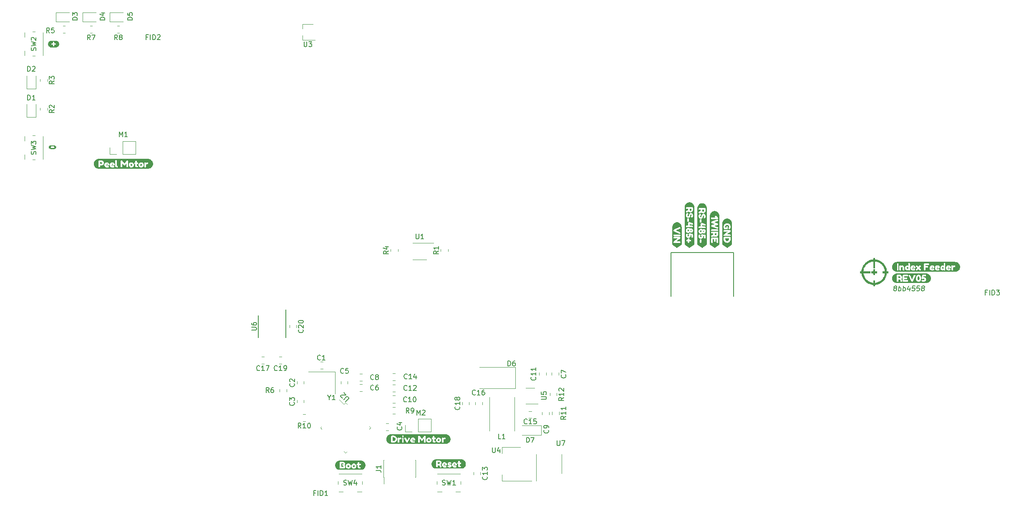
<source format=gto>
G04 #@! TF.GenerationSoftware,KiCad,Pcbnew,6.0.0-d3dd2cf0fa~116~ubuntu21.10.1*
G04 #@! TF.CreationDate,2022-02-12T15:32:21+00:00*
G04 #@! TF.ProjectId,mobo,6d6f626f-2e6b-4696-9361-645f70636258,rev?*
G04 #@! TF.SameCoordinates,Original*
G04 #@! TF.FileFunction,Legend,Top*
G04 #@! TF.FilePolarity,Positive*
%FSLAX46Y46*%
G04 Gerber Fmt 4.6, Leading zero omitted, Abs format (unit mm)*
G04 Created by KiCad (PCBNEW 6.0.0-d3dd2cf0fa~116~ubuntu21.10.1) date 2022-02-12 15:32:21*
%MOMM*%
%LPD*%
G01*
G04 APERTURE LIST*
%ADD10C,0.150000*%
%ADD11C,0.120000*%
%ADD12C,0.010000*%
G04 APERTURE END LIST*
D10*
X182575833Y-62040952D02*
X182486547Y-61993333D01*
X182444880Y-61945714D01*
X182409166Y-61850476D01*
X182415119Y-61802857D01*
X182474642Y-61707619D01*
X182528214Y-61660000D01*
X182629404Y-61612380D01*
X182819880Y-61612380D01*
X182909166Y-61660000D01*
X182950833Y-61707619D01*
X182986547Y-61802857D01*
X182980595Y-61850476D01*
X182921071Y-61945714D01*
X182867500Y-61993333D01*
X182766309Y-62040952D01*
X182575833Y-62040952D01*
X182474642Y-62088571D01*
X182421071Y-62136190D01*
X182361547Y-62231428D01*
X182337738Y-62421904D01*
X182373452Y-62517142D01*
X182415119Y-62564761D01*
X182504404Y-62612380D01*
X182694880Y-62612380D01*
X182796071Y-62564761D01*
X182849642Y-62517142D01*
X182909166Y-62421904D01*
X182932976Y-62231428D01*
X182897261Y-62136190D01*
X182855595Y-62088571D01*
X182766309Y-62040952D01*
X183313928Y-62612380D02*
X183438928Y-61612380D01*
X183391309Y-61993333D02*
X183492500Y-61945714D01*
X183682976Y-61945714D01*
X183772261Y-61993333D01*
X183813928Y-62040952D01*
X183849642Y-62136190D01*
X183813928Y-62421904D01*
X183754404Y-62517142D01*
X183700833Y-62564761D01*
X183599642Y-62612380D01*
X183409166Y-62612380D01*
X183319880Y-62564761D01*
X184218690Y-62612380D02*
X184343690Y-61612380D01*
X184296071Y-61993333D02*
X184397261Y-61945714D01*
X184587738Y-61945714D01*
X184677023Y-61993333D01*
X184718690Y-62040952D01*
X184754404Y-62136190D01*
X184718690Y-62421904D01*
X184659166Y-62517142D01*
X184605595Y-62564761D01*
X184504404Y-62612380D01*
X184313928Y-62612380D01*
X184224642Y-62564761D01*
X185635357Y-61945714D02*
X185552023Y-62612380D01*
X185444880Y-61564761D02*
X185117500Y-62279047D01*
X185736547Y-62279047D01*
X186677023Y-61612380D02*
X186200833Y-61612380D01*
X186093690Y-62088571D01*
X186147261Y-62040952D01*
X186248452Y-61993333D01*
X186486547Y-61993333D01*
X186575833Y-62040952D01*
X186617500Y-62088571D01*
X186653214Y-62183809D01*
X186623452Y-62421904D01*
X186563928Y-62517142D01*
X186510357Y-62564761D01*
X186409166Y-62612380D01*
X186171071Y-62612380D01*
X186081785Y-62564761D01*
X186040119Y-62517142D01*
X187629404Y-61612380D02*
X187153214Y-61612380D01*
X187046071Y-62088571D01*
X187099642Y-62040952D01*
X187200833Y-61993333D01*
X187438928Y-61993333D01*
X187528214Y-62040952D01*
X187569880Y-62088571D01*
X187605595Y-62183809D01*
X187575833Y-62421904D01*
X187516309Y-62517142D01*
X187462738Y-62564761D01*
X187361547Y-62612380D01*
X187123452Y-62612380D01*
X187034166Y-62564761D01*
X186992500Y-62517142D01*
X188194880Y-62040952D02*
X188105595Y-61993333D01*
X188063928Y-61945714D01*
X188028214Y-61850476D01*
X188034166Y-61802857D01*
X188093690Y-61707619D01*
X188147261Y-61660000D01*
X188248452Y-61612380D01*
X188438928Y-61612380D01*
X188528214Y-61660000D01*
X188569880Y-61707619D01*
X188605595Y-61802857D01*
X188599642Y-61850476D01*
X188540119Y-61945714D01*
X188486547Y-61993333D01*
X188385357Y-62040952D01*
X188194880Y-62040952D01*
X188093690Y-62088571D01*
X188040119Y-62136190D01*
X187980595Y-62231428D01*
X187956785Y-62421904D01*
X187992500Y-62517142D01*
X188034166Y-62564761D01*
X188123452Y-62612380D01*
X188313928Y-62612380D01*
X188415119Y-62564761D01*
X188468690Y-62517142D01*
X188528214Y-62421904D01*
X188552023Y-62231428D01*
X188516309Y-62136190D01*
X188474642Y-62088571D01*
X188385357Y-62040952D01*
X70733333Y-79257142D02*
X70685714Y-79304761D01*
X70542857Y-79352380D01*
X70447619Y-79352380D01*
X70304761Y-79304761D01*
X70209523Y-79209523D01*
X70161904Y-79114285D01*
X70114285Y-78923809D01*
X70114285Y-78780952D01*
X70161904Y-78590476D01*
X70209523Y-78495238D01*
X70304761Y-78400000D01*
X70447619Y-78352380D01*
X70542857Y-78352380D01*
X70685714Y-78400000D01*
X70733333Y-78447619D01*
X71638095Y-78352380D02*
X71161904Y-78352380D01*
X71114285Y-78828571D01*
X71161904Y-78780952D01*
X71257142Y-78733333D01*
X71495238Y-78733333D01*
X71590476Y-78780952D01*
X71638095Y-78828571D01*
X71685714Y-78923809D01*
X71685714Y-79161904D01*
X71638095Y-79257142D01*
X71590476Y-79304761D01*
X71495238Y-79352380D01*
X71257142Y-79352380D01*
X71161904Y-79304761D01*
X71114285Y-79257142D01*
X76826833Y-80547142D02*
X76779214Y-80594761D01*
X76636357Y-80642380D01*
X76541119Y-80642380D01*
X76398261Y-80594761D01*
X76303023Y-80499523D01*
X76255404Y-80404285D01*
X76207785Y-80213809D01*
X76207785Y-80070952D01*
X76255404Y-79880476D01*
X76303023Y-79785238D01*
X76398261Y-79690000D01*
X76541119Y-79642380D01*
X76636357Y-79642380D01*
X76779214Y-79690000D01*
X76826833Y-79737619D01*
X77398261Y-80070952D02*
X77303023Y-80023333D01*
X77255404Y-79975714D01*
X77207785Y-79880476D01*
X77207785Y-79832857D01*
X77255404Y-79737619D01*
X77303023Y-79690000D01*
X77398261Y-79642380D01*
X77588738Y-79642380D01*
X77683976Y-79690000D01*
X77731595Y-79737619D01*
X77779214Y-79832857D01*
X77779214Y-79880476D01*
X77731595Y-79975714D01*
X77683976Y-80023333D01*
X77588738Y-80070952D01*
X77398261Y-80070952D01*
X77303023Y-80118571D01*
X77255404Y-80166190D01*
X77207785Y-80261428D01*
X77207785Y-80451904D01*
X77255404Y-80547142D01*
X77303023Y-80594761D01*
X77398261Y-80642380D01*
X77588738Y-80642380D01*
X77683976Y-80594761D01*
X77731595Y-80547142D01*
X77779214Y-80451904D01*
X77779214Y-80261428D01*
X77731595Y-80166190D01*
X77683976Y-80118571D01*
X77588738Y-80070952D01*
X76833333Y-82657142D02*
X76785714Y-82704761D01*
X76642857Y-82752380D01*
X76547619Y-82752380D01*
X76404761Y-82704761D01*
X76309523Y-82609523D01*
X76261904Y-82514285D01*
X76214285Y-82323809D01*
X76214285Y-82180952D01*
X76261904Y-81990476D01*
X76309523Y-81895238D01*
X76404761Y-81800000D01*
X76547619Y-81752380D01*
X76642857Y-81752380D01*
X76785714Y-81800000D01*
X76833333Y-81847619D01*
X77690476Y-81752380D02*
X77500000Y-81752380D01*
X77404761Y-81800000D01*
X77357142Y-81847619D01*
X77261904Y-81990476D01*
X77214285Y-82180952D01*
X77214285Y-82561904D01*
X77261904Y-82657142D01*
X77309523Y-82704761D01*
X77404761Y-82752380D01*
X77595238Y-82752380D01*
X77690476Y-82704761D01*
X77738095Y-82657142D01*
X77785714Y-82561904D01*
X77785714Y-82323809D01*
X77738095Y-82228571D01*
X77690476Y-82180952D01*
X77595238Y-82133333D01*
X77404761Y-82133333D01*
X77309523Y-82180952D01*
X77261904Y-82228571D01*
X77214285Y-82323809D01*
X60657142Y-85256666D02*
X60704761Y-85304285D01*
X60752380Y-85447142D01*
X60752380Y-85542380D01*
X60704761Y-85685238D01*
X60609523Y-85780476D01*
X60514285Y-85828095D01*
X60323809Y-85875714D01*
X60180952Y-85875714D01*
X59990476Y-85828095D01*
X59895238Y-85780476D01*
X59800000Y-85685238D01*
X59752380Y-85542380D01*
X59752380Y-85447142D01*
X59800000Y-85304285D01*
X59847619Y-85256666D01*
X59752380Y-84923333D02*
X59752380Y-84304285D01*
X60133333Y-84637619D01*
X60133333Y-84494761D01*
X60180952Y-84399523D01*
X60228571Y-84351904D01*
X60323809Y-84304285D01*
X60561904Y-84304285D01*
X60657142Y-84351904D01*
X60704761Y-84399523D01*
X60752380Y-84494761D01*
X60752380Y-84780476D01*
X60704761Y-84875714D01*
X60657142Y-84923333D01*
X66033333Y-76557142D02*
X65985714Y-76604761D01*
X65842857Y-76652380D01*
X65747619Y-76652380D01*
X65604761Y-76604761D01*
X65509523Y-76509523D01*
X65461904Y-76414285D01*
X65414285Y-76223809D01*
X65414285Y-76080952D01*
X65461904Y-75890476D01*
X65509523Y-75795238D01*
X65604761Y-75700000D01*
X65747619Y-75652380D01*
X65842857Y-75652380D01*
X65985714Y-75700000D01*
X66033333Y-75747619D01*
X66985714Y-76652380D02*
X66414285Y-76652380D01*
X66700000Y-76652380D02*
X66700000Y-75652380D01*
X66604761Y-75795238D01*
X66509523Y-75890476D01*
X66414285Y-75938095D01*
X60683142Y-81446666D02*
X60730761Y-81494285D01*
X60778380Y-81637142D01*
X60778380Y-81732380D01*
X60730761Y-81875238D01*
X60635523Y-81970476D01*
X60540285Y-82018095D01*
X60349809Y-82065714D01*
X60206952Y-82065714D01*
X60016476Y-82018095D01*
X59921238Y-81970476D01*
X59826000Y-81875238D01*
X59778380Y-81732380D01*
X59778380Y-81637142D01*
X59826000Y-81494285D01*
X59873619Y-81446666D01*
X59873619Y-81065714D02*
X59826000Y-81018095D01*
X59778380Y-80922857D01*
X59778380Y-80684761D01*
X59826000Y-80589523D01*
X59873619Y-80541904D01*
X59968857Y-80494285D01*
X60064095Y-80494285D01*
X60206952Y-80541904D01*
X60778380Y-81113333D01*
X60778380Y-80494285D01*
X57269142Y-78715142D02*
X57221523Y-78762761D01*
X57078666Y-78810380D01*
X56983428Y-78810380D01*
X56840571Y-78762761D01*
X56745333Y-78667523D01*
X56697714Y-78572285D01*
X56650095Y-78381809D01*
X56650095Y-78238952D01*
X56697714Y-78048476D01*
X56745333Y-77953238D01*
X56840571Y-77858000D01*
X56983428Y-77810380D01*
X57078666Y-77810380D01*
X57221523Y-77858000D01*
X57269142Y-77905619D01*
X58221523Y-78810380D02*
X57650095Y-78810380D01*
X57935809Y-78810380D02*
X57935809Y-77810380D01*
X57840571Y-77953238D01*
X57745333Y-78048476D01*
X57650095Y-78096095D01*
X58697714Y-78810380D02*
X58888190Y-78810380D01*
X58983428Y-78762761D01*
X59031047Y-78715142D01*
X59126285Y-78572285D01*
X59173904Y-78381809D01*
X59173904Y-78000857D01*
X59126285Y-77905619D01*
X59078666Y-77858000D01*
X58983428Y-77810380D01*
X58792952Y-77810380D01*
X58697714Y-77858000D01*
X58650095Y-77905619D01*
X58602476Y-78000857D01*
X58602476Y-78238952D01*
X58650095Y-78334190D01*
X58697714Y-78381809D01*
X58792952Y-78429428D01*
X58983428Y-78429428D01*
X59078666Y-78381809D01*
X59126285Y-78334190D01*
X59173904Y-78238952D01*
X62459142Y-70492857D02*
X62506761Y-70540476D01*
X62554380Y-70683333D01*
X62554380Y-70778571D01*
X62506761Y-70921428D01*
X62411523Y-71016666D01*
X62316285Y-71064285D01*
X62125809Y-71111904D01*
X61982952Y-71111904D01*
X61792476Y-71064285D01*
X61697238Y-71016666D01*
X61602000Y-70921428D01*
X61554380Y-70778571D01*
X61554380Y-70683333D01*
X61602000Y-70540476D01*
X61649619Y-70492857D01*
X61649619Y-70111904D02*
X61602000Y-70064285D01*
X61554380Y-69969047D01*
X61554380Y-69730952D01*
X61602000Y-69635714D01*
X61649619Y-69588095D01*
X61744857Y-69540476D01*
X61840095Y-69540476D01*
X61982952Y-69588095D01*
X62554380Y-70159523D01*
X62554380Y-69540476D01*
X61554380Y-68921428D02*
X61554380Y-68826190D01*
X61602000Y-68730952D01*
X61649619Y-68683333D01*
X61744857Y-68635714D01*
X61935333Y-68588095D01*
X62173428Y-68588095D01*
X62363904Y-68635714D01*
X62459142Y-68683333D01*
X62506761Y-68730952D01*
X62554380Y-68826190D01*
X62554380Y-68921428D01*
X62506761Y-69016666D01*
X62459142Y-69064285D01*
X62363904Y-69111904D01*
X62173428Y-69159523D01*
X61935333Y-69159523D01*
X61744857Y-69111904D01*
X61649619Y-69064285D01*
X61602000Y-69016666D01*
X61554380Y-68921428D01*
X99797142Y-100337857D02*
X99844761Y-100385476D01*
X99892380Y-100528333D01*
X99892380Y-100623571D01*
X99844761Y-100766428D01*
X99749523Y-100861666D01*
X99654285Y-100909285D01*
X99463809Y-100956904D01*
X99320952Y-100956904D01*
X99130476Y-100909285D01*
X99035238Y-100861666D01*
X98940000Y-100766428D01*
X98892380Y-100623571D01*
X98892380Y-100528333D01*
X98940000Y-100385476D01*
X98987619Y-100337857D01*
X99892380Y-99385476D02*
X99892380Y-99956904D01*
X99892380Y-99671190D02*
X98892380Y-99671190D01*
X99035238Y-99766428D01*
X99130476Y-99861666D01*
X99178095Y-99956904D01*
X98892380Y-99052142D02*
X98892380Y-98433095D01*
X99273333Y-98766428D01*
X99273333Y-98623571D01*
X99320952Y-98528333D01*
X99368571Y-98480714D01*
X99463809Y-98433095D01*
X99701904Y-98433095D01*
X99797142Y-98480714D01*
X99844761Y-98528333D01*
X99892380Y-98623571D01*
X99892380Y-98909285D01*
X99844761Y-99004523D01*
X99797142Y-99052142D01*
X83577142Y-82717142D02*
X83529523Y-82764761D01*
X83386666Y-82812380D01*
X83291428Y-82812380D01*
X83148571Y-82764761D01*
X83053333Y-82669523D01*
X83005714Y-82574285D01*
X82958095Y-82383809D01*
X82958095Y-82240952D01*
X83005714Y-82050476D01*
X83053333Y-81955238D01*
X83148571Y-81860000D01*
X83291428Y-81812380D01*
X83386666Y-81812380D01*
X83529523Y-81860000D01*
X83577142Y-81907619D01*
X84529523Y-82812380D02*
X83958095Y-82812380D01*
X84243809Y-82812380D02*
X84243809Y-81812380D01*
X84148571Y-81955238D01*
X84053333Y-82050476D01*
X83958095Y-82098095D01*
X84910476Y-81907619D02*
X84958095Y-81860000D01*
X85053333Y-81812380D01*
X85291428Y-81812380D01*
X85386666Y-81860000D01*
X85434285Y-81907619D01*
X85481904Y-82002857D01*
X85481904Y-82098095D01*
X85434285Y-82240952D01*
X84862857Y-82812380D01*
X85481904Y-82812380D01*
X83627142Y-80407142D02*
X83579523Y-80454761D01*
X83436666Y-80502380D01*
X83341428Y-80502380D01*
X83198571Y-80454761D01*
X83103333Y-80359523D01*
X83055714Y-80264285D01*
X83008095Y-80073809D01*
X83008095Y-79930952D01*
X83055714Y-79740476D01*
X83103333Y-79645238D01*
X83198571Y-79550000D01*
X83341428Y-79502380D01*
X83436666Y-79502380D01*
X83579523Y-79550000D01*
X83627142Y-79597619D01*
X84579523Y-80502380D02*
X84008095Y-80502380D01*
X84293809Y-80502380D02*
X84293809Y-79502380D01*
X84198571Y-79645238D01*
X84103333Y-79740476D01*
X84008095Y-79788095D01*
X85436666Y-79835714D02*
X85436666Y-80502380D01*
X85198571Y-79454761D02*
X84960476Y-80169047D01*
X85579523Y-80169047D01*
X112257142Y-90876666D02*
X112304761Y-90924285D01*
X112352380Y-91067142D01*
X112352380Y-91162380D01*
X112304761Y-91305238D01*
X112209523Y-91400476D01*
X112114285Y-91448095D01*
X111923809Y-91495714D01*
X111780952Y-91495714D01*
X111590476Y-91448095D01*
X111495238Y-91400476D01*
X111400000Y-91305238D01*
X111352380Y-91162380D01*
X111352380Y-91067142D01*
X111400000Y-90924285D01*
X111447619Y-90876666D01*
X112352380Y-90400476D02*
X112352380Y-90210000D01*
X112304761Y-90114761D01*
X112257142Y-90067142D01*
X112114285Y-89971904D01*
X111923809Y-89924285D01*
X111542857Y-89924285D01*
X111447619Y-89971904D01*
X111400000Y-90019523D01*
X111352380Y-90114761D01*
X111352380Y-90305238D01*
X111400000Y-90400476D01*
X111447619Y-90448095D01*
X111542857Y-90495714D01*
X111780952Y-90495714D01*
X111876190Y-90448095D01*
X111923809Y-90400476D01*
X111971428Y-90305238D01*
X111971428Y-90114761D01*
X111923809Y-90019523D01*
X111876190Y-89971904D01*
X111780952Y-89924285D01*
X115757142Y-79666666D02*
X115804761Y-79714285D01*
X115852380Y-79857142D01*
X115852380Y-79952380D01*
X115804761Y-80095238D01*
X115709523Y-80190476D01*
X115614285Y-80238095D01*
X115423809Y-80285714D01*
X115280952Y-80285714D01*
X115090476Y-80238095D01*
X114995238Y-80190476D01*
X114900000Y-80095238D01*
X114852380Y-79952380D01*
X114852380Y-79857142D01*
X114900000Y-79714285D01*
X114947619Y-79666666D01*
X114852380Y-79333333D02*
X114852380Y-78666666D01*
X115852380Y-79095238D01*
X109657142Y-80142857D02*
X109704761Y-80190476D01*
X109752380Y-80333333D01*
X109752380Y-80428571D01*
X109704761Y-80571428D01*
X109609523Y-80666666D01*
X109514285Y-80714285D01*
X109323809Y-80761904D01*
X109180952Y-80761904D01*
X108990476Y-80714285D01*
X108895238Y-80666666D01*
X108800000Y-80571428D01*
X108752380Y-80428571D01*
X108752380Y-80333333D01*
X108800000Y-80190476D01*
X108847619Y-80142857D01*
X109752380Y-79190476D02*
X109752380Y-79761904D01*
X109752380Y-79476190D02*
X108752380Y-79476190D01*
X108895238Y-79571428D01*
X108990476Y-79666666D01*
X109038095Y-79761904D01*
X109752380Y-78238095D02*
X109752380Y-78809523D01*
X109752380Y-78523809D02*
X108752380Y-78523809D01*
X108895238Y-78619047D01*
X108990476Y-78714285D01*
X109038095Y-78809523D01*
X107957142Y-89557142D02*
X107909523Y-89604761D01*
X107766666Y-89652380D01*
X107671428Y-89652380D01*
X107528571Y-89604761D01*
X107433333Y-89509523D01*
X107385714Y-89414285D01*
X107338095Y-89223809D01*
X107338095Y-89080952D01*
X107385714Y-88890476D01*
X107433333Y-88795238D01*
X107528571Y-88700000D01*
X107671428Y-88652380D01*
X107766666Y-88652380D01*
X107909523Y-88700000D01*
X107957142Y-88747619D01*
X108909523Y-89652380D02*
X108338095Y-89652380D01*
X108623809Y-89652380D02*
X108623809Y-88652380D01*
X108528571Y-88795238D01*
X108433333Y-88890476D01*
X108338095Y-88938095D01*
X109814285Y-88652380D02*
X109338095Y-88652380D01*
X109290476Y-89128571D01*
X109338095Y-89080952D01*
X109433333Y-89033333D01*
X109671428Y-89033333D01*
X109766666Y-89080952D01*
X109814285Y-89128571D01*
X109861904Y-89223809D01*
X109861904Y-89461904D01*
X109814285Y-89557142D01*
X109766666Y-89604761D01*
X109671428Y-89652380D01*
X109433333Y-89652380D01*
X109338095Y-89604761D01*
X109290476Y-89557142D01*
X97457142Y-83657142D02*
X97409523Y-83704761D01*
X97266666Y-83752380D01*
X97171428Y-83752380D01*
X97028571Y-83704761D01*
X96933333Y-83609523D01*
X96885714Y-83514285D01*
X96838095Y-83323809D01*
X96838095Y-83180952D01*
X96885714Y-82990476D01*
X96933333Y-82895238D01*
X97028571Y-82800000D01*
X97171428Y-82752380D01*
X97266666Y-82752380D01*
X97409523Y-82800000D01*
X97457142Y-82847619D01*
X98409523Y-83752380D02*
X97838095Y-83752380D01*
X98123809Y-83752380D02*
X98123809Y-82752380D01*
X98028571Y-82895238D01*
X97933333Y-82990476D01*
X97838095Y-83038095D01*
X99266666Y-82752380D02*
X99076190Y-82752380D01*
X98980952Y-82800000D01*
X98933333Y-82847619D01*
X98838095Y-82990476D01*
X98790476Y-83180952D01*
X98790476Y-83561904D01*
X98838095Y-83657142D01*
X98885714Y-83704761D01*
X98980952Y-83752380D01*
X99171428Y-83752380D01*
X99266666Y-83704761D01*
X99314285Y-83657142D01*
X99361904Y-83561904D01*
X99361904Y-83323809D01*
X99314285Y-83228571D01*
X99266666Y-83180952D01*
X99171428Y-83133333D01*
X98980952Y-83133333D01*
X98885714Y-83180952D01*
X98838095Y-83228571D01*
X98790476Y-83323809D01*
X94211142Y-86113857D02*
X94258761Y-86161476D01*
X94306380Y-86304333D01*
X94306380Y-86399571D01*
X94258761Y-86542428D01*
X94163523Y-86637666D01*
X94068285Y-86685285D01*
X93877809Y-86732904D01*
X93734952Y-86732904D01*
X93544476Y-86685285D01*
X93449238Y-86637666D01*
X93354000Y-86542428D01*
X93306380Y-86399571D01*
X93306380Y-86304333D01*
X93354000Y-86161476D01*
X93401619Y-86113857D01*
X94306380Y-85161476D02*
X94306380Y-85732904D01*
X94306380Y-85447190D02*
X93306380Y-85447190D01*
X93449238Y-85542428D01*
X93544476Y-85637666D01*
X93592095Y-85732904D01*
X93734952Y-84590047D02*
X93687333Y-84685285D01*
X93639714Y-84732904D01*
X93544476Y-84780523D01*
X93496857Y-84780523D01*
X93401619Y-84732904D01*
X93354000Y-84685285D01*
X93306380Y-84590047D01*
X93306380Y-84399571D01*
X93354000Y-84304333D01*
X93401619Y-84256714D01*
X93496857Y-84209095D01*
X93544476Y-84209095D01*
X93639714Y-84256714D01*
X93687333Y-84304333D01*
X93734952Y-84399571D01*
X93734952Y-84590047D01*
X93782571Y-84685285D01*
X93830190Y-84732904D01*
X93925428Y-84780523D01*
X94115904Y-84780523D01*
X94211142Y-84732904D01*
X94258761Y-84685285D01*
X94306380Y-84590047D01*
X94306380Y-84399571D01*
X94258761Y-84304333D01*
X94211142Y-84256714D01*
X94115904Y-84209095D01*
X93925428Y-84209095D01*
X93830190Y-84256714D01*
X93782571Y-84304333D01*
X93734952Y-84399571D01*
X6627904Y-17978380D02*
X6627904Y-16978380D01*
X6866000Y-16978380D01*
X7008857Y-17026000D01*
X7104095Y-17121238D01*
X7151714Y-17216476D01*
X7199333Y-17406952D01*
X7199333Y-17549809D01*
X7151714Y-17740285D01*
X7104095Y-17835523D01*
X7008857Y-17930761D01*
X6866000Y-17978380D01*
X6627904Y-17978380D01*
X7580285Y-17073619D02*
X7627904Y-17026000D01*
X7723142Y-16978380D01*
X7961238Y-16978380D01*
X8056476Y-17026000D01*
X8104095Y-17073619D01*
X8151714Y-17168857D01*
X8151714Y-17264095D01*
X8104095Y-17406952D01*
X7532666Y-17978380D01*
X8151714Y-17978380D01*
X6627904Y-23820380D02*
X6627904Y-22820380D01*
X6866000Y-22820380D01*
X7008857Y-22868000D01*
X7104095Y-22963238D01*
X7151714Y-23058476D01*
X7199333Y-23248952D01*
X7199333Y-23391809D01*
X7151714Y-23582285D01*
X7104095Y-23677523D01*
X7008857Y-23772761D01*
X6866000Y-23820380D01*
X6627904Y-23820380D01*
X8151714Y-23820380D02*
X7580285Y-23820380D01*
X7866000Y-23820380D02*
X7866000Y-22820380D01*
X7770761Y-22963238D01*
X7675523Y-23058476D01*
X7580285Y-23106095D01*
X104061904Y-77852380D02*
X104061904Y-76852380D01*
X104300000Y-76852380D01*
X104442857Y-76900000D01*
X104538095Y-76995238D01*
X104585714Y-77090476D01*
X104633333Y-77280952D01*
X104633333Y-77423809D01*
X104585714Y-77614285D01*
X104538095Y-77709523D01*
X104442857Y-77804761D01*
X104300000Y-77852380D01*
X104061904Y-77852380D01*
X105490476Y-76852380D02*
X105300000Y-76852380D01*
X105204761Y-76900000D01*
X105157142Y-76947619D01*
X105061904Y-77090476D01*
X105014285Y-77280952D01*
X105014285Y-77661904D01*
X105061904Y-77757142D01*
X105109523Y-77804761D01*
X105204761Y-77852380D01*
X105395238Y-77852380D01*
X105490476Y-77804761D01*
X105538095Y-77757142D01*
X105585714Y-77661904D01*
X105585714Y-77423809D01*
X105538095Y-77328571D01*
X105490476Y-77280952D01*
X105395238Y-77233333D01*
X105204761Y-77233333D01*
X105109523Y-77280952D01*
X105061904Y-77328571D01*
X105014285Y-77423809D01*
X107846904Y-93384380D02*
X107846904Y-92384380D01*
X108085000Y-92384380D01*
X108227857Y-92432000D01*
X108323095Y-92527238D01*
X108370714Y-92622476D01*
X108418333Y-92812952D01*
X108418333Y-92955809D01*
X108370714Y-93146285D01*
X108323095Y-93241523D01*
X108227857Y-93336761D01*
X108085000Y-93384380D01*
X107846904Y-93384380D01*
X108751666Y-92384380D02*
X109418333Y-92384380D01*
X108989761Y-93384380D01*
X64992571Y-103672571D02*
X64659238Y-103672571D01*
X64659238Y-104196380D02*
X64659238Y-103196380D01*
X65135428Y-103196380D01*
X65516380Y-104196380D02*
X65516380Y-103196380D01*
X65992571Y-104196380D02*
X65992571Y-103196380D01*
X66230666Y-103196380D01*
X66373523Y-103244000D01*
X66468761Y-103339238D01*
X66516380Y-103434476D01*
X66564000Y-103624952D01*
X66564000Y-103767809D01*
X66516380Y-103958285D01*
X66468761Y-104053523D01*
X66373523Y-104148761D01*
X66230666Y-104196380D01*
X65992571Y-104196380D01*
X67516380Y-104196380D02*
X66944952Y-104196380D01*
X67230666Y-104196380D02*
X67230666Y-103196380D01*
X67135428Y-103339238D01*
X67040190Y-103434476D01*
X66944952Y-103482095D01*
X30998571Y-11048571D02*
X30665238Y-11048571D01*
X30665238Y-11572380D02*
X30665238Y-10572380D01*
X31141428Y-10572380D01*
X31522380Y-11572380D02*
X31522380Y-10572380D01*
X31998571Y-11572380D02*
X31998571Y-10572380D01*
X32236666Y-10572380D01*
X32379523Y-10620000D01*
X32474761Y-10715238D01*
X32522380Y-10810476D01*
X32570000Y-11000952D01*
X32570000Y-11143809D01*
X32522380Y-11334285D01*
X32474761Y-11429523D01*
X32379523Y-11524761D01*
X32236666Y-11572380D01*
X31998571Y-11572380D01*
X32950952Y-10667619D02*
X32998571Y-10620000D01*
X33093809Y-10572380D01*
X33331904Y-10572380D01*
X33427142Y-10620000D01*
X33474761Y-10667619D01*
X33522380Y-10762857D01*
X33522380Y-10858095D01*
X33474761Y-11000952D01*
X32903333Y-11572380D01*
X33522380Y-11572380D01*
X201279571Y-62913571D02*
X200946238Y-62913571D01*
X200946238Y-63437380D02*
X200946238Y-62437380D01*
X201422428Y-62437380D01*
X201803380Y-63437380D02*
X201803380Y-62437380D01*
X202279571Y-63437380D02*
X202279571Y-62437380D01*
X202517666Y-62437380D01*
X202660523Y-62485000D01*
X202755761Y-62580238D01*
X202803380Y-62675476D01*
X202851000Y-62865952D01*
X202851000Y-63008809D01*
X202803380Y-63199285D01*
X202755761Y-63294523D01*
X202660523Y-63389761D01*
X202517666Y-63437380D01*
X202279571Y-63437380D01*
X203184333Y-62437380D02*
X203803380Y-62437380D01*
X203470047Y-62818333D01*
X203612904Y-62818333D01*
X203708142Y-62865952D01*
X203755761Y-62913571D01*
X203803380Y-63008809D01*
X203803380Y-63246904D01*
X203755761Y-63342142D01*
X203708142Y-63389761D01*
X203612904Y-63437380D01*
X203327190Y-63437380D01*
X203231952Y-63389761D01*
X203184333Y-63342142D01*
X102633333Y-92652380D02*
X102157142Y-92652380D01*
X102157142Y-91652380D01*
X103490476Y-92652380D02*
X102919047Y-92652380D01*
X103204761Y-92652380D02*
X103204761Y-91652380D01*
X103109523Y-91795238D01*
X103014285Y-91890476D01*
X102919047Y-91938095D01*
X85590476Y-87832380D02*
X85590476Y-86832380D01*
X85923809Y-87546666D01*
X86257142Y-86832380D01*
X86257142Y-87832380D01*
X86685714Y-86927619D02*
X86733333Y-86880000D01*
X86828571Y-86832380D01*
X87066666Y-86832380D01*
X87161904Y-86880000D01*
X87209523Y-86927619D01*
X87257142Y-87022857D01*
X87257142Y-87118095D01*
X87209523Y-87260952D01*
X86638095Y-87832380D01*
X87257142Y-87832380D01*
X25210476Y-31272380D02*
X25210476Y-30272380D01*
X25543809Y-30986666D01*
X25877142Y-30272380D01*
X25877142Y-31272380D01*
X26877142Y-31272380D02*
X26305714Y-31272380D01*
X26591428Y-31272380D02*
X26591428Y-30272380D01*
X26496190Y-30415238D01*
X26400952Y-30510476D01*
X26305714Y-30558095D01*
X12008380Y-25820666D02*
X11532190Y-26154000D01*
X12008380Y-26392095D02*
X11008380Y-26392095D01*
X11008380Y-26011142D01*
X11056000Y-25915904D01*
X11103619Y-25868285D01*
X11198857Y-25820666D01*
X11341714Y-25820666D01*
X11436952Y-25868285D01*
X11484571Y-25915904D01*
X11532190Y-26011142D01*
X11532190Y-26392095D01*
X11103619Y-25439714D02*
X11056000Y-25392095D01*
X11008380Y-25296857D01*
X11008380Y-25058761D01*
X11056000Y-24963523D01*
X11103619Y-24915904D01*
X11198857Y-24868285D01*
X11294095Y-24868285D01*
X11436952Y-24915904D01*
X12008380Y-25487333D01*
X12008380Y-24868285D01*
X12008380Y-19978666D02*
X11532190Y-20312000D01*
X12008380Y-20550095D02*
X11008380Y-20550095D01*
X11008380Y-20169142D01*
X11056000Y-20073904D01*
X11103619Y-20026285D01*
X11198857Y-19978666D01*
X11341714Y-19978666D01*
X11436952Y-20026285D01*
X11484571Y-20073904D01*
X11532190Y-20169142D01*
X11532190Y-20550095D01*
X11008380Y-19645333D02*
X11008380Y-19026285D01*
X11389333Y-19359619D01*
X11389333Y-19216761D01*
X11436952Y-19121523D01*
X11484571Y-19073904D01*
X11579809Y-19026285D01*
X11817904Y-19026285D01*
X11913142Y-19073904D01*
X11960761Y-19121523D01*
X12008380Y-19216761D01*
X12008380Y-19502476D01*
X11960761Y-19597714D01*
X11913142Y-19645333D01*
X62095142Y-90494380D02*
X61761809Y-90018190D01*
X61523714Y-90494380D02*
X61523714Y-89494380D01*
X61904666Y-89494380D01*
X61999904Y-89542000D01*
X62047523Y-89589619D01*
X62095142Y-89684857D01*
X62095142Y-89827714D01*
X62047523Y-89922952D01*
X61999904Y-89970571D01*
X61904666Y-90018190D01*
X61523714Y-90018190D01*
X63047523Y-90494380D02*
X62476095Y-90494380D01*
X62761809Y-90494380D02*
X62761809Y-89494380D01*
X62666571Y-89637238D01*
X62571333Y-89732476D01*
X62476095Y-89780095D01*
X63666571Y-89494380D02*
X63761809Y-89494380D01*
X63857047Y-89542000D01*
X63904666Y-89589619D01*
X63952285Y-89684857D01*
X63999904Y-89875333D01*
X63999904Y-90113428D01*
X63952285Y-90303904D01*
X63904666Y-90399142D01*
X63857047Y-90446761D01*
X63761809Y-90494380D01*
X63666571Y-90494380D01*
X63571333Y-90446761D01*
X63523714Y-90399142D01*
X63476095Y-90303904D01*
X63428476Y-90113428D01*
X63428476Y-89875333D01*
X63476095Y-89684857D01*
X63523714Y-89589619D01*
X63571333Y-89542000D01*
X63666571Y-89494380D01*
X79828380Y-54522666D02*
X79352190Y-54856000D01*
X79828380Y-55094095D02*
X78828380Y-55094095D01*
X78828380Y-54713142D01*
X78876000Y-54617904D01*
X78923619Y-54570285D01*
X79018857Y-54522666D01*
X79161714Y-54522666D01*
X79256952Y-54570285D01*
X79304571Y-54617904D01*
X79352190Y-54713142D01*
X79352190Y-55094095D01*
X79161714Y-53665523D02*
X79828380Y-53665523D01*
X78780761Y-53903619D02*
X79495047Y-54141714D01*
X79495047Y-53522666D01*
X89988380Y-54522666D02*
X89512190Y-54856000D01*
X89988380Y-55094095D02*
X88988380Y-55094095D01*
X88988380Y-54713142D01*
X89036000Y-54617904D01*
X89083619Y-54570285D01*
X89178857Y-54522666D01*
X89321714Y-54522666D01*
X89416952Y-54570285D01*
X89464571Y-54617904D01*
X89512190Y-54713142D01*
X89512190Y-55094095D01*
X89988380Y-53570285D02*
X89988380Y-54141714D01*
X89988380Y-53856000D02*
X88988380Y-53856000D01*
X89131238Y-53951238D01*
X89226476Y-54046476D01*
X89274095Y-54141714D01*
X115802380Y-88082857D02*
X115326190Y-88416190D01*
X115802380Y-88654285D02*
X114802380Y-88654285D01*
X114802380Y-88273333D01*
X114850000Y-88178095D01*
X114897619Y-88130476D01*
X114992857Y-88082857D01*
X115135714Y-88082857D01*
X115230952Y-88130476D01*
X115278571Y-88178095D01*
X115326190Y-88273333D01*
X115326190Y-88654285D01*
X115802380Y-87130476D02*
X115802380Y-87701904D01*
X115802380Y-87416190D02*
X114802380Y-87416190D01*
X114945238Y-87511428D01*
X115040476Y-87606666D01*
X115088095Y-87701904D01*
X115802380Y-86178095D02*
X115802380Y-86749523D01*
X115802380Y-86463809D02*
X114802380Y-86463809D01*
X114945238Y-86559047D01*
X115040476Y-86654285D01*
X115088095Y-86749523D01*
X115386380Y-84287357D02*
X114910190Y-84620690D01*
X115386380Y-84858785D02*
X114386380Y-84858785D01*
X114386380Y-84477833D01*
X114434000Y-84382595D01*
X114481619Y-84334976D01*
X114576857Y-84287357D01*
X114719714Y-84287357D01*
X114814952Y-84334976D01*
X114862571Y-84382595D01*
X114910190Y-84477833D01*
X114910190Y-84858785D01*
X115386380Y-83334976D02*
X115386380Y-83906404D01*
X115386380Y-83620690D02*
X114386380Y-83620690D01*
X114529238Y-83715928D01*
X114624476Y-83811166D01*
X114672095Y-83906404D01*
X114481619Y-82954023D02*
X114434000Y-82906404D01*
X114386380Y-82811166D01*
X114386380Y-82573071D01*
X114434000Y-82477833D01*
X114481619Y-82430214D01*
X114576857Y-82382595D01*
X114672095Y-82382595D01*
X114814952Y-82430214D01*
X115386380Y-83001642D01*
X115386380Y-82382595D01*
X8278761Y-13779333D02*
X8326380Y-13636476D01*
X8326380Y-13398380D01*
X8278761Y-13303142D01*
X8231142Y-13255523D01*
X8135904Y-13207904D01*
X8040666Y-13207904D01*
X7945428Y-13255523D01*
X7897809Y-13303142D01*
X7850190Y-13398380D01*
X7802571Y-13588857D01*
X7754952Y-13684095D01*
X7707333Y-13731714D01*
X7612095Y-13779333D01*
X7516857Y-13779333D01*
X7421619Y-13731714D01*
X7374000Y-13684095D01*
X7326380Y-13588857D01*
X7326380Y-13350761D01*
X7374000Y-13207904D01*
X7326380Y-12874571D02*
X8326380Y-12636476D01*
X7612095Y-12446000D01*
X8326380Y-12255523D01*
X7326380Y-12017428D01*
X7421619Y-11684095D02*
X7374000Y-11636476D01*
X7326380Y-11541238D01*
X7326380Y-11303142D01*
X7374000Y-11207904D01*
X7421619Y-11160285D01*
X7516857Y-11112666D01*
X7612095Y-11112666D01*
X7754952Y-11160285D01*
X8326380Y-11731714D01*
X8326380Y-11112666D01*
X8278761Y-34861333D02*
X8326380Y-34718476D01*
X8326380Y-34480380D01*
X8278761Y-34385142D01*
X8231142Y-34337523D01*
X8135904Y-34289904D01*
X8040666Y-34289904D01*
X7945428Y-34337523D01*
X7897809Y-34385142D01*
X7850190Y-34480380D01*
X7802571Y-34670857D01*
X7754952Y-34766095D01*
X7707333Y-34813714D01*
X7612095Y-34861333D01*
X7516857Y-34861333D01*
X7421619Y-34813714D01*
X7374000Y-34766095D01*
X7326380Y-34670857D01*
X7326380Y-34432761D01*
X7374000Y-34289904D01*
X7326380Y-33956571D02*
X8326380Y-33718476D01*
X7612095Y-33528000D01*
X8326380Y-33337523D01*
X7326380Y-33099428D01*
X7326380Y-32813714D02*
X7326380Y-32194666D01*
X7707333Y-32528000D01*
X7707333Y-32385142D01*
X7754952Y-32289904D01*
X7802571Y-32242285D01*
X7897809Y-32194666D01*
X8135904Y-32194666D01*
X8231142Y-32242285D01*
X8278761Y-32289904D01*
X8326380Y-32385142D01*
X8326380Y-32670857D01*
X8278761Y-32766095D01*
X8231142Y-32813714D01*
X62714095Y-11993380D02*
X62714095Y-12802904D01*
X62761714Y-12898142D01*
X62809333Y-12945761D01*
X62904571Y-12993380D01*
X63095047Y-12993380D01*
X63190285Y-12945761D01*
X63237904Y-12898142D01*
X63285523Y-12802904D01*
X63285523Y-11993380D01*
X63666476Y-11993380D02*
X64285523Y-11993380D01*
X63952190Y-12374333D01*
X64095047Y-12374333D01*
X64190285Y-12421952D01*
X64237904Y-12469571D01*
X64285523Y-12564809D01*
X64285523Y-12802904D01*
X64237904Y-12898142D01*
X64190285Y-12945761D01*
X64095047Y-12993380D01*
X63809333Y-12993380D01*
X63714095Y-12945761D01*
X63666476Y-12898142D01*
X114038095Y-93052380D02*
X114038095Y-93861904D01*
X114085714Y-93957142D01*
X114133333Y-94004761D01*
X114228571Y-94052380D01*
X114419047Y-94052380D01*
X114514285Y-94004761D01*
X114561904Y-93957142D01*
X114609523Y-93861904D01*
X114609523Y-93052380D01*
X114990476Y-93052380D02*
X115657142Y-93052380D01*
X115228571Y-94052380D01*
X52052380Y-70592904D02*
X52861904Y-70592904D01*
X52957142Y-70545285D01*
X53004761Y-70497666D01*
X53052380Y-70402428D01*
X53052380Y-70211952D01*
X53004761Y-70116714D01*
X52957142Y-70069095D01*
X52861904Y-70021476D01*
X52052380Y-70021476D01*
X52052380Y-69116714D02*
X52052380Y-69307190D01*
X52100000Y-69402428D01*
X52147619Y-69450047D01*
X52290476Y-69545285D01*
X52480952Y-69592904D01*
X52861904Y-69592904D01*
X52957142Y-69545285D01*
X53004761Y-69497666D01*
X53052380Y-69402428D01*
X53052380Y-69211952D01*
X53004761Y-69116714D01*
X52957142Y-69069095D01*
X52861904Y-69021476D01*
X52623809Y-69021476D01*
X52528571Y-69069095D01*
X52480952Y-69116714D01*
X52433333Y-69211952D01*
X52433333Y-69402428D01*
X52480952Y-69497666D01*
X52528571Y-69545285D01*
X52623809Y-69592904D01*
X100938095Y-94452380D02*
X100938095Y-95261904D01*
X100985714Y-95357142D01*
X101033333Y-95404761D01*
X101128571Y-95452380D01*
X101319047Y-95452380D01*
X101414285Y-95404761D01*
X101461904Y-95357142D01*
X101509523Y-95261904D01*
X101509523Y-94452380D01*
X102414285Y-94785714D02*
X102414285Y-95452380D01*
X102176190Y-94404761D02*
X101938095Y-95119047D01*
X102557142Y-95119047D01*
X71151522Y-85125973D02*
X71723942Y-84553553D01*
X71757614Y-84452538D01*
X71757614Y-84385194D01*
X71723942Y-84284179D01*
X71589255Y-84149492D01*
X71488240Y-84115820D01*
X71420896Y-84115820D01*
X71319881Y-84149492D01*
X70747461Y-84721912D01*
X70511759Y-84351522D02*
X70444416Y-84351522D01*
X70343400Y-84317851D01*
X70175042Y-84149492D01*
X70141370Y-84048477D01*
X70141370Y-83981133D01*
X70175042Y-83880118D01*
X70242385Y-83812774D01*
X70377072Y-83745431D01*
X71185194Y-83745431D01*
X70747461Y-83307698D01*
X110852380Y-84661904D02*
X111661904Y-84661904D01*
X111757142Y-84614285D01*
X111804761Y-84566666D01*
X111852380Y-84471428D01*
X111852380Y-84280952D01*
X111804761Y-84185714D01*
X111757142Y-84138095D01*
X111661904Y-84090476D01*
X110852380Y-84090476D01*
X110852380Y-83138095D02*
X110852380Y-83614285D01*
X111328571Y-83661904D01*
X111280952Y-83614285D01*
X111233333Y-83519047D01*
X111233333Y-83280952D01*
X111280952Y-83185714D01*
X111328571Y-83138095D01*
X111423809Y-83090476D01*
X111661904Y-83090476D01*
X111757142Y-83138095D01*
X111804761Y-83185714D01*
X111852380Y-83280952D01*
X111852380Y-83519047D01*
X111804761Y-83614285D01*
X111757142Y-83661904D01*
X67823809Y-84276190D02*
X67823809Y-84752380D01*
X67490476Y-83752380D02*
X67823809Y-84276190D01*
X68157142Y-83752380D01*
X69014285Y-84752380D02*
X68442857Y-84752380D01*
X68728571Y-84752380D02*
X68728571Y-83752380D01*
X68633333Y-83895238D01*
X68538095Y-83990476D01*
X68442857Y-84038095D01*
X53713142Y-78715142D02*
X53665523Y-78762761D01*
X53522666Y-78810380D01*
X53427428Y-78810380D01*
X53284571Y-78762761D01*
X53189333Y-78667523D01*
X53141714Y-78572285D01*
X53094095Y-78381809D01*
X53094095Y-78238952D01*
X53141714Y-78048476D01*
X53189333Y-77953238D01*
X53284571Y-77858000D01*
X53427428Y-77810380D01*
X53522666Y-77810380D01*
X53665523Y-77858000D01*
X53713142Y-77905619D01*
X54665523Y-78810380D02*
X54094095Y-78810380D01*
X54379809Y-78810380D02*
X54379809Y-77810380D01*
X54284571Y-77953238D01*
X54189333Y-78048476D01*
X54094095Y-78096095D01*
X54998857Y-77810380D02*
X55665523Y-77810380D01*
X55236952Y-78810380D01*
X16708380Y-7596095D02*
X15708380Y-7596095D01*
X15708380Y-7358000D01*
X15756000Y-7215142D01*
X15851238Y-7119904D01*
X15946476Y-7072285D01*
X16136952Y-7024666D01*
X16279809Y-7024666D01*
X16470285Y-7072285D01*
X16565523Y-7119904D01*
X16660761Y-7215142D01*
X16708380Y-7358000D01*
X16708380Y-7596095D01*
X15708380Y-6691333D02*
X15708380Y-6072285D01*
X16089333Y-6405619D01*
X16089333Y-6262761D01*
X16136952Y-6167523D01*
X16184571Y-6119904D01*
X16279809Y-6072285D01*
X16517904Y-6072285D01*
X16613142Y-6119904D01*
X16660761Y-6167523D01*
X16708380Y-6262761D01*
X16708380Y-6548476D01*
X16660761Y-6643714D01*
X16613142Y-6691333D01*
X22296380Y-7596095D02*
X21296380Y-7596095D01*
X21296380Y-7358000D01*
X21344000Y-7215142D01*
X21439238Y-7119904D01*
X21534476Y-7072285D01*
X21724952Y-7024666D01*
X21867809Y-7024666D01*
X22058285Y-7072285D01*
X22153523Y-7119904D01*
X22248761Y-7215142D01*
X22296380Y-7358000D01*
X22296380Y-7596095D01*
X21629714Y-6167523D02*
X22296380Y-6167523D01*
X21248761Y-6405619D02*
X21963047Y-6643714D01*
X21963047Y-6024666D01*
X27884380Y-7596095D02*
X26884380Y-7596095D01*
X26884380Y-7358000D01*
X26932000Y-7215142D01*
X27027238Y-7119904D01*
X27122476Y-7072285D01*
X27312952Y-7024666D01*
X27455809Y-7024666D01*
X27646285Y-7072285D01*
X27741523Y-7119904D01*
X27836761Y-7215142D01*
X27884380Y-7358000D01*
X27884380Y-7596095D01*
X26884380Y-6119904D02*
X26884380Y-6596095D01*
X27360571Y-6643714D01*
X27312952Y-6596095D01*
X27265333Y-6500857D01*
X27265333Y-6262761D01*
X27312952Y-6167523D01*
X27360571Y-6119904D01*
X27455809Y-6072285D01*
X27693904Y-6072285D01*
X27789142Y-6119904D01*
X27836761Y-6167523D01*
X27884380Y-6262761D01*
X27884380Y-6500857D01*
X27836761Y-6596095D01*
X27789142Y-6643714D01*
X11043333Y-10182380D02*
X10710000Y-9706190D01*
X10471904Y-10182380D02*
X10471904Y-9182380D01*
X10852857Y-9182380D01*
X10948095Y-9230000D01*
X10995714Y-9277619D01*
X11043333Y-9372857D01*
X11043333Y-9515714D01*
X10995714Y-9610952D01*
X10948095Y-9658571D01*
X10852857Y-9706190D01*
X10471904Y-9706190D01*
X11948095Y-9182380D02*
X11471904Y-9182380D01*
X11424285Y-9658571D01*
X11471904Y-9610952D01*
X11567142Y-9563333D01*
X11805238Y-9563333D01*
X11900476Y-9610952D01*
X11948095Y-9658571D01*
X11995714Y-9753809D01*
X11995714Y-9991904D01*
X11948095Y-10087142D01*
X11900476Y-10134761D01*
X11805238Y-10182380D01*
X11567142Y-10182380D01*
X11471904Y-10134761D01*
X11424285Y-10087142D01*
X19333333Y-11602380D02*
X19000000Y-11126190D01*
X18761904Y-11602380D02*
X18761904Y-10602380D01*
X19142857Y-10602380D01*
X19238095Y-10650000D01*
X19285714Y-10697619D01*
X19333333Y-10792857D01*
X19333333Y-10935714D01*
X19285714Y-11030952D01*
X19238095Y-11078571D01*
X19142857Y-11126190D01*
X18761904Y-11126190D01*
X19666666Y-10602380D02*
X20333333Y-10602380D01*
X19904761Y-11602380D01*
X24833333Y-11602380D02*
X24500000Y-11126190D01*
X24261904Y-11602380D02*
X24261904Y-10602380D01*
X24642857Y-10602380D01*
X24738095Y-10650000D01*
X24785714Y-10697619D01*
X24833333Y-10792857D01*
X24833333Y-10935714D01*
X24785714Y-11030952D01*
X24738095Y-11078571D01*
X24642857Y-11126190D01*
X24261904Y-11126190D01*
X25404761Y-11030952D02*
X25309523Y-10983333D01*
X25261904Y-10935714D01*
X25214285Y-10840476D01*
X25214285Y-10792857D01*
X25261904Y-10697619D01*
X25309523Y-10650000D01*
X25404761Y-10602380D01*
X25595238Y-10602380D01*
X25690476Y-10650000D01*
X25738095Y-10697619D01*
X25785714Y-10792857D01*
X25785714Y-10840476D01*
X25738095Y-10935714D01*
X25690476Y-10983333D01*
X25595238Y-11030952D01*
X25404761Y-11030952D01*
X25309523Y-11078571D01*
X25261904Y-11126190D01*
X25214285Y-11221428D01*
X25214285Y-11411904D01*
X25261904Y-11507142D01*
X25309523Y-11554761D01*
X25404761Y-11602380D01*
X25595238Y-11602380D01*
X25690476Y-11554761D01*
X25738095Y-11507142D01*
X25785714Y-11411904D01*
X25785714Y-11221428D01*
X25738095Y-11126190D01*
X25690476Y-11078571D01*
X25595238Y-11030952D01*
X84013333Y-87432380D02*
X83680000Y-86956190D01*
X83441904Y-87432380D02*
X83441904Y-86432380D01*
X83822857Y-86432380D01*
X83918095Y-86480000D01*
X83965714Y-86527619D01*
X84013333Y-86622857D01*
X84013333Y-86765714D01*
X83965714Y-86860952D01*
X83918095Y-86908571D01*
X83822857Y-86956190D01*
X83441904Y-86956190D01*
X84489523Y-87432380D02*
X84680000Y-87432380D01*
X84775238Y-87384761D01*
X84822857Y-87337142D01*
X84918095Y-87194285D01*
X84965714Y-87003809D01*
X84965714Y-86622857D01*
X84918095Y-86527619D01*
X84870476Y-86480000D01*
X84775238Y-86432380D01*
X84584761Y-86432380D01*
X84489523Y-86480000D01*
X84441904Y-86527619D01*
X84394285Y-86622857D01*
X84394285Y-86860952D01*
X84441904Y-86956190D01*
X84489523Y-87003809D01*
X84584761Y-87051428D01*
X84775238Y-87051428D01*
X84870476Y-87003809D01*
X84918095Y-86956190D01*
X84965714Y-86860952D01*
X55593333Y-83262380D02*
X55260000Y-82786190D01*
X55021904Y-83262380D02*
X55021904Y-82262380D01*
X55402857Y-82262380D01*
X55498095Y-82310000D01*
X55545714Y-82357619D01*
X55593333Y-82452857D01*
X55593333Y-82595714D01*
X55545714Y-82690952D01*
X55498095Y-82738571D01*
X55402857Y-82786190D01*
X55021904Y-82786190D01*
X56450476Y-82262380D02*
X56260000Y-82262380D01*
X56164761Y-82310000D01*
X56117142Y-82357619D01*
X56021904Y-82500476D01*
X55974285Y-82690952D01*
X55974285Y-83071904D01*
X56021904Y-83167142D01*
X56069523Y-83214761D01*
X56164761Y-83262380D01*
X56355238Y-83262380D01*
X56450476Y-83214761D01*
X56498095Y-83167142D01*
X56545714Y-83071904D01*
X56545714Y-82833809D01*
X56498095Y-82738571D01*
X56450476Y-82690952D01*
X56355238Y-82643333D01*
X56164761Y-82643333D01*
X56069523Y-82690952D01*
X56021904Y-82738571D01*
X55974285Y-82833809D01*
X85407595Y-51052380D02*
X85407595Y-51861904D01*
X85455214Y-51957142D01*
X85502833Y-52004761D01*
X85598071Y-52052380D01*
X85788547Y-52052380D01*
X85883785Y-52004761D01*
X85931404Y-51957142D01*
X85979023Y-51861904D01*
X85979023Y-51052380D01*
X86979023Y-52052380D02*
X86407595Y-52052380D01*
X86693309Y-52052380D02*
X86693309Y-51052380D01*
X86598071Y-51195238D01*
X86502833Y-51290476D01*
X86407595Y-51338095D01*
X77307380Y-99073333D02*
X78021666Y-99073333D01*
X78164523Y-99120952D01*
X78259761Y-99216190D01*
X78307380Y-99359047D01*
X78307380Y-99454285D01*
X78307380Y-98073333D02*
X78307380Y-98644761D01*
X78307380Y-98359047D02*
X77307380Y-98359047D01*
X77450238Y-98454285D01*
X77545476Y-98549523D01*
X77593095Y-98644761D01*
X90766666Y-102004761D02*
X90909523Y-102052380D01*
X91147619Y-102052380D01*
X91242857Y-102004761D01*
X91290476Y-101957142D01*
X91338095Y-101861904D01*
X91338095Y-101766666D01*
X91290476Y-101671428D01*
X91242857Y-101623809D01*
X91147619Y-101576190D01*
X90957142Y-101528571D01*
X90861904Y-101480952D01*
X90814285Y-101433333D01*
X90766666Y-101338095D01*
X90766666Y-101242857D01*
X90814285Y-101147619D01*
X90861904Y-101100000D01*
X90957142Y-101052380D01*
X91195238Y-101052380D01*
X91338095Y-101100000D01*
X91671428Y-101052380D02*
X91909523Y-102052380D01*
X92100000Y-101338095D01*
X92290476Y-102052380D01*
X92528571Y-101052380D01*
X93433333Y-102052380D02*
X92861904Y-102052380D01*
X93147619Y-102052380D02*
X93147619Y-101052380D01*
X93052380Y-101195238D01*
X92957142Y-101290476D01*
X92861904Y-101338095D01*
X83527142Y-85067142D02*
X83479523Y-85114761D01*
X83336666Y-85162380D01*
X83241428Y-85162380D01*
X83098571Y-85114761D01*
X83003333Y-85019523D01*
X82955714Y-84924285D01*
X82908095Y-84733809D01*
X82908095Y-84590952D01*
X82955714Y-84400476D01*
X83003333Y-84305238D01*
X83098571Y-84210000D01*
X83241428Y-84162380D01*
X83336666Y-84162380D01*
X83479523Y-84210000D01*
X83527142Y-84257619D01*
X84479523Y-85162380D02*
X83908095Y-85162380D01*
X84193809Y-85162380D02*
X84193809Y-84162380D01*
X84098571Y-84305238D01*
X84003333Y-84400476D01*
X83908095Y-84448095D01*
X85098571Y-84162380D02*
X85193809Y-84162380D01*
X85289047Y-84210000D01*
X85336666Y-84257619D01*
X85384285Y-84352857D01*
X85431904Y-84543333D01*
X85431904Y-84781428D01*
X85384285Y-84971904D01*
X85336666Y-85067142D01*
X85289047Y-85114761D01*
X85193809Y-85162380D01*
X85098571Y-85162380D01*
X85003333Y-85114761D01*
X84955714Y-85067142D01*
X84908095Y-84971904D01*
X84860476Y-84781428D01*
X84860476Y-84543333D01*
X84908095Y-84352857D01*
X84955714Y-84257619D01*
X85003333Y-84210000D01*
X85098571Y-84162380D01*
X70746666Y-102014761D02*
X70889523Y-102062380D01*
X71127619Y-102062380D01*
X71222857Y-102014761D01*
X71270476Y-101967142D01*
X71318095Y-101871904D01*
X71318095Y-101776666D01*
X71270476Y-101681428D01*
X71222857Y-101633809D01*
X71127619Y-101586190D01*
X70937142Y-101538571D01*
X70841904Y-101490952D01*
X70794285Y-101443333D01*
X70746666Y-101348095D01*
X70746666Y-101252857D01*
X70794285Y-101157619D01*
X70841904Y-101110000D01*
X70937142Y-101062380D01*
X71175238Y-101062380D01*
X71318095Y-101110000D01*
X71651428Y-101062380D02*
X71889523Y-102062380D01*
X72080000Y-101348095D01*
X72270476Y-102062380D01*
X72508571Y-101062380D01*
X73318095Y-101395714D02*
X73318095Y-102062380D01*
X73080000Y-101014761D02*
X72841904Y-101729047D01*
X73460952Y-101729047D01*
X82487142Y-90246666D02*
X82534761Y-90294285D01*
X82582380Y-90437142D01*
X82582380Y-90532380D01*
X82534761Y-90675238D01*
X82439523Y-90770476D01*
X82344285Y-90818095D01*
X82153809Y-90865714D01*
X82010952Y-90865714D01*
X81820476Y-90818095D01*
X81725238Y-90770476D01*
X81630000Y-90675238D01*
X81582380Y-90532380D01*
X81582380Y-90437142D01*
X81630000Y-90294285D01*
X81677619Y-90246666D01*
X81915714Y-89389523D02*
X82582380Y-89389523D01*
X81534761Y-89627619D02*
X82249047Y-89865714D01*
X82249047Y-89246666D01*
D11*
X70156000Y-81538578D02*
X70156000Y-81021422D01*
X71576000Y-81538578D02*
X71576000Y-81021422D01*
X73981422Y-80910000D02*
X74498578Y-80910000D01*
X73981422Y-79490000D02*
X74498578Y-79490000D01*
X73987922Y-83006000D02*
X74505078Y-83006000D01*
X73987922Y-81586000D02*
X74505078Y-81586000D01*
X61266000Y-84831422D02*
X61266000Y-85348578D01*
X62686000Y-84831422D02*
X62686000Y-85348578D01*
X66552578Y-77014000D02*
X66035422Y-77014000D01*
X66552578Y-78434000D02*
X66035422Y-78434000D01*
X61266000Y-81538578D02*
X61266000Y-81021422D01*
X62686000Y-81538578D02*
X62686000Y-81021422D01*
X58170578Y-75998000D02*
X57653422Y-75998000D01*
X58170578Y-77418000D02*
X57653422Y-77418000D01*
X59742000Y-69591422D02*
X59742000Y-70108578D01*
X61162000Y-69591422D02*
X61162000Y-70108578D01*
X97080000Y-99436422D02*
X97080000Y-99953578D01*
X98500000Y-99436422D02*
X98500000Y-99953578D01*
X80651422Y-81650000D02*
X81168578Y-81650000D01*
X80651422Y-83070000D02*
X81168578Y-83070000D01*
X80651422Y-80820000D02*
X81168578Y-80820000D01*
X80651422Y-79400000D02*
X81168578Y-79400000D01*
X110990000Y-87738578D02*
X110990000Y-87221422D01*
X112410000Y-87738578D02*
X112410000Y-87221422D01*
X114375000Y-79243422D02*
X114375000Y-79760578D01*
X112955000Y-79243422D02*
X112955000Y-79760578D01*
X111835000Y-79243422D02*
X111835000Y-79760578D01*
X110415000Y-79243422D02*
X110415000Y-79760578D01*
X108843578Y-88467000D02*
X108326422Y-88467000D01*
X108843578Y-87047000D02*
X108326422Y-87047000D01*
X97461000Y-85729578D02*
X97461000Y-85212422D01*
X98881000Y-85729578D02*
X98881000Y-85212422D01*
X94794000Y-85729578D02*
X94794000Y-85212422D01*
X96214000Y-85729578D02*
X96214000Y-85212422D01*
X6406000Y-21575500D02*
X8326000Y-21575500D01*
X6406000Y-18890500D02*
X6406000Y-21575500D01*
X8326000Y-21575500D02*
X8326000Y-18890500D01*
X6406000Y-24654000D02*
X6406000Y-27339000D01*
X8326000Y-27339000D02*
X8326000Y-24654000D01*
X6406000Y-27339000D02*
X8326000Y-27339000D01*
X105565000Y-82414000D02*
X105565000Y-78114000D01*
X105565000Y-78114000D02*
X98265000Y-78114000D01*
X105565000Y-82414000D02*
X98265000Y-82414000D01*
X110835000Y-91932000D02*
X106935000Y-91932000D01*
X110835000Y-89932000D02*
X106935000Y-89932000D01*
X110835000Y-91932000D02*
X110835000Y-89932000D01*
X100320000Y-84180000D02*
X100320000Y-91080000D01*
X105420000Y-84180000D02*
X105420000Y-91080000D01*
X84582000Y-91246000D02*
X83252000Y-91246000D01*
X85852000Y-91246000D02*
X88452000Y-91246000D01*
X85852000Y-88586000D02*
X88452000Y-88586000D01*
X88452000Y-91246000D02*
X88452000Y-88586000D01*
X83252000Y-91246000D02*
X83252000Y-89916000D01*
X85852000Y-91246000D02*
X85852000Y-88586000D01*
X28498000Y-34858000D02*
X28498000Y-32198000D01*
X23298000Y-34858000D02*
X23298000Y-33528000D01*
X25898000Y-34858000D02*
X25898000Y-32198000D01*
X25898000Y-34858000D02*
X28498000Y-34858000D01*
X24628000Y-34858000D02*
X23298000Y-34858000D01*
X25898000Y-32198000D02*
X28498000Y-32198000D01*
X9171000Y-25426936D02*
X9171000Y-25881064D01*
X10641000Y-25426936D02*
X10641000Y-25881064D01*
X10641000Y-19584936D02*
X10641000Y-20039064D01*
X9171000Y-19584936D02*
X9171000Y-20039064D01*
X62996578Y-87682000D02*
X62479422Y-87682000D01*
X62996578Y-89102000D02*
X62479422Y-89102000D01*
X81761000Y-54583064D02*
X81761000Y-54128936D01*
X80291000Y-54583064D02*
X80291000Y-54128936D01*
X90451000Y-54583064D02*
X90451000Y-54128936D01*
X91921000Y-54583064D02*
X91921000Y-54128936D01*
X113044000Y-87723078D02*
X113044000Y-87205922D01*
X114464000Y-87723078D02*
X114464000Y-87205922D01*
X112574000Y-83385922D02*
X112574000Y-83903078D01*
X113994000Y-83385922D02*
X113994000Y-83903078D01*
X9724000Y-10096000D02*
X9724000Y-14796000D01*
X8149000Y-14896000D02*
X7599000Y-14896000D01*
X8149000Y-9996000D02*
X7599000Y-9996000D01*
X6024000Y-13871000D02*
X6024000Y-14796000D01*
X6024000Y-10096000D02*
X6024000Y-11021000D01*
X6024000Y-31178000D02*
X6024000Y-32103000D01*
X9724000Y-31178000D02*
X9724000Y-35878000D01*
X6024000Y-34953000D02*
X6024000Y-35878000D01*
X8149000Y-31078000D02*
X7599000Y-31078000D01*
X8149000Y-35978000D02*
X7599000Y-35978000D01*
X64976000Y-11651000D02*
X62401000Y-11651000D01*
X62401000Y-9341000D02*
X62401000Y-8431000D01*
X62401000Y-11651000D02*
X62401000Y-10741000D01*
X64551000Y-8431000D02*
X62401000Y-8431000D01*
X114955000Y-97790000D02*
X114955000Y-99740000D01*
X114955000Y-97790000D02*
X114955000Y-95840000D01*
X109835000Y-97790000D02*
X109835000Y-101240000D01*
X109835000Y-97790000D02*
X109835000Y-95840000D01*
D10*
X58970000Y-66456000D02*
X58970000Y-72081000D01*
X53420000Y-67581000D02*
X53420000Y-72081000D01*
D11*
X108875000Y-101200000D02*
X102865000Y-101200000D01*
X102865000Y-94380000D02*
X102865000Y-95640000D01*
X102865000Y-101200000D02*
X102865000Y-99940000D01*
X106625000Y-94380000D02*
X102865000Y-94380000D01*
X70801802Y-95211113D02*
X71120000Y-95529311D01*
X66014689Y-90424000D02*
X66332887Y-90105802D01*
X70801802Y-85636887D02*
X69889634Y-84724719D01*
X71120000Y-95529311D02*
X71438198Y-95211113D01*
X71438198Y-85636887D02*
X71120000Y-85318689D01*
X66332887Y-90742198D02*
X66014689Y-90424000D01*
X71120000Y-85318689D02*
X70801802Y-85636887D01*
X76225311Y-90424000D02*
X75907113Y-90742198D01*
X75907113Y-90105802D02*
X76225311Y-90424000D01*
X109485000Y-82337000D02*
X107685000Y-82337000D01*
X107685000Y-85557000D02*
X110135000Y-85557000D01*
X68994000Y-79030000D02*
X63594000Y-79030000D01*
X68994000Y-83530000D02*
X68994000Y-79030000D01*
X54614578Y-77418000D02*
X54097422Y-77418000D01*
X54614578Y-75998000D02*
X54097422Y-75998000D01*
X15062500Y-6040000D02*
X12377500Y-6040000D01*
X12377500Y-6040000D02*
X12377500Y-7960000D01*
X12377500Y-7960000D02*
X15062500Y-7960000D01*
X20500000Y-6040000D02*
X17815000Y-6040000D01*
X17815000Y-6040000D02*
X17815000Y-7960000D01*
X17815000Y-7960000D02*
X20500000Y-7960000D01*
X23315000Y-7960000D02*
X26000000Y-7960000D01*
X23315000Y-6040000D02*
X23315000Y-7960000D01*
X26000000Y-6040000D02*
X23315000Y-6040000D01*
X14227064Y-8765000D02*
X13772936Y-8765000D01*
X14227064Y-10235000D02*
X13772936Y-10235000D01*
X19727064Y-10235000D02*
X19272936Y-10235000D01*
X19727064Y-8765000D02*
X19272936Y-8765000D01*
X25227064Y-8765000D02*
X24772936Y-8765000D01*
X25227064Y-10235000D02*
X24772936Y-10235000D01*
X80651422Y-87630000D02*
X81168578Y-87630000D01*
X80651422Y-86210000D02*
X81168578Y-86210000D01*
X57720000Y-82621422D02*
X57720000Y-83138578D01*
X59140000Y-82621422D02*
X59140000Y-83138578D01*
X84769500Y-56250000D02*
X87569500Y-56250000D01*
X84769500Y-52850000D02*
X88969500Y-52850000D01*
D10*
X137130000Y-63710000D02*
X137130000Y-54820000D01*
X149830000Y-63710000D02*
X149830000Y-54820000D01*
X137130000Y-54820000D02*
X149830000Y-54820000D01*
D11*
X85260000Y-100505000D02*
X85325000Y-100505000D01*
X78855000Y-100505000D02*
X78855000Y-96975000D01*
X85325000Y-100505000D02*
X85325000Y-96975000D01*
X78855000Y-96975000D02*
X78920000Y-96975000D01*
X78920000Y-101830000D02*
X78920000Y-100505000D01*
X85260000Y-96975000D02*
X85325000Y-96975000D01*
X78855000Y-100505000D02*
X78920000Y-100505000D01*
X93500000Y-103450000D02*
X94425000Y-103450000D01*
X94525000Y-101325000D02*
X94525000Y-101875000D01*
X89625000Y-101325000D02*
X89625000Y-101875000D01*
X89725000Y-103450000D02*
X90650000Y-103450000D01*
X89725000Y-99750000D02*
X94425000Y-99750000D01*
X81171252Y-85375000D02*
X80648748Y-85375000D01*
X81171252Y-83905000D02*
X80648748Y-83905000D01*
X69625000Y-101325000D02*
X69625000Y-101875000D01*
X73500000Y-103450000D02*
X74425000Y-103450000D01*
X69725000Y-103450000D02*
X70650000Y-103450000D01*
X69725000Y-99750000D02*
X74425000Y-99750000D01*
X74525000Y-101325000D02*
X74525000Y-101875000D01*
D12*
X178509333Y-56226102D02*
X178603869Y-56235788D01*
X178603869Y-56235788D02*
X178862960Y-56276461D01*
X178862960Y-56276461D02*
X179118270Y-56345028D01*
X179118270Y-56345028D02*
X179369979Y-56441540D01*
X179369979Y-56441540D02*
X179490055Y-56498050D01*
X179490055Y-56498050D02*
X179632674Y-56573651D01*
X179632674Y-56573651D02*
X179759534Y-56651262D01*
X179759534Y-56651262D02*
X179877813Y-56736129D01*
X179877813Y-56736129D02*
X179994691Y-56833492D01*
X179994691Y-56833492D02*
X180117345Y-56948597D01*
X180117345Y-56948597D02*
X180146554Y-56977557D01*
X180146554Y-56977557D02*
X180266386Y-57102508D01*
X180266386Y-57102508D02*
X180367294Y-57220062D01*
X180367294Y-57220062D02*
X180454522Y-57337398D01*
X180454522Y-57337398D02*
X180533312Y-57461694D01*
X180533312Y-57461694D02*
X180608909Y-57600130D01*
X180608909Y-57600130D02*
X180626061Y-57634055D01*
X180626061Y-57634055D02*
X180736061Y-57884092D01*
X180736061Y-57884092D02*
X180818089Y-58137644D01*
X180818089Y-58137644D02*
X180872199Y-58394891D01*
X180872199Y-58394891D02*
X180888323Y-58520241D01*
X180888323Y-58520241D02*
X180898008Y-58614778D01*
X180898008Y-58614778D02*
X181190444Y-58614778D01*
X181190444Y-58614778D02*
X181190444Y-58939333D01*
X181190444Y-58939333D02*
X180897399Y-58939333D01*
X180897399Y-58939333D02*
X180887535Y-59034583D01*
X180887535Y-59034583D02*
X180847659Y-59291009D01*
X180847659Y-59291009D02*
X180781477Y-59541033D01*
X180781477Y-59541033D02*
X180688236Y-59787208D01*
X180688236Y-59787208D02*
X180626061Y-59920055D01*
X180626061Y-59920055D02*
X180550460Y-60062674D01*
X180550460Y-60062674D02*
X180472848Y-60189534D01*
X180472848Y-60189534D02*
X180387982Y-60307813D01*
X180387982Y-60307813D02*
X180290619Y-60424691D01*
X180290619Y-60424691D02*
X180175514Y-60547345D01*
X180175514Y-60547345D02*
X180146554Y-60576554D01*
X180146554Y-60576554D02*
X180021603Y-60696386D01*
X180021603Y-60696386D02*
X179904049Y-60797294D01*
X179904049Y-60797294D02*
X179786713Y-60884522D01*
X179786713Y-60884522D02*
X179662416Y-60963312D01*
X179662416Y-60963312D02*
X179523980Y-61038909D01*
X179523980Y-61038909D02*
X179490055Y-61056061D01*
X179490055Y-61056061D02*
X179240019Y-61166061D01*
X179240019Y-61166061D02*
X178986466Y-61248089D01*
X178986466Y-61248089D02*
X178729220Y-61302199D01*
X178729220Y-61302199D02*
X178603869Y-61318323D01*
X178603869Y-61318323D02*
X178509333Y-61328008D01*
X178509333Y-61328008D02*
X178509333Y-61620444D01*
X178509333Y-61620444D02*
X178184778Y-61620444D01*
X178184778Y-61620444D02*
X178184778Y-61328008D01*
X178184778Y-61328008D02*
X178090241Y-61318323D01*
X178090241Y-61318323D02*
X177831151Y-61277649D01*
X177831151Y-61277649D02*
X177575840Y-61209083D01*
X177575840Y-61209083D02*
X177324132Y-61112570D01*
X177324132Y-61112570D02*
X177204055Y-61056061D01*
X177204055Y-61056061D02*
X177061437Y-60980460D01*
X177061437Y-60980460D02*
X176934577Y-60902848D01*
X176934577Y-60902848D02*
X176816298Y-60817982D01*
X176816298Y-60817982D02*
X176699420Y-60720619D01*
X176699420Y-60720619D02*
X176576765Y-60605514D01*
X176576765Y-60605514D02*
X176547557Y-60576554D01*
X176547557Y-60576554D02*
X176427725Y-60451603D01*
X176427725Y-60451603D02*
X176326817Y-60334049D01*
X176326817Y-60334049D02*
X176239589Y-60216713D01*
X176239589Y-60216713D02*
X176160798Y-60092416D01*
X176160798Y-60092416D02*
X176085202Y-59953980D01*
X176085202Y-59953980D02*
X176068050Y-59920055D01*
X176068050Y-59920055D02*
X175958050Y-59670019D01*
X175958050Y-59670019D02*
X175876021Y-59416466D01*
X175876021Y-59416466D02*
X175821912Y-59159220D01*
X175821912Y-59159220D02*
X175805788Y-59033869D01*
X175805788Y-59033869D02*
X175796102Y-58939333D01*
X175796102Y-58939333D02*
X175503667Y-58939333D01*
X175503667Y-58939333D02*
X175503667Y-58614778D01*
X175503667Y-58614778D02*
X175796102Y-58614778D01*
X175796102Y-58614778D02*
X176134769Y-58614778D01*
X176134769Y-58614778D02*
X177549778Y-58614778D01*
X177549778Y-58614778D02*
X177549778Y-58939333D01*
X177549778Y-58939333D02*
X176134769Y-58939333D01*
X176134769Y-58939333D02*
X176144476Y-59034583D01*
X176144476Y-59034583D02*
X176180361Y-59254313D01*
X176180361Y-59254313D02*
X176242406Y-59474567D01*
X176242406Y-59474567D02*
X176328889Y-59691475D01*
X176328889Y-59691475D02*
X176438093Y-59901165D01*
X176438093Y-59901165D02*
X176568296Y-60099766D01*
X176568296Y-60099766D02*
X176680199Y-60240858D01*
X176680199Y-60240858D02*
X176833404Y-60398821D01*
X176833404Y-60398821D02*
X177008050Y-60543377D01*
X177008050Y-60543377D02*
X177199457Y-60671804D01*
X177199457Y-60671804D02*
X177402945Y-60781383D01*
X177402945Y-60781383D02*
X177613835Y-60869390D01*
X177613835Y-60869390D02*
X177827446Y-60933106D01*
X177827446Y-60933106D02*
X177896532Y-60948102D01*
X177896532Y-60948102D02*
X177969763Y-60962329D01*
X177969763Y-60962329D02*
X178022120Y-60971925D01*
X178022120Y-60971925D02*
X178060380Y-60977910D01*
X178060380Y-60977910D02*
X178091318Y-60981303D01*
X178091318Y-60981303D02*
X178121713Y-60983125D01*
X178121713Y-60983125D02*
X178131861Y-60983523D01*
X178131861Y-60983523D02*
X178184778Y-60985444D01*
X178184778Y-60985444D02*
X178184778Y-60491555D01*
X178184778Y-60491555D02*
X178509333Y-60491555D01*
X178509333Y-60491555D02*
X178509333Y-60989342D01*
X178509333Y-60989342D02*
X178604583Y-60979635D01*
X178604583Y-60979635D02*
X178823298Y-60943883D01*
X178823298Y-60943883D02*
X179042090Y-60882335D01*
X179042090Y-60882335D02*
X179256909Y-60797114D01*
X179256909Y-60797114D02*
X179463706Y-60690343D01*
X179463706Y-60690343D02*
X179658431Y-60564146D01*
X179658431Y-60564146D02*
X179837033Y-60420645D01*
X179837033Y-60420645D02*
X179995463Y-60261964D01*
X179995463Y-60261964D02*
X180013912Y-60240858D01*
X180013912Y-60240858D02*
X180158922Y-60053270D01*
X180158922Y-60053270D02*
X180284237Y-59851651D01*
X180284237Y-59851651D02*
X180388139Y-59639873D01*
X180388139Y-59639873D02*
X180468907Y-59421808D01*
X180468907Y-59421808D02*
X180524824Y-59201326D01*
X180524824Y-59201326D02*
X180549635Y-59034583D01*
X180549635Y-59034583D02*
X180559342Y-58939333D01*
X180559342Y-58939333D02*
X180061555Y-58939333D01*
X180061555Y-58939333D02*
X180061555Y-58614778D01*
X180061555Y-58614778D02*
X180559342Y-58614778D01*
X180559342Y-58614778D02*
X180549635Y-58519528D01*
X180549635Y-58519528D02*
X180513749Y-58299798D01*
X180513749Y-58299798D02*
X180451705Y-58079544D01*
X180451705Y-58079544D02*
X180365222Y-57862636D01*
X180365222Y-57862636D02*
X180256018Y-57652946D01*
X180256018Y-57652946D02*
X180125814Y-57454345D01*
X180125814Y-57454345D02*
X180013912Y-57313253D01*
X180013912Y-57313253D02*
X179858331Y-57152797D01*
X179858331Y-57152797D02*
X179682063Y-57007253D01*
X179682063Y-57007253D02*
X179489159Y-56878743D01*
X179489159Y-56878743D02*
X179283669Y-56769391D01*
X179283669Y-56769391D02*
X179069643Y-56681319D01*
X179069643Y-56681319D02*
X178851131Y-56616651D01*
X178851131Y-56616651D02*
X178632182Y-56577509D01*
X178632182Y-56577509D02*
X178604583Y-56574476D01*
X178604583Y-56574476D02*
X178509333Y-56564769D01*
X178509333Y-56564769D02*
X178509333Y-57979778D01*
X178509333Y-57979778D02*
X178184778Y-57979778D01*
X178184778Y-57979778D02*
X178184778Y-56564769D01*
X178184778Y-56564769D02*
X178089528Y-56574476D01*
X178089528Y-56574476D02*
X177870813Y-56610228D01*
X177870813Y-56610228D02*
X177652021Y-56671776D01*
X177652021Y-56671776D02*
X177437202Y-56756997D01*
X177437202Y-56756997D02*
X177230405Y-56863767D01*
X177230405Y-56863767D02*
X177035680Y-56989965D01*
X177035680Y-56989965D02*
X176857078Y-57133466D01*
X176857078Y-57133466D02*
X176698648Y-57292147D01*
X176698648Y-57292147D02*
X176680199Y-57313253D01*
X176680199Y-57313253D02*
X176535189Y-57500841D01*
X176535189Y-57500841D02*
X176409874Y-57702460D01*
X176409874Y-57702460D02*
X176305972Y-57914238D01*
X176305972Y-57914238D02*
X176225204Y-58132303D01*
X176225204Y-58132303D02*
X176169287Y-58352784D01*
X176169287Y-58352784D02*
X176144476Y-58519528D01*
X176144476Y-58519528D02*
X176134769Y-58614778D01*
X176134769Y-58614778D02*
X175796102Y-58614778D01*
X175796102Y-58614778D02*
X175805788Y-58520241D01*
X175805788Y-58520241D02*
X175846461Y-58261151D01*
X175846461Y-58261151D02*
X175915028Y-58005840D01*
X175915028Y-58005840D02*
X176011540Y-57754132D01*
X176011540Y-57754132D02*
X176068050Y-57634055D01*
X176068050Y-57634055D02*
X176143651Y-57491437D01*
X176143651Y-57491437D02*
X176221262Y-57364577D01*
X176221262Y-57364577D02*
X176306129Y-57246298D01*
X176306129Y-57246298D02*
X176403492Y-57129420D01*
X176403492Y-57129420D02*
X176518597Y-57006765D01*
X176518597Y-57006765D02*
X176547557Y-56977557D01*
X176547557Y-56977557D02*
X176672508Y-56857725D01*
X176672508Y-56857725D02*
X176790062Y-56756817D01*
X176790062Y-56756817D02*
X176907398Y-56669589D01*
X176907398Y-56669589D02*
X177031694Y-56590798D01*
X177031694Y-56590798D02*
X177170130Y-56515202D01*
X177170130Y-56515202D02*
X177204055Y-56498050D01*
X177204055Y-56498050D02*
X177454092Y-56388050D01*
X177454092Y-56388050D02*
X177707644Y-56306021D01*
X177707644Y-56306021D02*
X177964891Y-56251912D01*
X177964891Y-56251912D02*
X178090241Y-56235788D01*
X178090241Y-56235788D02*
X178184778Y-56226102D01*
X178184778Y-56226102D02*
X178184778Y-55933667D01*
X178184778Y-55933667D02*
X178509333Y-55933667D01*
X178509333Y-55933667D02*
X178509333Y-56226102D01*
X178509333Y-56226102D02*
X178509333Y-56226102D01*
G36*
X175846461Y-58261151D02*
G01*
X175915028Y-58005840D01*
X176011540Y-57754132D01*
X176068050Y-57634055D01*
X176143651Y-57491437D01*
X176221262Y-57364577D01*
X176306129Y-57246298D01*
X176403492Y-57129420D01*
X176518597Y-57006765D01*
X176547557Y-56977557D01*
X176672508Y-56857725D01*
X176790062Y-56756817D01*
X176907398Y-56669589D01*
X177031694Y-56590798D01*
X177170130Y-56515202D01*
X177204055Y-56498050D01*
X177454092Y-56388050D01*
X177707644Y-56306021D01*
X177964891Y-56251912D01*
X178090241Y-56235788D01*
X178184778Y-56226102D01*
X178184778Y-55933667D01*
X178509333Y-55933667D01*
X178509333Y-56226102D01*
X178603869Y-56235788D01*
X178862960Y-56276461D01*
X179118270Y-56345028D01*
X179369979Y-56441540D01*
X179490055Y-56498050D01*
X179632674Y-56573651D01*
X179759534Y-56651262D01*
X179877813Y-56736129D01*
X179994691Y-56833492D01*
X180117345Y-56948597D01*
X180146554Y-56977557D01*
X180266386Y-57102508D01*
X180367294Y-57220062D01*
X180454522Y-57337398D01*
X180533312Y-57461694D01*
X180608909Y-57600130D01*
X180626061Y-57634055D01*
X180736061Y-57884092D01*
X180818089Y-58137644D01*
X180872199Y-58394891D01*
X180888323Y-58520241D01*
X180898008Y-58614778D01*
X181190444Y-58614778D01*
X181190444Y-58939333D01*
X180897399Y-58939333D01*
X180887535Y-59034583D01*
X180847659Y-59291009D01*
X180781477Y-59541033D01*
X180688236Y-59787208D01*
X180626061Y-59920055D01*
X180550460Y-60062674D01*
X180472848Y-60189534D01*
X180387982Y-60307813D01*
X180290619Y-60424691D01*
X180175514Y-60547345D01*
X180146554Y-60576554D01*
X180021603Y-60696386D01*
X179904049Y-60797294D01*
X179786713Y-60884522D01*
X179662416Y-60963312D01*
X179523980Y-61038909D01*
X179490055Y-61056061D01*
X179240019Y-61166061D01*
X178986466Y-61248089D01*
X178729220Y-61302199D01*
X178603869Y-61318323D01*
X178509333Y-61328008D01*
X178509333Y-61620444D01*
X178184778Y-61620444D01*
X178184778Y-61328008D01*
X178090241Y-61318323D01*
X177831151Y-61277649D01*
X177575840Y-61209083D01*
X177324132Y-61112570D01*
X177204055Y-61056061D01*
X177061437Y-60980460D01*
X176934577Y-60902848D01*
X176816298Y-60817982D01*
X176699420Y-60720619D01*
X176576765Y-60605514D01*
X176547557Y-60576554D01*
X176427725Y-60451603D01*
X176326817Y-60334049D01*
X176239589Y-60216713D01*
X176160798Y-60092416D01*
X176085202Y-59953980D01*
X176068050Y-59920055D01*
X175958050Y-59670019D01*
X175876021Y-59416466D01*
X175821912Y-59159220D01*
X175805788Y-59033869D01*
X175796102Y-58939333D01*
X175503667Y-58939333D01*
X175503667Y-58614778D01*
X175796102Y-58614778D01*
X176134769Y-58614778D01*
X177549778Y-58614778D01*
X177549778Y-58939333D01*
X176134769Y-58939333D01*
X176144476Y-59034583D01*
X176180361Y-59254313D01*
X176242406Y-59474567D01*
X176328889Y-59691475D01*
X176438093Y-59901165D01*
X176568296Y-60099766D01*
X176680199Y-60240858D01*
X176833404Y-60398821D01*
X177008050Y-60543377D01*
X177199457Y-60671804D01*
X177402945Y-60781383D01*
X177613835Y-60869390D01*
X177827446Y-60933106D01*
X177896532Y-60948102D01*
X177969763Y-60962329D01*
X178022120Y-60971925D01*
X178060380Y-60977910D01*
X178091318Y-60981303D01*
X178121713Y-60983125D01*
X178131861Y-60983523D01*
X178184778Y-60985444D01*
X178184778Y-60491555D01*
X178509333Y-60491555D01*
X178509333Y-60989342D01*
X178604583Y-60979635D01*
X178823298Y-60943883D01*
X179042090Y-60882335D01*
X179256909Y-60797114D01*
X179463706Y-60690343D01*
X179658431Y-60564146D01*
X179837033Y-60420645D01*
X179995463Y-60261964D01*
X180013912Y-60240858D01*
X180158922Y-60053270D01*
X180284237Y-59851651D01*
X180388139Y-59639873D01*
X180468907Y-59421808D01*
X180524824Y-59201326D01*
X180549635Y-59034583D01*
X180559342Y-58939333D01*
X180061555Y-58939333D01*
X180061555Y-58614778D01*
X180559342Y-58614778D01*
X180549635Y-58519528D01*
X180513749Y-58299798D01*
X180451705Y-58079544D01*
X180365222Y-57862636D01*
X180256018Y-57652946D01*
X180125814Y-57454345D01*
X180013912Y-57313253D01*
X179858331Y-57152797D01*
X179682063Y-57007253D01*
X179489159Y-56878743D01*
X179283669Y-56769391D01*
X179069643Y-56681319D01*
X178851131Y-56616651D01*
X178632182Y-56577509D01*
X178604583Y-56574476D01*
X178509333Y-56564769D01*
X178509333Y-57979778D01*
X178184778Y-57979778D01*
X178184778Y-56564769D01*
X178089528Y-56574476D01*
X177870813Y-56610228D01*
X177652021Y-56671776D01*
X177437202Y-56756997D01*
X177230405Y-56863767D01*
X177035680Y-56989965D01*
X176857078Y-57133466D01*
X176698648Y-57292147D01*
X176680199Y-57313253D01*
X176535189Y-57500841D01*
X176409874Y-57702460D01*
X176305972Y-57914238D01*
X176225204Y-58132303D01*
X176169287Y-58352784D01*
X176144476Y-58519528D01*
X176134769Y-58614778D01*
X175796102Y-58614778D01*
X175805788Y-58520241D01*
X175846461Y-58261151D01*
G37*
X175846461Y-58261151D02*
X175915028Y-58005840D01*
X176011540Y-57754132D01*
X176068050Y-57634055D01*
X176143651Y-57491437D01*
X176221262Y-57364577D01*
X176306129Y-57246298D01*
X176403492Y-57129420D01*
X176518597Y-57006765D01*
X176547557Y-56977557D01*
X176672508Y-56857725D01*
X176790062Y-56756817D01*
X176907398Y-56669589D01*
X177031694Y-56590798D01*
X177170130Y-56515202D01*
X177204055Y-56498050D01*
X177454092Y-56388050D01*
X177707644Y-56306021D01*
X177964891Y-56251912D01*
X178090241Y-56235788D01*
X178184778Y-56226102D01*
X178184778Y-55933667D01*
X178509333Y-55933667D01*
X178509333Y-56226102D01*
X178603869Y-56235788D01*
X178862960Y-56276461D01*
X179118270Y-56345028D01*
X179369979Y-56441540D01*
X179490055Y-56498050D01*
X179632674Y-56573651D01*
X179759534Y-56651262D01*
X179877813Y-56736129D01*
X179994691Y-56833492D01*
X180117345Y-56948597D01*
X180146554Y-56977557D01*
X180266386Y-57102508D01*
X180367294Y-57220062D01*
X180454522Y-57337398D01*
X180533312Y-57461694D01*
X180608909Y-57600130D01*
X180626061Y-57634055D01*
X180736061Y-57884092D01*
X180818089Y-58137644D01*
X180872199Y-58394891D01*
X180888323Y-58520241D01*
X180898008Y-58614778D01*
X181190444Y-58614778D01*
X181190444Y-58939333D01*
X180897399Y-58939333D01*
X180887535Y-59034583D01*
X180847659Y-59291009D01*
X180781477Y-59541033D01*
X180688236Y-59787208D01*
X180626061Y-59920055D01*
X180550460Y-60062674D01*
X180472848Y-60189534D01*
X180387982Y-60307813D01*
X180290619Y-60424691D01*
X180175514Y-60547345D01*
X180146554Y-60576554D01*
X180021603Y-60696386D01*
X179904049Y-60797294D01*
X179786713Y-60884522D01*
X179662416Y-60963312D01*
X179523980Y-61038909D01*
X179490055Y-61056061D01*
X179240019Y-61166061D01*
X178986466Y-61248089D01*
X178729220Y-61302199D01*
X178603869Y-61318323D01*
X178509333Y-61328008D01*
X178509333Y-61620444D01*
X178184778Y-61620444D01*
X178184778Y-61328008D01*
X178090241Y-61318323D01*
X177831151Y-61277649D01*
X177575840Y-61209083D01*
X177324132Y-61112570D01*
X177204055Y-61056061D01*
X177061437Y-60980460D01*
X176934577Y-60902848D01*
X176816298Y-60817982D01*
X176699420Y-60720619D01*
X176576765Y-60605514D01*
X176547557Y-60576554D01*
X176427725Y-60451603D01*
X176326817Y-60334049D01*
X176239589Y-60216713D01*
X176160798Y-60092416D01*
X176085202Y-59953980D01*
X176068050Y-59920055D01*
X175958050Y-59670019D01*
X175876021Y-59416466D01*
X175821912Y-59159220D01*
X175805788Y-59033869D01*
X175796102Y-58939333D01*
X175503667Y-58939333D01*
X175503667Y-58614778D01*
X175796102Y-58614778D01*
X176134769Y-58614778D01*
X177549778Y-58614778D01*
X177549778Y-58939333D01*
X176134769Y-58939333D01*
X176144476Y-59034583D01*
X176180361Y-59254313D01*
X176242406Y-59474567D01*
X176328889Y-59691475D01*
X176438093Y-59901165D01*
X176568296Y-60099766D01*
X176680199Y-60240858D01*
X176833404Y-60398821D01*
X177008050Y-60543377D01*
X177199457Y-60671804D01*
X177402945Y-60781383D01*
X177613835Y-60869390D01*
X177827446Y-60933106D01*
X177896532Y-60948102D01*
X177969763Y-60962329D01*
X178022120Y-60971925D01*
X178060380Y-60977910D01*
X178091318Y-60981303D01*
X178121713Y-60983125D01*
X178131861Y-60983523D01*
X178184778Y-60985444D01*
X178184778Y-60491555D01*
X178509333Y-60491555D01*
X178509333Y-60989342D01*
X178604583Y-60979635D01*
X178823298Y-60943883D01*
X179042090Y-60882335D01*
X179256909Y-60797114D01*
X179463706Y-60690343D01*
X179658431Y-60564146D01*
X179837033Y-60420645D01*
X179995463Y-60261964D01*
X180013912Y-60240858D01*
X180158922Y-60053270D01*
X180284237Y-59851651D01*
X180388139Y-59639873D01*
X180468907Y-59421808D01*
X180524824Y-59201326D01*
X180549635Y-59034583D01*
X180559342Y-58939333D01*
X180061555Y-58939333D01*
X180061555Y-58614778D01*
X180559342Y-58614778D01*
X180549635Y-58519528D01*
X180513749Y-58299798D01*
X180451705Y-58079544D01*
X180365222Y-57862636D01*
X180256018Y-57652946D01*
X180125814Y-57454345D01*
X180013912Y-57313253D01*
X179858331Y-57152797D01*
X179682063Y-57007253D01*
X179489159Y-56878743D01*
X179283669Y-56769391D01*
X179069643Y-56681319D01*
X178851131Y-56616651D01*
X178632182Y-56577509D01*
X178604583Y-56574476D01*
X178509333Y-56564769D01*
X178509333Y-57979778D01*
X178184778Y-57979778D01*
X178184778Y-56564769D01*
X178089528Y-56574476D01*
X177870813Y-56610228D01*
X177652021Y-56671776D01*
X177437202Y-56756997D01*
X177230405Y-56863767D01*
X177035680Y-56989965D01*
X176857078Y-57133466D01*
X176698648Y-57292147D01*
X176680199Y-57313253D01*
X176535189Y-57500841D01*
X176409874Y-57702460D01*
X176305972Y-57914238D01*
X176225204Y-58132303D01*
X176169287Y-58352784D01*
X176144476Y-58519528D01*
X176134769Y-58614778D01*
X175796102Y-58614778D01*
X175805788Y-58520241D01*
X175846461Y-58261151D01*
X178512439Y-58427805D02*
X178516389Y-58607722D01*
X178516389Y-58607722D02*
X178696305Y-58611671D01*
X178696305Y-58611671D02*
X178876222Y-58615621D01*
X178876222Y-58615621D02*
X178876222Y-58938490D01*
X178876222Y-58938490D02*
X178696305Y-58942439D01*
X178696305Y-58942439D02*
X178516389Y-58946389D01*
X178516389Y-58946389D02*
X178512439Y-59126305D01*
X178512439Y-59126305D02*
X178508490Y-59306222D01*
X178508490Y-59306222D02*
X178185621Y-59306222D01*
X178185621Y-59306222D02*
X178181671Y-59126305D01*
X178181671Y-59126305D02*
X178177722Y-58946389D01*
X178177722Y-58946389D02*
X177997805Y-58942439D01*
X177997805Y-58942439D02*
X177817889Y-58938490D01*
X177817889Y-58938490D02*
X177817889Y-58615621D01*
X177817889Y-58615621D02*
X177997805Y-58611671D01*
X177997805Y-58611671D02*
X178177722Y-58607722D01*
X178177722Y-58607722D02*
X178181671Y-58427805D01*
X178181671Y-58427805D02*
X178185621Y-58247889D01*
X178185621Y-58247889D02*
X178508490Y-58247889D01*
X178508490Y-58247889D02*
X178512439Y-58427805D01*
X178512439Y-58427805D02*
X178512439Y-58427805D01*
G36*
X178512439Y-58427805D02*
G01*
X178516389Y-58607722D01*
X178696305Y-58611671D01*
X178876222Y-58615621D01*
X178876222Y-58938490D01*
X178696305Y-58942439D01*
X178516389Y-58946389D01*
X178512439Y-59126305D01*
X178508490Y-59306222D01*
X178185621Y-59306222D01*
X178181671Y-59126305D01*
X178177722Y-58946389D01*
X177997805Y-58942439D01*
X177817889Y-58938490D01*
X177817889Y-58615621D01*
X177997805Y-58611671D01*
X178177722Y-58607722D01*
X178181671Y-58427805D01*
X178185621Y-58247889D01*
X178508490Y-58247889D01*
X178512439Y-58427805D01*
G37*
X178512439Y-58427805D02*
X178516389Y-58607722D01*
X178696305Y-58611671D01*
X178876222Y-58615621D01*
X178876222Y-58938490D01*
X178696305Y-58942439D01*
X178516389Y-58946389D01*
X178512439Y-59126305D01*
X178508490Y-59306222D01*
X178185621Y-59306222D01*
X178181671Y-59126305D01*
X178177722Y-58946389D01*
X177997805Y-58942439D01*
X177817889Y-58938490D01*
X177817889Y-58615621D01*
X177997805Y-58611671D01*
X178177722Y-58607722D01*
X178181671Y-58427805D01*
X178185621Y-58247889D01*
X178508490Y-58247889D01*
X178512439Y-58427805D01*
G36*
X148550000Y-53885849D02*
G01*
X147591785Y-53247039D01*
X147591785Y-52149124D01*
X147850865Y-52149124D01*
X147863843Y-52289440D01*
X147902776Y-52418920D01*
X147967665Y-52537566D01*
X148058510Y-52645377D01*
X148167512Y-52734971D01*
X148286872Y-52798968D01*
X148416590Y-52837365D01*
X148556668Y-52850164D01*
X148696209Y-52837068D01*
X148824320Y-52797777D01*
X148941001Y-52732293D01*
X149046253Y-52640614D01*
X149133347Y-52531672D01*
X149195557Y-52414396D01*
X149232883Y-52288785D01*
X149245325Y-52154839D01*
X149247230Y-51802414D01*
X149234371Y-51704307D01*
X149195795Y-51653824D01*
X149146265Y-51635727D01*
X149079590Y-51632869D01*
X148020410Y-51632869D01*
X147898490Y-51655729D01*
X147862771Y-51706212D01*
X147850865Y-51800509D01*
X147850865Y-52149124D01*
X147591785Y-52149124D01*
X147591785Y-51310924D01*
X147848960Y-51310924D01*
X147861819Y-51409032D01*
X147900395Y-51459514D01*
X147949925Y-51477612D01*
X148016600Y-51480469D01*
X149073875Y-51480469D01*
X149171030Y-51469039D01*
X149211035Y-51445227D01*
X149233895Y-51395697D01*
X149243420Y-51308067D01*
X149231990Y-51217579D01*
X149187223Y-51163287D01*
X149081495Y-51145189D01*
X148437605Y-51145189D01*
X148506344Y-51092696D01*
X148595720Y-51025386D01*
X148705734Y-50943259D01*
X148836385Y-50846316D01*
X148987674Y-50734556D01*
X149159600Y-50607979D01*
X149209130Y-50564164D01*
X149232943Y-50517492D01*
X149243420Y-50427004D01*
X149231990Y-50333659D01*
X149187223Y-50279367D01*
X149081495Y-50261269D01*
X148018505Y-50261269D01*
X147951830Y-50264127D01*
X147900395Y-50282224D01*
X147861819Y-50331754D01*
X147848960Y-50427004D01*
X147861819Y-50525112D01*
X147900395Y-50575594D01*
X147949925Y-50593692D01*
X148016600Y-50596549D01*
X148643345Y-50596549D01*
X148573918Y-50649784D01*
X148482478Y-50719316D01*
X148369025Y-50805147D01*
X148233558Y-50907276D01*
X148076078Y-51025704D01*
X147896585Y-51160429D01*
X147860390Y-51208054D01*
X147848960Y-51310924D01*
X147591785Y-51310924D01*
X147591785Y-49575469D01*
X147829910Y-49575469D01*
X147840268Y-49725488D01*
X147871344Y-49855504D01*
X147923136Y-49965518D01*
X147995645Y-50055529D01*
X148111850Y-50108869D01*
X148530950Y-50108869D01*
X148637630Y-50089819D01*
X148690970Y-49964089D01*
X148690970Y-49628809D01*
X148673825Y-49537369D01*
X148631915Y-49505937D01*
X148550953Y-49497364D01*
X148470942Y-49504984D01*
X148426175Y-49537369D01*
X148410935Y-49621189D01*
X148410935Y-49771684D01*
X148203290Y-49771684D01*
X148177572Y-49682626D01*
X148169000Y-49583089D01*
X148197813Y-49445929D01*
X148284252Y-49324009D01*
X148366591Y-49260509D01*
X148459936Y-49222409D01*
X148564288Y-49209709D01*
X148713354Y-49237808D01*
X148830988Y-49322104D01*
X148907426Y-49442596D01*
X148932905Y-49579279D01*
X148919808Y-49682149D01*
X148880518Y-49769779D01*
X148828130Y-49885984D01*
X148853371Y-49950278D01*
X148929095Y-50021239D01*
X149036728Y-50065054D01*
X149121500Y-50013619D01*
X149204050Y-49877518D01*
X149253580Y-49735913D01*
X149270090Y-49588804D01*
X149257410Y-49448787D01*
X149219369Y-49318294D01*
X149155969Y-49197327D01*
X149067208Y-49085884D01*
X148959515Y-48992539D01*
X148839322Y-48925864D01*
X148706627Y-48885859D01*
X148561430Y-48872524D01*
X148415519Y-48885621D01*
X148280681Y-48924912D01*
X148156915Y-48990396D01*
X148044222Y-49082074D01*
X147950461Y-49191493D01*
X147883488Y-49310198D01*
X147843305Y-49438190D01*
X147829910Y-49575469D01*
X147591785Y-49575469D01*
X147591785Y-48872366D01*
X147596399Y-48778444D01*
X147610197Y-48685427D01*
X147633045Y-48594210D01*
X147664725Y-48505673D01*
X147704930Y-48420666D01*
X147753273Y-48340010D01*
X147809290Y-48264480D01*
X147872440Y-48194805D01*
X147942115Y-48131655D01*
X148017644Y-48075639D01*
X148098301Y-48027295D01*
X148183307Y-47987090D01*
X148271845Y-47955411D01*
X148363062Y-47932562D01*
X148456079Y-47918765D01*
X148550000Y-47914151D01*
X148643921Y-47918765D01*
X148736938Y-47932562D01*
X148828155Y-47955411D01*
X148916693Y-47987090D01*
X149001699Y-48027295D01*
X149082356Y-48075639D01*
X149157885Y-48131655D01*
X149227560Y-48194805D01*
X149290710Y-48264480D01*
X149346727Y-48340010D01*
X149395070Y-48420666D01*
X149435275Y-48505673D01*
X149466955Y-48594210D01*
X149489803Y-48685427D01*
X149503601Y-48778444D01*
X149508215Y-48872366D01*
X149508215Y-53247039D01*
X148550000Y-53885849D01*
G37*
G36*
X148908140Y-52152934D02*
G01*
X148882184Y-52288428D01*
X148804317Y-52405347D01*
X148687874Y-52486071D01*
X148546190Y-52512979D01*
X148404982Y-52485357D01*
X148289967Y-52402489D01*
X148213529Y-52285332D01*
X148188050Y-52154839D01*
X148188050Y-51970054D01*
X148908140Y-51970054D01*
X148908140Y-52152934D01*
G37*
G36*
X146375402Y-51140744D02*
G01*
X146332539Y-51255044D01*
X146205857Y-51310289D01*
X146080127Y-51255044D01*
X146038217Y-51144554D01*
X146038217Y-50900714D01*
X146375402Y-50900714D01*
X146375402Y-51140744D01*
G37*
G36*
X146014404Y-53885849D02*
G01*
X145066666Y-53254024D01*
X145066666Y-52687604D01*
X145316221Y-52687604D01*
X145327651Y-52786664D01*
X145378134Y-52839528D01*
X145483861Y-52857149D01*
X145581969Y-52844290D01*
X145632451Y-52805714D01*
X145650549Y-52755232D01*
X145653406Y-52689509D01*
X145653406Y-52102769D01*
X145845811Y-52102769D01*
X145845811Y-52476149D01*
X145857241Y-52575209D01*
X145907724Y-52629502D01*
X146013451Y-52647599D01*
X146111559Y-52634740D01*
X146162042Y-52596164D01*
X146180139Y-52545682D01*
X146182997Y-52479959D01*
X146182997Y-52102769D01*
X146375402Y-52102769D01*
X146375402Y-52687604D01*
X146386832Y-52786664D01*
X146437314Y-52839528D01*
X146543042Y-52857149D01*
X146641149Y-52844290D01*
X146691632Y-52805714D01*
X146709729Y-52755232D01*
X146712587Y-52689509D01*
X146712587Y-51938939D01*
X146677344Y-51801779D01*
X146544947Y-51765584D01*
X145485766Y-51765584D01*
X145388611Y-51777014D01*
X145334319Y-51827497D01*
X145316221Y-51933224D01*
X145316221Y-52687604D01*
X145066666Y-52687604D01*
X145066666Y-51444592D01*
X145304791Y-51444592D01*
X145331461Y-51542699D01*
X145386706Y-51631282D01*
X145453381Y-51660809D01*
X145552441Y-51632234D01*
X145673726Y-51578894D01*
X145773421Y-51535714D01*
X145851526Y-51502694D01*
X145952703Y-51582069D01*
X146070813Y-51629694D01*
X146205857Y-51645569D01*
X146323967Y-51633187D01*
X146430647Y-51596039D01*
X146521134Y-51539842D01*
X146590667Y-51470309D01*
X146658400Y-51363841D01*
X146699040Y-51255256D01*
X146712587Y-51144554D01*
X146712587Y-50733074D01*
X146699728Y-50634967D01*
X146661152Y-50584484D01*
X146610669Y-50566387D01*
X146544947Y-50563529D01*
X145487671Y-50563529D01*
X145388611Y-50574959D01*
X145335748Y-50625442D01*
X145318126Y-50731169D01*
X145330985Y-50829277D01*
X145369561Y-50879759D01*
X145420044Y-50897857D01*
X145485766Y-50900714D01*
X145701031Y-50900714D01*
X145701031Y-51140744D01*
X145704841Y-51199799D01*
X145529370Y-51273882D01*
X145414435Y-51323412D01*
X145360036Y-51348389D01*
X145322889Y-51383632D01*
X145304791Y-51444592D01*
X145066666Y-51444592D01*
X145066666Y-50241584D01*
X145316221Y-50241584D01*
X145329080Y-50339692D01*
X145367656Y-50390174D01*
X145417186Y-50408272D01*
X145483861Y-50411129D01*
X146543042Y-50411129D01*
X146642102Y-50401604D01*
X146694965Y-50349693D01*
X146712587Y-50243489D01*
X146699728Y-50145382D01*
X146661152Y-50094899D01*
X146610669Y-50076802D01*
X146544947Y-50073944D01*
X145485766Y-50073944D01*
X145388611Y-50085374D01*
X145334319Y-50135857D01*
X145316221Y-50241584D01*
X145066666Y-50241584D01*
X145066666Y-49419577D01*
X145318126Y-49419577D01*
X145349559Y-49516732D01*
X145400041Y-49567214D01*
X145432426Y-49580549D01*
X146489702Y-49946309D01*
X146583047Y-49969169D01*
X146651627Y-49937260D01*
X146704967Y-49841534D01*
X146724017Y-49751999D01*
X146704014Y-49688182D01*
X146663057Y-49652939D01*
X146598287Y-49628174D01*
X145958206Y-49418624D01*
X146619242Y-49199549D01*
X146681154Y-49146209D01*
X146712587Y-49055722D01*
X146699252Y-48976664D01*
X146656389Y-48917133D01*
X146588762Y-48879509D01*
X145962016Y-48671864D01*
X146598287Y-48462314D01*
X146691632Y-48419452D01*
X146722112Y-48350872D01*
X146703062Y-48250859D01*
X146651150Y-48155133D01*
X146583047Y-48123224D01*
X146489702Y-48144179D01*
X145432426Y-48511844D01*
X145403851Y-48525179D01*
X145346701Y-48577567D01*
X145318126Y-48677579D01*
X145361941Y-48782354D01*
X145400041Y-48812834D01*
X145432426Y-48829979D01*
X145461535Y-48839809D01*
X145539716Y-48866250D01*
X145666970Y-48909303D01*
X145843297Y-48968968D01*
X146068697Y-49045244D01*
X145411471Y-49268129D01*
X145349559Y-49322422D01*
X145318126Y-49419577D01*
X145066666Y-49419577D01*
X145066666Y-47848904D01*
X145312411Y-47848904D01*
X145325270Y-47947012D01*
X145363846Y-47997494D01*
X145414329Y-48015592D01*
X145480051Y-48018449D01*
X146541137Y-48018449D01*
X146642102Y-48008924D01*
X146683059Y-47982254D01*
X146704967Y-47932724D01*
X146714492Y-47842237D01*
X146664962Y-47734604D01*
X146661152Y-47728889D01*
X146379212Y-47416469D01*
X146266816Y-47347889D01*
X146148707Y-47407897D01*
X146082032Y-47523149D01*
X146141087Y-47656499D01*
X146163947Y-47681264D01*
X145483861Y-47681264D01*
X145414329Y-47684122D01*
X145361941Y-47702219D01*
X145324794Y-47753178D01*
X145312411Y-47848904D01*
X145066666Y-47848904D01*
X145066666Y-47347730D01*
X145071230Y-47254836D01*
X145084877Y-47162836D01*
X145107476Y-47072617D01*
X145138809Y-46985047D01*
X145178574Y-46900970D01*
X145226389Y-46821196D01*
X145281793Y-46746492D01*
X145344252Y-46677579D01*
X145413166Y-46615119D01*
X145487869Y-46559715D01*
X145567644Y-46511901D01*
X145651721Y-46472135D01*
X145739290Y-46440802D01*
X145829510Y-46418203D01*
X145921509Y-46404556D01*
X146014404Y-46399993D01*
X146107299Y-46404556D01*
X146199298Y-46418203D01*
X146289518Y-46440802D01*
X146377087Y-46472135D01*
X146461164Y-46511901D01*
X146540939Y-46559715D01*
X146615642Y-46615119D01*
X146684556Y-46677579D01*
X146747015Y-46746492D01*
X146802419Y-46821196D01*
X146850234Y-46900970D01*
X146889999Y-46985047D01*
X146921332Y-47072617D01*
X146943931Y-47162836D01*
X146957578Y-47254836D01*
X146962142Y-47347730D01*
X146962142Y-53254024D01*
X146014404Y-53885849D01*
G37*
D11*
X79358748Y-89545000D02*
X79881252Y-89545000D01*
X79358748Y-91015000D02*
X79881252Y-91015000D01*
G36*
X140754621Y-50200309D02*
G01*
X140799389Y-50326992D01*
X140753669Y-50452722D01*
X140655561Y-50495584D01*
X140557454Y-50453674D01*
X140511734Y-50327944D01*
X140557454Y-50200309D01*
X140656514Y-50156494D01*
X140754621Y-50200309D01*
G37*
G36*
X140915594Y-53885849D02*
G01*
X139951664Y-53243229D01*
X139951664Y-52392012D01*
X140285039Y-52392012D01*
X140295516Y-52478689D01*
X140336474Y-52527267D01*
X140433629Y-52543459D01*
X140587934Y-52543459D01*
X140587934Y-52707289D01*
X140605079Y-52804444D01*
X140650799Y-52836829D01*
X140737476Y-52846354D01*
X140824154Y-52835877D01*
X140872731Y-52794919D01*
X140888924Y-52697764D01*
X140888924Y-52543459D01*
X141041324Y-52543459D01*
X141146099Y-52526314D01*
X141181342Y-52479642D01*
X141191819Y-52392964D01*
X141181342Y-52306287D01*
X141140384Y-52257709D01*
X141043229Y-52242469D01*
X140888924Y-52242469D01*
X140888924Y-52090069D01*
X140871779Y-51985294D01*
X140825106Y-51948147D01*
X140738429Y-51937669D01*
X140651751Y-51947194D01*
X140603174Y-51985294D01*
X140587934Y-52076734D01*
X140587934Y-52242469D01*
X140435534Y-52242469D01*
X140330759Y-52259614D01*
X140295516Y-52305334D01*
X140285039Y-52392012D01*
X139951664Y-52392012D01*
X139951664Y-51364264D01*
X140189789Y-51364264D01*
X140205558Y-51492746D01*
X140252866Y-51606411D01*
X140331711Y-51705259D01*
X140432465Y-51781459D01*
X140545495Y-51827179D01*
X140670801Y-51842419D01*
X140795473Y-51826333D01*
X140906598Y-51778073D01*
X141004177Y-51697639D01*
X141079847Y-51597098D01*
X141125250Y-51488513D01*
X141140384Y-51371884D01*
X141136574Y-51305209D01*
X141281354Y-51324259D01*
X141281354Y-51657634D01*
X141284212Y-51719547D01*
X141302309Y-51766219D01*
X141349458Y-51801938D01*
X141441374Y-51813844D01*
X141542339Y-51800986D01*
X141593774Y-51762409D01*
X141611872Y-51712879D01*
X141614729Y-51646204D01*
X141614729Y-51467134D01*
X141616634Y-51177574D01*
X141598537Y-51100422D01*
X141557579Y-51050892D01*
X141506144Y-51023269D01*
X141466139Y-51009934D01*
X141387082Y-50998981D01*
X141172769Y-50969929D01*
X140955123Y-50941354D01*
X140866064Y-50931829D01*
X140819391Y-50952784D01*
X140761289Y-51041367D01*
X140725094Y-51161382D01*
X140768909Y-51265204D01*
X140803199Y-51356644D01*
X140766051Y-51458562D01*
X140665086Y-51503329D01*
X140565074Y-51462372D01*
X140528879Y-51336642D01*
X140568884Y-51217579D01*
X140629844Y-51089944D01*
X140566979Y-50979454D01*
X140443154Y-50908969D01*
X140328854Y-50981359D01*
X140315519Y-50996599D01*
X140279324Y-51044224D01*
X140229582Y-51143284D01*
X140199737Y-51249964D01*
X140189789Y-51364264D01*
X139951664Y-51364264D01*
X139951664Y-50326039D01*
X140189789Y-50326039D01*
X140204288Y-50452299D01*
X140247786Y-50569456D01*
X140320281Y-50677512D01*
X140416484Y-50763766D01*
X140531101Y-50815519D01*
X140664134Y-50832769D01*
X140743668Y-50822054D01*
X140822249Y-50789907D01*
X140926072Y-50721327D01*
X140965124Y-50678464D01*
X140995604Y-50707039D01*
X141085139Y-50763237D01*
X141201344Y-50790859D01*
X141321994Y-50775619D01*
X141427404Y-50729899D01*
X141517574Y-50653699D01*
X141586366Y-50556756D01*
X141627641Y-50448806D01*
X141641399Y-50329849D01*
X141627852Y-50210469D01*
X141587212Y-50101249D01*
X141519479Y-50002189D01*
X141431002Y-49923873D01*
X141328132Y-49876883D01*
X141210869Y-49861219D01*
X141078472Y-49892652D01*
X140995604Y-49943134D01*
X140965124Y-49975519D01*
X140928929Y-49935514D01*
X140819391Y-49858362D01*
X140742953Y-49829073D01*
X140664134Y-49819309D01*
X140530149Y-49836560D01*
X140415214Y-49888313D01*
X140319329Y-49974567D01*
X140247362Y-50082623D01*
X140204182Y-50199780D01*
X140189789Y-50326039D01*
X139951664Y-50326039D01*
X139951664Y-49529749D01*
X140218364Y-49529749D01*
X140229794Y-49622142D01*
X140276466Y-49677387D01*
X140386004Y-49695484D01*
X141445184Y-49695484D01*
X141511859Y-49692627D01*
X141562342Y-49674529D01*
X141602347Y-49623094D01*
X141614729Y-49526892D01*
X141604252Y-49429737D01*
X141567104Y-49377349D01*
X141519479Y-49359252D01*
X141454709Y-49356394D01*
X140934644Y-49356394D01*
X140934644Y-49045879D01*
X141399464Y-49162084D01*
X141405179Y-49163989D01*
X141485189Y-49177324D01*
X141558532Y-49143987D01*
X141607109Y-49043974D01*
X141620444Y-48956344D01*
X141599489Y-48890622D01*
X141555674Y-48856332D01*
X141488999Y-48836329D01*
X140850824Y-48678214D01*
X140774624Y-48672499D01*
X140692709Y-48682024D01*
X140638416Y-48733936D01*
X140620319Y-48840139D01*
X140620319Y-49356394D01*
X140387909Y-49356394D01*
X140288849Y-49367824D01*
X140250749Y-49392589D01*
X140227889Y-49442119D01*
X140218364Y-49529749D01*
X139951664Y-49529749D01*
X139951664Y-48457234D01*
X140481254Y-48457234D01*
X140498399Y-48552484D01*
X140545071Y-48585822D01*
X140631749Y-48596299D01*
X140719379Y-48584869D01*
X140766528Y-48543912D01*
X140782244Y-48459139D01*
X140782244Y-48005749D01*
X140765099Y-47914309D01*
X140719379Y-47878114D01*
X140633654Y-47866684D01*
X140546024Y-47876209D01*
X140497446Y-47918596D01*
X140481254Y-48003844D01*
X140481254Y-48457234D01*
X139951664Y-48457234D01*
X139951664Y-47262799D01*
X140197409Y-47262799D01*
X140208627Y-47377311D01*
X140242282Y-47487166D01*
X140298374Y-47592364D01*
X140360525Y-47664754D01*
X140444106Y-47721904D01*
X140545786Y-47759052D01*
X140662229Y-47771434D01*
X140776291Y-47759290D01*
X140870826Y-47722857D01*
X140942978Y-47668326D01*
X140989889Y-47601889D01*
X141021560Y-47526166D01*
X141047992Y-47443774D01*
X141068708Y-47361383D01*
X141083234Y-47285659D01*
X141127049Y-47164692D01*
X141211822Y-47116114D01*
X141293737Y-47157072D01*
X141323264Y-47259942D01*
X141298499Y-47361859D01*
X141273734Y-47391387D01*
X141254684Y-47413294D01*
X141216584Y-47512354D01*
X141240397Y-47579982D01*
X141311834Y-47645704D01*
X141416609Y-47691424D01*
X141509954Y-47632369D01*
X141546149Y-47584744D01*
X141606157Y-47454252D01*
X141628302Y-47354954D01*
X141635684Y-47245654D01*
X141621820Y-47112199D01*
X141580227Y-46998851D01*
X141510907Y-46905612D01*
X141422959Y-46836291D01*
X141325487Y-46794699D01*
X141218489Y-46780834D01*
X141105380Y-46792979D01*
X141009892Y-46829412D01*
X140934882Y-46883942D01*
X140883209Y-46950379D01*
X140845823Y-47025627D01*
X140813676Y-47106589D01*
X140788197Y-47187552D01*
X140770814Y-47262799D01*
X140727951Y-47383767D01*
X140654609Y-47432344D01*
X140574176Y-47412659D01*
X140525916Y-47353604D01*
X140509829Y-47255179D01*
X140539356Y-47163739D01*
X140601269Y-47087539D01*
X140672706Y-47002767D01*
X140696519Y-46938949D01*
X140650799Y-46837984D01*
X140578647Y-46776548D01*
X140522211Y-46756069D01*
X140412674Y-46805599D01*
X140391719Y-46822744D01*
X140333616Y-46877989D01*
X140273609Y-46963714D01*
X140219316Y-47093254D01*
X140202886Y-47175646D01*
X140197409Y-47262799D01*
X139951664Y-47262799D01*
X139951664Y-46463652D01*
X140205029Y-46463652D01*
X140231699Y-46561759D01*
X140286944Y-46650342D01*
X140353619Y-46679869D01*
X140452679Y-46651294D01*
X140573964Y-46597954D01*
X140673659Y-46554774D01*
X140751764Y-46521754D01*
X140852941Y-46601129D01*
X140971051Y-46648754D01*
X141106094Y-46664629D01*
X141224204Y-46652247D01*
X141330884Y-46615099D01*
X141421372Y-46558902D01*
X141490904Y-46489369D01*
X141558637Y-46382901D01*
X141599277Y-46274316D01*
X141612824Y-46163614D01*
X141612824Y-45752134D01*
X141599965Y-45654027D01*
X141561389Y-45603544D01*
X141510907Y-45585447D01*
X141445184Y-45582589D01*
X140387909Y-45582589D01*
X140288849Y-45594019D01*
X140235985Y-45644502D01*
X140218364Y-45750229D01*
X140231223Y-45848337D01*
X140269799Y-45898819D01*
X140320281Y-45916917D01*
X140386004Y-45919774D01*
X140601269Y-45919774D01*
X140601269Y-46159804D01*
X140605079Y-46218859D01*
X140429607Y-46292943D01*
X140314672Y-46342473D01*
X140260274Y-46367449D01*
X140223126Y-46402692D01*
X140205029Y-46463652D01*
X139951664Y-46463652D01*
X139951664Y-45582431D01*
X139956306Y-45487949D01*
X139970186Y-45394377D01*
X139993171Y-45302617D01*
X140025039Y-45213551D01*
X140065484Y-45128037D01*
X140114115Y-45046900D01*
X140170466Y-44970920D01*
X140233993Y-44900829D01*
X140304083Y-44837303D01*
X140380063Y-44780952D01*
X140461201Y-44732320D01*
X140546714Y-44691875D01*
X140635780Y-44660007D01*
X140727541Y-44637022D01*
X140821112Y-44623142D01*
X140915594Y-44618501D01*
X141010076Y-44623142D01*
X141103647Y-44637022D01*
X141195408Y-44660007D01*
X141284474Y-44691875D01*
X141369987Y-44732320D01*
X141451125Y-44780952D01*
X141527105Y-44837303D01*
X141597195Y-44900829D01*
X141660722Y-44970920D01*
X141717073Y-45046900D01*
X141765704Y-45128037D01*
X141806149Y-45213551D01*
X141838017Y-45302617D01*
X141861002Y-45394377D01*
X141874882Y-45487949D01*
X141879524Y-45582431D01*
X141879524Y-53243229D01*
X140915594Y-53885849D01*
G37*
G36*
X141275639Y-46159804D02*
G01*
X141232777Y-46274104D01*
X141106094Y-46329349D01*
X140980364Y-46274104D01*
X140938454Y-46163614D01*
X140938454Y-45919774D01*
X141275639Y-45919774D01*
X141275639Y-46159804D01*
G37*
G36*
X141285164Y-50230789D02*
G01*
X141317549Y-50325087D01*
X141284212Y-50421289D01*
X141212774Y-50453674D01*
X141140384Y-50422242D01*
X141106094Y-50328897D01*
X141140384Y-50233647D01*
X141213727Y-50200309D01*
X141285164Y-50230789D01*
G37*
G36*
X143473095Y-53885849D02*
G01*
X142509165Y-53243229D01*
X142509165Y-52707289D01*
X143038755Y-52707289D01*
X143055900Y-52802539D01*
X143102572Y-52835877D01*
X143189250Y-52846354D01*
X143276880Y-52834924D01*
X143324029Y-52793967D01*
X143339745Y-52709194D01*
X143339745Y-52255804D01*
X143322600Y-52164364D01*
X143276880Y-52128169D01*
X143191155Y-52116739D01*
X143103525Y-52126264D01*
X143054947Y-52168651D01*
X143038755Y-52253899D01*
X143038755Y-52707289D01*
X142509165Y-52707289D01*
X142509165Y-51543334D01*
X142747290Y-51543334D01*
X142763059Y-51671816D01*
X142810367Y-51785481D01*
X142889212Y-51884329D01*
X142989966Y-51960529D01*
X143102996Y-52006249D01*
X143228302Y-52021489D01*
X143352974Y-52005403D01*
X143464099Y-51957143D01*
X143561678Y-51876709D01*
X143637348Y-51776168D01*
X143682751Y-51667583D01*
X143697885Y-51550954D01*
X143694075Y-51484279D01*
X143838855Y-51503329D01*
X143838855Y-51836704D01*
X143841713Y-51898617D01*
X143859810Y-51945289D01*
X143906959Y-51981008D01*
X143998875Y-51992914D01*
X144099840Y-51980056D01*
X144151275Y-51941479D01*
X144169373Y-51891949D01*
X144172230Y-51825274D01*
X144172230Y-51646204D01*
X144174135Y-51356644D01*
X144156038Y-51279492D01*
X144115080Y-51229962D01*
X144063645Y-51202339D01*
X144023640Y-51189004D01*
X143944583Y-51178051D01*
X143730270Y-51148999D01*
X143512624Y-51120424D01*
X143423565Y-51110899D01*
X143376892Y-51131854D01*
X143318790Y-51220437D01*
X143282595Y-51340452D01*
X143326410Y-51444274D01*
X143360700Y-51535714D01*
X143323552Y-51637632D01*
X143222587Y-51682399D01*
X143122575Y-51641442D01*
X143086380Y-51515712D01*
X143126385Y-51396649D01*
X143187345Y-51269014D01*
X143124480Y-51158524D01*
X143000655Y-51088039D01*
X142886355Y-51160429D01*
X142873020Y-51175669D01*
X142836825Y-51223294D01*
X142787083Y-51322354D01*
X142757238Y-51429034D01*
X142747290Y-51543334D01*
X142509165Y-51543334D01*
X142509165Y-50505109D01*
X142747290Y-50505109D01*
X142761789Y-50631369D01*
X142805287Y-50748526D01*
X142877782Y-50856582D01*
X142973985Y-50942836D01*
X143088602Y-50994589D01*
X143221635Y-51011839D01*
X143301169Y-51001124D01*
X143379750Y-50968977D01*
X143483573Y-50900397D01*
X143522625Y-50857534D01*
X143553105Y-50886109D01*
X143642640Y-50942307D01*
X143758845Y-50969929D01*
X143879495Y-50954689D01*
X143984905Y-50908969D01*
X144075075Y-50832769D01*
X144143867Y-50735826D01*
X144185142Y-50627876D01*
X144198900Y-50508919D01*
X144185353Y-50389539D01*
X144144713Y-50280319D01*
X144076980Y-50181259D01*
X143988503Y-50102943D01*
X143885633Y-50055953D01*
X143768370Y-50040289D01*
X143635973Y-50071722D01*
X143553105Y-50122204D01*
X143522625Y-50154589D01*
X143486430Y-50114584D01*
X143376892Y-50037432D01*
X143300454Y-50008143D01*
X143221635Y-49998379D01*
X143087650Y-50015630D01*
X142972715Y-50067383D01*
X142876830Y-50153637D01*
X142804863Y-50261693D01*
X142761683Y-50378850D01*
X142747290Y-50505109D01*
X142509165Y-50505109D01*
X142509165Y-49708819D01*
X142775865Y-49708819D01*
X142787295Y-49801212D01*
X142833967Y-49856457D01*
X142943505Y-49874554D01*
X144002685Y-49874554D01*
X144069360Y-49871697D01*
X144119843Y-49853599D01*
X144159848Y-49802164D01*
X144172230Y-49705962D01*
X144161753Y-49608807D01*
X144124605Y-49556419D01*
X144076980Y-49538322D01*
X144012210Y-49535464D01*
X143492145Y-49535464D01*
X143492145Y-49224949D01*
X143956965Y-49341154D01*
X143962680Y-49343059D01*
X144042690Y-49356394D01*
X144116033Y-49323057D01*
X144164610Y-49223044D01*
X144177945Y-49135414D01*
X144156990Y-49069692D01*
X144113175Y-49035402D01*
X144046500Y-49015399D01*
X143408325Y-48857284D01*
X143332125Y-48851569D01*
X143250210Y-48861094D01*
X143195917Y-48913006D01*
X143177820Y-49019209D01*
X143177820Y-49535464D01*
X142945410Y-49535464D01*
X142846350Y-49546894D01*
X142808250Y-49571659D01*
X142785390Y-49621189D01*
X142775865Y-49708819D01*
X142509165Y-49708819D01*
X142509165Y-48636304D01*
X143038755Y-48636304D01*
X143055900Y-48731554D01*
X143102572Y-48764892D01*
X143189250Y-48775369D01*
X143276880Y-48763939D01*
X143324029Y-48722982D01*
X143339745Y-48638209D01*
X143339745Y-48184819D01*
X143322600Y-48093379D01*
X143276880Y-48057184D01*
X143191155Y-48045754D01*
X143103525Y-48055279D01*
X143054947Y-48097666D01*
X143038755Y-48182914D01*
X143038755Y-48636304D01*
X142509165Y-48636304D01*
X142509165Y-47441869D01*
X142754910Y-47441869D01*
X142766128Y-47556381D01*
X142799783Y-47666236D01*
X142855875Y-47771434D01*
X142918026Y-47843824D01*
X143001607Y-47900974D01*
X143103287Y-47938122D01*
X143219730Y-47950504D01*
X143333792Y-47938360D01*
X143428327Y-47901927D01*
X143500479Y-47847396D01*
X143547390Y-47780959D01*
X143579061Y-47705236D01*
X143605493Y-47622844D01*
X143626209Y-47540453D01*
X143640735Y-47464729D01*
X143684550Y-47343762D01*
X143769323Y-47295184D01*
X143851238Y-47336142D01*
X143880765Y-47439012D01*
X143856000Y-47540929D01*
X143831235Y-47570457D01*
X143812185Y-47592364D01*
X143774085Y-47691424D01*
X143797898Y-47759052D01*
X143869335Y-47824774D01*
X143974110Y-47870494D01*
X144067455Y-47811439D01*
X144103650Y-47763814D01*
X144163658Y-47633322D01*
X144185803Y-47534024D01*
X144193185Y-47424724D01*
X144179321Y-47291269D01*
X144137728Y-47177921D01*
X144068408Y-47084682D01*
X143980460Y-47015361D01*
X143882988Y-46973769D01*
X143775990Y-46959904D01*
X143662881Y-46972049D01*
X143567393Y-47008482D01*
X143492383Y-47063012D01*
X143440710Y-47129449D01*
X143403324Y-47204697D01*
X143371177Y-47285659D01*
X143345698Y-47366622D01*
X143328315Y-47441869D01*
X143285452Y-47562837D01*
X143212110Y-47611414D01*
X143131677Y-47591729D01*
X143083417Y-47532674D01*
X143067330Y-47434249D01*
X143096857Y-47342809D01*
X143158770Y-47266609D01*
X143230207Y-47181837D01*
X143254020Y-47118019D01*
X143208300Y-47017054D01*
X143136148Y-46955618D01*
X143079712Y-46935139D01*
X142970175Y-46984669D01*
X142949220Y-47001814D01*
X142891117Y-47057059D01*
X142831110Y-47142784D01*
X142776817Y-47272324D01*
X142760387Y-47354716D01*
X142754910Y-47441869D01*
X142509165Y-47441869D01*
X142509165Y-46642722D01*
X142762530Y-46642722D01*
X142789200Y-46740829D01*
X142844445Y-46829412D01*
X142911120Y-46858939D01*
X143010180Y-46830364D01*
X143131465Y-46777024D01*
X143231160Y-46733844D01*
X143309265Y-46700824D01*
X143410442Y-46780199D01*
X143528552Y-46827824D01*
X143663595Y-46843699D01*
X143781705Y-46831317D01*
X143888385Y-46794169D01*
X143978873Y-46737972D01*
X144048405Y-46668439D01*
X144116138Y-46561971D01*
X144156778Y-46453386D01*
X144170325Y-46342684D01*
X144170325Y-45931204D01*
X144157466Y-45833097D01*
X144118890Y-45782614D01*
X144068408Y-45764517D01*
X144002685Y-45761659D01*
X142945410Y-45761659D01*
X142846350Y-45773089D01*
X142793486Y-45823572D01*
X142775865Y-45929299D01*
X142788724Y-46027407D01*
X142827300Y-46077889D01*
X142877782Y-46095987D01*
X142943505Y-46098844D01*
X143158770Y-46098844D01*
X143158770Y-46338874D01*
X143162580Y-46397929D01*
X142987108Y-46472013D01*
X142872173Y-46521543D01*
X142817775Y-46546519D01*
X142780627Y-46581762D01*
X142762530Y-46642722D01*
X142509165Y-46642722D01*
X142509165Y-45761501D01*
X142513807Y-45667019D01*
X142527687Y-45573447D01*
X142550672Y-45481687D01*
X142582540Y-45392621D01*
X142622985Y-45307107D01*
X142671616Y-45225970D01*
X142727967Y-45149990D01*
X142791494Y-45079899D01*
X142861584Y-45016373D01*
X142937564Y-44960022D01*
X143018702Y-44911390D01*
X143104215Y-44870945D01*
X143193281Y-44839077D01*
X143285042Y-44816092D01*
X143378613Y-44802212D01*
X143473095Y-44797571D01*
X143567577Y-44802212D01*
X143661148Y-44816092D01*
X143752909Y-44839077D01*
X143841975Y-44870945D01*
X143927488Y-44911390D01*
X144008626Y-44960022D01*
X144084606Y-45016373D01*
X144154696Y-45079899D01*
X144218223Y-45149990D01*
X144274574Y-45225970D01*
X144323205Y-45307107D01*
X144363650Y-45392621D01*
X144395518Y-45481687D01*
X144418503Y-45573447D01*
X144432383Y-45667019D01*
X144437025Y-45761501D01*
X144437025Y-53243229D01*
X143473095Y-53885849D01*
G37*
G36*
X143833140Y-46338874D02*
G01*
X143790278Y-46453174D01*
X143663595Y-46508419D01*
X143537865Y-46453174D01*
X143495955Y-46342684D01*
X143495955Y-46098844D01*
X143833140Y-46098844D01*
X143833140Y-46338874D01*
G37*
G36*
X143842665Y-50409859D02*
G01*
X143875050Y-50504157D01*
X143841713Y-50600359D01*
X143770275Y-50632744D01*
X143697885Y-50601312D01*
X143663595Y-50507967D01*
X143697885Y-50412717D01*
X143771228Y-50379379D01*
X143842665Y-50409859D01*
G37*
G36*
X143312122Y-50379379D02*
G01*
X143356890Y-50506062D01*
X143311170Y-50631792D01*
X143213062Y-50674654D01*
X143114955Y-50632744D01*
X143069235Y-50507014D01*
X143114955Y-50379379D01*
X143214015Y-50335564D01*
X143312122Y-50379379D01*
G37*
G36*
X138380000Y-53885849D02*
G01*
X137437977Y-53257834D01*
X137437977Y-52691414D01*
X137676102Y-52691414D01*
X137688961Y-52789522D01*
X137727537Y-52840004D01*
X137777067Y-52858102D01*
X137843742Y-52860959D01*
X138901018Y-52860959D01*
X138998173Y-52849529D01*
X139038178Y-52825717D01*
X139061038Y-52776187D01*
X139070563Y-52688557D01*
X139059133Y-52598069D01*
X139014365Y-52543777D01*
X138908638Y-52525679D01*
X138264747Y-52525679D01*
X138333486Y-52473186D01*
X138422863Y-52405876D01*
X138532876Y-52323749D01*
X138663528Y-52226806D01*
X138814816Y-52115046D01*
X138986743Y-51988469D01*
X139036273Y-51944654D01*
X139060085Y-51897982D01*
X139070563Y-51807494D01*
X139059133Y-51714149D01*
X139014365Y-51659857D01*
X138908638Y-51641759D01*
X137845647Y-51641759D01*
X137778972Y-51644617D01*
X137727537Y-51662714D01*
X137688961Y-51712244D01*
X137676102Y-51807494D01*
X137688961Y-51905602D01*
X137727537Y-51956084D01*
X137777067Y-51974182D01*
X137843742Y-51977039D01*
X138470488Y-51977039D01*
X138401061Y-52030273D01*
X138309621Y-52099806D01*
X138196167Y-52185637D01*
X138060701Y-52287766D01*
X137903221Y-52406193D01*
X137723727Y-52540919D01*
X137687532Y-52588544D01*
X137676102Y-52691414D01*
X137437977Y-52691414D01*
X137437977Y-51319814D01*
X137676102Y-51319814D01*
X137688961Y-51417922D01*
X137727537Y-51468404D01*
X137777067Y-51486502D01*
X137843742Y-51489359D01*
X138902922Y-51489359D01*
X139001983Y-51479834D01*
X139054846Y-51427923D01*
X139072468Y-51321719D01*
X139059609Y-51223612D01*
X139021033Y-51173129D01*
X138970550Y-51155032D01*
X138904828Y-51152174D01*
X137845647Y-51152174D01*
X137748492Y-51163604D01*
X137694200Y-51214087D01*
X137676102Y-51319814D01*
X137437977Y-51319814D01*
X137437977Y-50340644D01*
X137678007Y-50340644D01*
X137703725Y-50429227D01*
X137771352Y-50493044D01*
X138838153Y-51018824D01*
X138929593Y-51047399D01*
X138993410Y-51019300D01*
X139051513Y-50935004D01*
X139083898Y-50822609D01*
X139032463Y-50738789D01*
X138975313Y-50712119D01*
X138140922Y-50331119D01*
X138184976Y-50310402D01*
X138286655Y-50263492D01*
X138421196Y-50201579D01*
X138563833Y-50135857D01*
X138706469Y-50070372D01*
X138841010Y-50009174D01*
X138945785Y-49961311D01*
X138999125Y-49935832D01*
X139049608Y-49904399D01*
X139076278Y-49872014D01*
X139083898Y-49821532D01*
X139051513Y-49725329D01*
X138993410Y-49641033D01*
X138929593Y-49612934D01*
X138838153Y-49641509D01*
X137771352Y-50167289D01*
X137703725Y-50231107D01*
X137678007Y-50321594D01*
X137678007Y-50340644D01*
X137437977Y-50340644D01*
X137437977Y-49612775D01*
X137442514Y-49520441D01*
X137456078Y-49428996D01*
X137478541Y-49339321D01*
X137509685Y-49252279D01*
X137549210Y-49168709D01*
X137596737Y-49089416D01*
X137651807Y-49015163D01*
X137713890Y-48946665D01*
X137782387Y-48884582D01*
X137856640Y-48829512D01*
X137935934Y-48781986D01*
X138019504Y-48742460D01*
X138106545Y-48711316D01*
X138196221Y-48688854D01*
X138287666Y-48675289D01*
X138380000Y-48670753D01*
X138472334Y-48675289D01*
X138563779Y-48688854D01*
X138653455Y-48711316D01*
X138740496Y-48742460D01*
X138824066Y-48781986D01*
X138903360Y-48829512D01*
X138977613Y-48884582D01*
X139046110Y-48946665D01*
X139108193Y-49015163D01*
X139163263Y-49089416D01*
X139210790Y-49168709D01*
X139250315Y-49252279D01*
X139281459Y-49339321D01*
X139303922Y-49428996D01*
X139317486Y-49520441D01*
X139322023Y-49612775D01*
X139322023Y-53257834D01*
X138380000Y-53885849D01*
G37*
G36*
X27794028Y-36870010D02*
G01*
X27838319Y-36927636D01*
X27853083Y-37009075D01*
X27837366Y-37090990D01*
X27790218Y-37150045D01*
X27664488Y-37197670D01*
X27540663Y-37150998D01*
X27494943Y-37092895D01*
X27479703Y-37011933D01*
X27494466Y-36930732D01*
X27538758Y-36871915D01*
X27666393Y-36824290D01*
X27794028Y-36870010D01*
G37*
G36*
X20924685Y-37773934D02*
G01*
X20828709Y-37759698D01*
X20734591Y-37736122D01*
X20643237Y-37703435D01*
X20555526Y-37661951D01*
X20472304Y-37612070D01*
X20394372Y-37554272D01*
X20322481Y-37489113D01*
X20257322Y-37417221D01*
X20203280Y-37344355D01*
X21021752Y-37344355D01*
X21033182Y-37443415D01*
X21083665Y-37496279D01*
X21189392Y-37513900D01*
X21287500Y-37501041D01*
X21337982Y-37462465D01*
X21356080Y-37411983D01*
X21358937Y-37346260D01*
X21358937Y-37130995D01*
X21597062Y-37130995D01*
X21708822Y-37117448D01*
X21818042Y-37076808D01*
X21909720Y-37018600D01*
X22197137Y-37018600D01*
X22210472Y-37141578D01*
X22250477Y-37256513D01*
X22317152Y-37363405D01*
X22390257Y-37435557D01*
X22487650Y-37491993D01*
X22605046Y-37528426D01*
X22738157Y-37540570D01*
X22915680Y-37529973D01*
X23042481Y-37498184D01*
X23118562Y-37445201D01*
X23143922Y-37371025D01*
X23119157Y-37283395D01*
X23014382Y-37197670D01*
X22938182Y-37218625D01*
X22917227Y-37226245D01*
X22842456Y-37243390D01*
X22743872Y-37249105D01*
X22618142Y-37212910D01*
X22555277Y-37123375D01*
X23006762Y-37123375D01*
X23135350Y-37067178D01*
X23164982Y-37018600D01*
X23288702Y-37018600D01*
X23302037Y-37141578D01*
X23342042Y-37256513D01*
X23408717Y-37363405D01*
X23481822Y-37435557D01*
X23579215Y-37491993D01*
X23696611Y-37528426D01*
X23829722Y-37540570D01*
X24007245Y-37529973D01*
X24134046Y-37498184D01*
X24210127Y-37445201D01*
X24235487Y-37371025D01*
X24210722Y-37283395D01*
X24105947Y-37197670D01*
X24029748Y-37218625D01*
X24008792Y-37226245D01*
X23934021Y-37243390D01*
X23835437Y-37249105D01*
X23709707Y-37212910D01*
X23646842Y-37123375D01*
X24098327Y-37123375D01*
X24120122Y-37113850D01*
X24408842Y-37113850D01*
X24422177Y-37290062D01*
X24462182Y-37411030D01*
X24531715Y-37474371D01*
X24652682Y-37508185D01*
X24805082Y-37516758D01*
X24888902Y-37496755D01*
X24917477Y-37446749D01*
X24927002Y-37350070D01*
X24925392Y-37344355D01*
X25513742Y-37344355D01*
X25516600Y-37412935D01*
X25534697Y-37462465D01*
X25585180Y-37501041D01*
X25679477Y-37513900D01*
X25776632Y-37501041D01*
X25828067Y-37462465D01*
X25846165Y-37413888D01*
X25849022Y-37348165D01*
X25849022Y-36706180D01*
X25884265Y-36753567D01*
X25970942Y-36872868D01*
X26064764Y-37001217D01*
X26121438Y-37075750D01*
X26136678Y-37096705D01*
X26187160Y-37135758D01*
X26265265Y-37155760D01*
X26345275Y-37133853D01*
X26391948Y-37099563D01*
X26426238Y-37054795D01*
X26467671Y-36998359D01*
X26542443Y-36893823D01*
X26622929Y-36782618D01*
X26681508Y-36706180D01*
X26681508Y-37344355D01*
X26691033Y-37443415D01*
X26717703Y-37481515D01*
X26767233Y-37504375D01*
X26854863Y-37513900D01*
X26946303Y-37502470D01*
X27000595Y-37452464D01*
X27018693Y-37348165D01*
X27018693Y-37014790D01*
X27142518Y-37014790D01*
X27162758Y-37159332D01*
X27223480Y-37288158D01*
X27313729Y-37394361D01*
X27422553Y-37471038D01*
X27542568Y-37517472D01*
X27666393Y-37532950D01*
X27789979Y-37518424D01*
X27909280Y-37474848D01*
X28017627Y-37400553D01*
X28108352Y-37293872D01*
X28169789Y-37162189D01*
X28190268Y-37012885D01*
X28172699Y-36869481D01*
X28119994Y-36744068D01*
X28087454Y-36704275D01*
X28266468Y-36704275D01*
X28294090Y-36814765D01*
X28363623Y-36847150D01*
X28441728Y-36841435D01*
X28441728Y-37123375D01*
X28453158Y-37251857D01*
X28487448Y-37352822D01*
X28544598Y-37426270D01*
X28623761Y-37476012D01*
X28724091Y-37505857D01*
X28845588Y-37515805D01*
X28909405Y-37512948D01*
X28959888Y-37496755D01*
X28999893Y-37446749D01*
X29013228Y-37350070D01*
X28969413Y-37222435D01*
X28918930Y-37204338D01*
X28850350Y-37201480D01*
X28789390Y-37178620D01*
X28773198Y-37104325D01*
X28773198Y-37014790D01*
X29140863Y-37014790D01*
X29161103Y-37159332D01*
X29221825Y-37288158D01*
X29312074Y-37394361D01*
X29420898Y-37471038D01*
X29540913Y-37517472D01*
X29664738Y-37532950D01*
X29788324Y-37518424D01*
X29907625Y-37474848D01*
X30014584Y-37401505D01*
X30312438Y-37401505D01*
X30346728Y-37483420D01*
X30478173Y-37515805D01*
X30575328Y-37503423D01*
X30626763Y-37466275D01*
X30644860Y-37415793D01*
X30647718Y-37350070D01*
X30647718Y-36950020D01*
X30692485Y-36862390D01*
X30788688Y-36826195D01*
X30871555Y-36841435D01*
X30937278Y-36856675D01*
X31042053Y-36784285D01*
X31078248Y-36650935D01*
X31054435Y-36562352D01*
X30994428Y-36523300D01*
X30927753Y-36507107D01*
X30852505Y-36502345D01*
X30748683Y-36534730D01*
X30671530Y-36586165D01*
X30643908Y-36618550D01*
X30622953Y-36555685D01*
X30572946Y-36522824D01*
X30480078Y-36511870D01*
X30381970Y-36524729D01*
X30331488Y-36563305D01*
X30315295Y-36611882D01*
X30312438Y-36677605D01*
X30312438Y-37401505D01*
X30014584Y-37401505D01*
X30015972Y-37400553D01*
X30106698Y-37293872D01*
X30168134Y-37162189D01*
X30188613Y-37012885D01*
X30171044Y-36869481D01*
X30118339Y-36744068D01*
X30030498Y-36636647D01*
X29919796Y-36554627D01*
X29798511Y-36505414D01*
X29666643Y-36489010D01*
X29534563Y-36505520D01*
X29412643Y-36555050D01*
X29300883Y-36637600D01*
X29211983Y-36745550D01*
X29158643Y-36871280D01*
X29140863Y-37014790D01*
X28773198Y-37014790D01*
X28773198Y-36841435D01*
X28897023Y-36849055D01*
X28962745Y-36846198D01*
X29013228Y-36830005D01*
X29051804Y-36779999D01*
X29064663Y-36683320D01*
X29052280Y-36585689D01*
X29015133Y-36536635D01*
X28964650Y-36518537D01*
X28899880Y-36515680D01*
X28773198Y-36523300D01*
X28773198Y-36336610D01*
X28763673Y-36239455D01*
X28712714Y-36186591D01*
X28609368Y-36168970D01*
X28511736Y-36180876D01*
X28462683Y-36216595D01*
X28444585Y-36262315D01*
X28441728Y-36327085D01*
X28441728Y-36523300D01*
X28378863Y-36515680D01*
X28302663Y-36540445D01*
X28275993Y-36590927D01*
X28266468Y-36704275D01*
X28087454Y-36704275D01*
X28032153Y-36636647D01*
X27921451Y-36554627D01*
X27800166Y-36505414D01*
X27668298Y-36489010D01*
X27536218Y-36505520D01*
X27414298Y-36555050D01*
X27302538Y-36637600D01*
X27213638Y-36745550D01*
X27160298Y-36871280D01*
X27142518Y-37014790D01*
X27018693Y-37014790D01*
X27018693Y-36290890D01*
X27015835Y-36224215D01*
X26997738Y-36172780D01*
X26947493Y-36134204D01*
X26850100Y-36121345D01*
X26751278Y-36134204D01*
X26696748Y-36172780D01*
X26644703Y-36239303D01*
X26575437Y-36329142D01*
X26488950Y-36442299D01*
X26385242Y-36578774D01*
X26264313Y-36738565D01*
X25831877Y-36170875D01*
X25820447Y-36159445D01*
X25771870Y-36133727D01*
X25683287Y-36121345D01*
X25586132Y-36133727D01*
X25534697Y-36170875D01*
X25516600Y-36221357D01*
X25513742Y-36287080D01*
X25513742Y-37344355D01*
X24925392Y-37344355D01*
X24888902Y-37214815D01*
X24856517Y-37198623D01*
X24804130Y-37195765D01*
X24753647Y-37177668D01*
X24742217Y-37090990D01*
X24742217Y-36208975D01*
X24739360Y-36142300D01*
X24721262Y-36090865D01*
X24670780Y-36052289D01*
X24576482Y-36039430D01*
X24478375Y-36052289D01*
X24427892Y-36090865D01*
X24411700Y-36141347D01*
X24408842Y-36207070D01*
X24408842Y-37113850D01*
X24120122Y-37113850D01*
X24226915Y-37067178D01*
X24270492Y-36995740D01*
X24285017Y-36893823D01*
X24268825Y-36781189D01*
X24220247Y-36677605D01*
X24149524Y-36595928D01*
X24061180Y-36537588D01*
X23955214Y-36502583D01*
X23831627Y-36490915D01*
X23685260Y-36506896D01*
X23556037Y-36554838D01*
X23443960Y-36634742D01*
X23357706Y-36741317D01*
X23305953Y-36869269D01*
X23288702Y-37018600D01*
X23164982Y-37018600D01*
X23178927Y-36995740D01*
X23193452Y-36893823D01*
X23177260Y-36781189D01*
X23128682Y-36677605D01*
X23057959Y-36595928D01*
X22969615Y-36537588D01*
X22863649Y-36502583D01*
X22740062Y-36490915D01*
X22593695Y-36506896D01*
X22464472Y-36554838D01*
X22352395Y-36634742D01*
X22266141Y-36741317D01*
X22214388Y-36869269D01*
X22197137Y-37018600D01*
X21909720Y-37018600D01*
X21924722Y-37009075D01*
X21995684Y-36939781D01*
X22052357Y-36850008D01*
X22089505Y-36744042D01*
X22101887Y-36626170D01*
X22089505Y-36508060D01*
X22052357Y-36401380D01*
X21995684Y-36310892D01*
X21924722Y-36241360D01*
X21818254Y-36173627D01*
X21709669Y-36132987D01*
X21598967Y-36119440D01*
X21191297Y-36119440D01*
X21093190Y-36132299D01*
X21042707Y-36170875D01*
X21024610Y-36221357D01*
X21021752Y-36287080D01*
X21021752Y-37344355D01*
X20203280Y-37344355D01*
X20199524Y-37339290D01*
X20149643Y-37256068D01*
X20108159Y-37168357D01*
X20075472Y-37077003D01*
X20051896Y-36982885D01*
X20037660Y-36886909D01*
X20032899Y-36790000D01*
X20037660Y-36693091D01*
X20051896Y-36597115D01*
X20075472Y-36502997D01*
X20108159Y-36411643D01*
X20149643Y-36323932D01*
X20199524Y-36240710D01*
X20257322Y-36162779D01*
X20322481Y-36090887D01*
X20394372Y-36025728D01*
X20472304Y-35967930D01*
X20555526Y-35918049D01*
X20643237Y-35876565D01*
X20734591Y-35843878D01*
X20828709Y-35820302D01*
X20924685Y-35806066D01*
X21021594Y-35801305D01*
X31078406Y-35801305D01*
X31175315Y-35806066D01*
X31271291Y-35820302D01*
X31365409Y-35843878D01*
X31456763Y-35876565D01*
X31544474Y-35918049D01*
X31627696Y-35967930D01*
X31705628Y-36025728D01*
X31777519Y-36090887D01*
X31842678Y-36162779D01*
X31900476Y-36240710D01*
X31950357Y-36323932D01*
X31991841Y-36411643D01*
X32024528Y-36502997D01*
X32048104Y-36597115D01*
X32062340Y-36693091D01*
X32067101Y-36790000D01*
X32062340Y-36886909D01*
X32048104Y-36982885D01*
X32024528Y-37077003D01*
X31991841Y-37168357D01*
X31950357Y-37256068D01*
X31900476Y-37339290D01*
X31842678Y-37417221D01*
X31777519Y-37489113D01*
X31705628Y-37554272D01*
X31627696Y-37612070D01*
X31544474Y-37661951D01*
X31456763Y-37703435D01*
X31365409Y-37736122D01*
X31271291Y-37759698D01*
X31175315Y-37773934D01*
X31078406Y-37778695D01*
X21021594Y-37778695D01*
X20924685Y-37773934D01*
G37*
G36*
X23922115Y-36818575D02*
G01*
X23955452Y-36889060D01*
X23883062Y-36950020D01*
X23643032Y-36950020D01*
X23703992Y-36842388D01*
X23826865Y-36791905D01*
X23922115Y-36818575D01*
G37*
G36*
X22830550Y-36818575D02*
G01*
X22863887Y-36889060D01*
X22791497Y-36950020D01*
X22551467Y-36950020D01*
X22612427Y-36842388D01*
X22735300Y-36791905D01*
X22830550Y-36818575D01*
G37*
G36*
X21711362Y-36499487D02*
G01*
X21766607Y-36626170D01*
X21711362Y-36751900D01*
X21598967Y-36793810D01*
X21358937Y-36793810D01*
X21358937Y-36456625D01*
X21597062Y-36456625D01*
X21711362Y-36499487D01*
G37*
G36*
X29792373Y-36870010D02*
G01*
X29836664Y-36927636D01*
X29851428Y-37009075D01*
X29835711Y-37090990D01*
X29788563Y-37150045D01*
X29662833Y-37197670D01*
X29539008Y-37150998D01*
X29493288Y-37092895D01*
X29478048Y-37011933D01*
X29492811Y-36930732D01*
X29537103Y-36871915D01*
X29664738Y-36824290D01*
X29792373Y-36870010D01*
G37*
G36*
X12183685Y-33070962D02*
G01*
X12309762Y-33155204D01*
X12394004Y-33281282D01*
X12423586Y-33430000D01*
X12394004Y-33578718D01*
X12309762Y-33704796D01*
X12183685Y-33789038D01*
X12034966Y-33818620D01*
X11305034Y-33818620D01*
X11156315Y-33789038D01*
X11030238Y-33704796D01*
X10945996Y-33578718D01*
X10916414Y-33430000D01*
X10916793Y-33428095D01*
X11305193Y-33428095D01*
X11314718Y-33515725D01*
X11357104Y-33564303D01*
X11442353Y-33580495D01*
X11895743Y-33580495D01*
X11990993Y-33563350D01*
X12024330Y-33516678D01*
X12034808Y-33430000D01*
X12023378Y-33342370D01*
X11982420Y-33295221D01*
X11897648Y-33279505D01*
X11444258Y-33279505D01*
X11352818Y-33296650D01*
X11316623Y-33342370D01*
X11305193Y-33428095D01*
X10916793Y-33428095D01*
X10945996Y-33281282D01*
X11030238Y-33155204D01*
X11156315Y-33070962D01*
X11305034Y-33041380D01*
X12034966Y-33041380D01*
X12183685Y-33070962D01*
G37*
G36*
X12479409Y-11791772D02*
G01*
X12609133Y-11831123D01*
X12728686Y-11895026D01*
X12833476Y-11981025D01*
X12919475Y-12085815D01*
X12983378Y-12205369D01*
X13022729Y-12335092D01*
X13036016Y-12470000D01*
X13022729Y-12604908D01*
X12983378Y-12734631D01*
X12919475Y-12854185D01*
X12833476Y-12958975D01*
X12728686Y-13044974D01*
X12609133Y-13108877D01*
X12479409Y-13148228D01*
X12344501Y-13161515D01*
X11435499Y-13161515D01*
X11300591Y-13148228D01*
X11170867Y-13108877D01*
X11051314Y-13044974D01*
X10946524Y-12958975D01*
X10860525Y-12854185D01*
X10796622Y-12734631D01*
X10757271Y-12604908D01*
X10743984Y-12470000D01*
X11435657Y-12470000D01*
X11445182Y-12556678D01*
X11483282Y-12605255D01*
X11574722Y-12620495D01*
X11740457Y-12620495D01*
X11740457Y-12772895D01*
X11757602Y-12877670D01*
X11803322Y-12912913D01*
X11890000Y-12923390D01*
X11976678Y-12912913D01*
X12025255Y-12871955D01*
X12041448Y-12774800D01*
X12041448Y-12620495D01*
X12205278Y-12620495D01*
X12302433Y-12603350D01*
X12334818Y-12557630D01*
X12344343Y-12470953D01*
X12333865Y-12384275D01*
X12292908Y-12335697D01*
X12195753Y-12319505D01*
X12041448Y-12319505D01*
X12041448Y-12167105D01*
X12024303Y-12062330D01*
X11977630Y-12027087D01*
X11890953Y-12016610D01*
X11804275Y-12027087D01*
X11755697Y-12068045D01*
X11740457Y-12165200D01*
X11740457Y-12319505D01*
X11588057Y-12319505D01*
X11483282Y-12336650D01*
X11446135Y-12383322D01*
X11435657Y-12470000D01*
X10743984Y-12470000D01*
X10757271Y-12335092D01*
X10796622Y-12205369D01*
X10860525Y-12085815D01*
X10946524Y-11981025D01*
X11051314Y-11895026D01*
X11170867Y-11831123D01*
X11300591Y-11791772D01*
X11435499Y-11778485D01*
X12344501Y-11778485D01*
X12479409Y-11791772D01*
G37*
G36*
X84902255Y-92736670D02*
G01*
X84935593Y-92807155D01*
X84863203Y-92868115D01*
X84623173Y-92868115D01*
X84684133Y-92760483D01*
X84807005Y-92710000D01*
X84902255Y-92736670D01*
G37*
G36*
X81040106Y-92400676D02*
G01*
X81157025Y-92478542D01*
X81237749Y-92594986D01*
X81264658Y-92736670D01*
X81237035Y-92877878D01*
X81154168Y-92992893D01*
X81037010Y-93069331D01*
X80906518Y-93094810D01*
X80721733Y-93094810D01*
X80721733Y-92374720D01*
X80904613Y-92374720D01*
X81040106Y-92400676D01*
G37*
G36*
X90149578Y-92788105D02*
G01*
X90193869Y-92845731D01*
X90208633Y-92927170D01*
X90192916Y-93009085D01*
X90145768Y-93068140D01*
X90020038Y-93115765D01*
X89896213Y-93069093D01*
X89850493Y-93010990D01*
X89835253Y-92930028D01*
X89850016Y-92848827D01*
X89894308Y-92790010D01*
X90021943Y-92742385D01*
X90149578Y-92788105D01*
G37*
G36*
X80287666Y-93692038D02*
G01*
X80191876Y-93677829D01*
X80097939Y-93654299D01*
X80006761Y-93621675D01*
X79919219Y-93580271D01*
X79836158Y-93530486D01*
X79758376Y-93472799D01*
X79686623Y-93407766D01*
X79621590Y-93336013D01*
X79567032Y-93262450D01*
X80384548Y-93262450D01*
X80407408Y-93384370D01*
X80457890Y-93420089D01*
X80552188Y-93431995D01*
X80900803Y-93431995D01*
X81041118Y-93419017D01*
X81170598Y-93380084D01*
X81281190Y-93319600D01*
X81725668Y-93319600D01*
X81759958Y-93401515D01*
X81891403Y-93433900D01*
X81988558Y-93421518D01*
X82039993Y-93384370D01*
X82058090Y-93333888D01*
X82060948Y-93268165D01*
X82060948Y-92868115D01*
X82105715Y-92780485D01*
X82201918Y-92744290D01*
X82284785Y-92759530D01*
X82350508Y-92774770D01*
X82455283Y-92702380D01*
X82483722Y-92597605D01*
X82596253Y-92597605D01*
X82596253Y-93266260D01*
X82599110Y-93332935D01*
X82615303Y-93382465D01*
X82665309Y-93421041D01*
X82761988Y-93433900D01*
X82859619Y-93421518D01*
X82908673Y-93384370D01*
X82926770Y-93333888D01*
X82929628Y-93268165D01*
X82929628Y-92601415D01*
X82928905Y-92580460D01*
X83034403Y-92580460D01*
X83072503Y-92683330D01*
X83468743Y-93361510D01*
X83485888Y-93382465D01*
X83538275Y-93423423D01*
X83616380Y-93443425D01*
X83699248Y-93417708D01*
X83760208Y-93359605D01*
X84006806Y-92936695D01*
X84268843Y-92936695D01*
X84282178Y-93059673D01*
X84322183Y-93174608D01*
X84388858Y-93281500D01*
X84461962Y-93353652D01*
X84559355Y-93410088D01*
X84676751Y-93446521D01*
X84809863Y-93458665D01*
X84987385Y-93448068D01*
X85114186Y-93416279D01*
X85190267Y-93363296D01*
X85215628Y-93289120D01*
X85208091Y-93262450D01*
X85870948Y-93262450D01*
X85873805Y-93331030D01*
X85891903Y-93380560D01*
X85942385Y-93419136D01*
X86036683Y-93431995D01*
X86133838Y-93419136D01*
X86185273Y-93380560D01*
X86203370Y-93331983D01*
X86206228Y-93266260D01*
X86206228Y-92624275D01*
X86241470Y-92671662D01*
X86328148Y-92790963D01*
X86421969Y-92919312D01*
X86478643Y-92993845D01*
X86493883Y-93014800D01*
X86544365Y-93053853D01*
X86622470Y-93073855D01*
X86702480Y-93051948D01*
X86749153Y-93017658D01*
X86783443Y-92972890D01*
X86824876Y-92916454D01*
X86899648Y-92811918D01*
X86980134Y-92700713D01*
X87038713Y-92624275D01*
X87038713Y-93262450D01*
X87048238Y-93361510D01*
X87074908Y-93399610D01*
X87124438Y-93422470D01*
X87212068Y-93431995D01*
X87303508Y-93420565D01*
X87357800Y-93370559D01*
X87375898Y-93266260D01*
X87375898Y-92932885D01*
X87499723Y-92932885D01*
X87519963Y-93077427D01*
X87580685Y-93206253D01*
X87670934Y-93312456D01*
X87779758Y-93389133D01*
X87899773Y-93435567D01*
X88023598Y-93451045D01*
X88147184Y-93436519D01*
X88266485Y-93392943D01*
X88374832Y-93318648D01*
X88465558Y-93211968D01*
X88526994Y-93080284D01*
X88547473Y-92930980D01*
X88529904Y-92787576D01*
X88477199Y-92662163D01*
X88444659Y-92622370D01*
X88623673Y-92622370D01*
X88651295Y-92732860D01*
X88720828Y-92765245D01*
X88798933Y-92759530D01*
X88798933Y-93041470D01*
X88810363Y-93169952D01*
X88844653Y-93270917D01*
X88901803Y-93344365D01*
X88980966Y-93394107D01*
X89081296Y-93423952D01*
X89202793Y-93433900D01*
X89266610Y-93431043D01*
X89317093Y-93414850D01*
X89357098Y-93364844D01*
X89370433Y-93268165D01*
X89326618Y-93140530D01*
X89276135Y-93122433D01*
X89207555Y-93119575D01*
X89146595Y-93096715D01*
X89130403Y-93022420D01*
X89130403Y-92932885D01*
X89498068Y-92932885D01*
X89518308Y-93077427D01*
X89579030Y-93206253D01*
X89669279Y-93312456D01*
X89778103Y-93389133D01*
X89898118Y-93435567D01*
X90021943Y-93451045D01*
X90145529Y-93436519D01*
X90264830Y-93392943D01*
X90371789Y-93319600D01*
X90669643Y-93319600D01*
X90703933Y-93401515D01*
X90835378Y-93433900D01*
X90932533Y-93421518D01*
X90983968Y-93384370D01*
X91002065Y-93333888D01*
X91004923Y-93268165D01*
X91004923Y-92868115D01*
X91049690Y-92780485D01*
X91145893Y-92744290D01*
X91228760Y-92759530D01*
X91294483Y-92774770D01*
X91399258Y-92702380D01*
X91435453Y-92569030D01*
X91411640Y-92480447D01*
X91351633Y-92441395D01*
X91284958Y-92425202D01*
X91209710Y-92420440D01*
X91105888Y-92452825D01*
X91028735Y-92504260D01*
X91001113Y-92536645D01*
X90980158Y-92473780D01*
X90930151Y-92440919D01*
X90837283Y-92429965D01*
X90739175Y-92442824D01*
X90688693Y-92481400D01*
X90672500Y-92529977D01*
X90669643Y-92595700D01*
X90669643Y-93319600D01*
X90371789Y-93319600D01*
X90373177Y-93318648D01*
X90463903Y-93211968D01*
X90525339Y-93080284D01*
X90545818Y-92930980D01*
X90528249Y-92787576D01*
X90475544Y-92662163D01*
X90387703Y-92554742D01*
X90277001Y-92472722D01*
X90155716Y-92423509D01*
X90023848Y-92407105D01*
X89891768Y-92423615D01*
X89769848Y-92473145D01*
X89658088Y-92555695D01*
X89569188Y-92663645D01*
X89515848Y-92789375D01*
X89498068Y-92932885D01*
X89130403Y-92932885D01*
X89130403Y-92759530D01*
X89254228Y-92767150D01*
X89319950Y-92764293D01*
X89370433Y-92748100D01*
X89409009Y-92698094D01*
X89421868Y-92601415D01*
X89409485Y-92503784D01*
X89372338Y-92454730D01*
X89321855Y-92436632D01*
X89257085Y-92433775D01*
X89130403Y-92441395D01*
X89130403Y-92254705D01*
X89120878Y-92157550D01*
X89069919Y-92104686D01*
X88966573Y-92087065D01*
X88868941Y-92098971D01*
X88819888Y-92134690D01*
X88801790Y-92180410D01*
X88798933Y-92245180D01*
X88798933Y-92441395D01*
X88736068Y-92433775D01*
X88659868Y-92458540D01*
X88633198Y-92509022D01*
X88623673Y-92622370D01*
X88444659Y-92622370D01*
X88389358Y-92554742D01*
X88278656Y-92472722D01*
X88157371Y-92423509D01*
X88025503Y-92407105D01*
X87893423Y-92423615D01*
X87771503Y-92473145D01*
X87659743Y-92555695D01*
X87570843Y-92663645D01*
X87517503Y-92789375D01*
X87499723Y-92932885D01*
X87375898Y-92932885D01*
X87375898Y-92208985D01*
X87373040Y-92142310D01*
X87354943Y-92090875D01*
X87304698Y-92052299D01*
X87207305Y-92039440D01*
X87108483Y-92052299D01*
X87053953Y-92090875D01*
X87001908Y-92157398D01*
X86932642Y-92247237D01*
X86846155Y-92360394D01*
X86742447Y-92496869D01*
X86621518Y-92656660D01*
X86189083Y-92088970D01*
X86177653Y-92077540D01*
X86129075Y-92051822D01*
X86040493Y-92039440D01*
X85943338Y-92051822D01*
X85891903Y-92088970D01*
X85873805Y-92139452D01*
X85870948Y-92205175D01*
X85870948Y-93262450D01*
X85208091Y-93262450D01*
X85190863Y-93201490D01*
X85086088Y-93115765D01*
X85009888Y-93136720D01*
X84988933Y-93144340D01*
X84914161Y-93161485D01*
X84815578Y-93167200D01*
X84689848Y-93131005D01*
X84626983Y-93041470D01*
X85078468Y-93041470D01*
X85207055Y-92985273D01*
X85250632Y-92913835D01*
X85265158Y-92811918D01*
X85248965Y-92699284D01*
X85200388Y-92595700D01*
X85129664Y-92514023D01*
X85041320Y-92455683D01*
X84935354Y-92420678D01*
X84811768Y-92409010D01*
X84665400Y-92424991D01*
X84536178Y-92472933D01*
X84424100Y-92552837D01*
X84337846Y-92659412D01*
X84286093Y-92787364D01*
X84268843Y-92936695D01*
X84006806Y-92936695D01*
X84154543Y-92683330D01*
X84192643Y-92578555D01*
X84167878Y-92513785D01*
X84093583Y-92452825D01*
X83988808Y-92412820D01*
X83927848Y-92429012D01*
X83894510Y-92461397D01*
X83863078Y-92513785D01*
X83613523Y-92993845D01*
X83363968Y-92513785D01*
X83313485Y-92436632D01*
X83247763Y-92410915D01*
X83133463Y-92452825D01*
X83059168Y-92514261D01*
X83034403Y-92580460D01*
X82928905Y-92580460D01*
X82927723Y-92546170D01*
X82893433Y-92464255D01*
X82763893Y-92431870D01*
X82665785Y-92444252D01*
X82615303Y-92481400D01*
X82599110Y-92531882D01*
X82596253Y-92597605D01*
X82483722Y-92597605D01*
X82491478Y-92569030D01*
X82467665Y-92480447D01*
X82407658Y-92441395D01*
X82340983Y-92425202D01*
X82265735Y-92420440D01*
X82161913Y-92452825D01*
X82084760Y-92504260D01*
X82057138Y-92536645D01*
X82036183Y-92473780D01*
X81986176Y-92440919D01*
X81893308Y-92429965D01*
X81795200Y-92442824D01*
X81744718Y-92481400D01*
X81728525Y-92529977D01*
X81725668Y-92595700D01*
X81725668Y-93319600D01*
X81281190Y-93319600D01*
X81289244Y-93315195D01*
X81397055Y-93224350D01*
X81486650Y-93115348D01*
X81550646Y-92995988D01*
X81589043Y-92866270D01*
X81601843Y-92726192D01*
X81588746Y-92586651D01*
X81549455Y-92458540D01*
X81483971Y-92341859D01*
X81392293Y-92236607D01*
X81283350Y-92149513D01*
X81241041Y-92127070D01*
X82596253Y-92127070D01*
X82599110Y-92192792D01*
X82616255Y-92243275D01*
X82666738Y-92283280D01*
X82762940Y-92294710D01*
X82859143Y-92283280D01*
X82909625Y-92244227D01*
X82926770Y-92194697D01*
X82929628Y-92128975D01*
X82926770Y-92063252D01*
X82908673Y-92012770D01*
X82860095Y-91974194D01*
X82763893Y-91961335D01*
X82665785Y-91974194D01*
X82615303Y-92012770D01*
X82599110Y-92061347D01*
X82596253Y-92127070D01*
X81241041Y-92127070D01*
X81166074Y-92087303D01*
X81040463Y-92049977D01*
X80906518Y-92037535D01*
X80554093Y-92035630D01*
X80455985Y-92048489D01*
X80405503Y-92087065D01*
X80387405Y-92136595D01*
X80384548Y-92203270D01*
X80384548Y-93262450D01*
X79567032Y-93262450D01*
X79563903Y-93258231D01*
X79514118Y-93175170D01*
X79472714Y-93087628D01*
X79440090Y-92996450D01*
X79416560Y-92902513D01*
X79402350Y-92806722D01*
X79397599Y-92710000D01*
X79402350Y-92613278D01*
X79416560Y-92517487D01*
X79440090Y-92423550D01*
X79472714Y-92332372D01*
X79514118Y-92244830D01*
X79563903Y-92161769D01*
X79621590Y-92083987D01*
X79686623Y-92012234D01*
X79758376Y-91947201D01*
X79836158Y-91889514D01*
X79919219Y-91839729D01*
X80006761Y-91798325D01*
X80097939Y-91765701D01*
X80191876Y-91742171D01*
X80287666Y-91727962D01*
X80384389Y-91723210D01*
X91435611Y-91723210D01*
X91532334Y-91727962D01*
X91628124Y-91742171D01*
X91722061Y-91765701D01*
X91813239Y-91798325D01*
X91900781Y-91839729D01*
X91983842Y-91889514D01*
X92061624Y-91947201D01*
X92133377Y-92012234D01*
X92198410Y-92083987D01*
X92256097Y-92161769D01*
X92305882Y-92244830D01*
X92347286Y-92332372D01*
X92379910Y-92423550D01*
X92403440Y-92517487D01*
X92417650Y-92613278D01*
X92422401Y-92710000D01*
X92417650Y-92806722D01*
X92403440Y-92902513D01*
X92379910Y-92996450D01*
X92347286Y-93087628D01*
X92305882Y-93175170D01*
X92256097Y-93258231D01*
X92198410Y-93336013D01*
X92133377Y-93407766D01*
X92061624Y-93472799D01*
X91983842Y-93530486D01*
X91900781Y-93580271D01*
X91813239Y-93621675D01*
X91722061Y-93654299D01*
X91628124Y-93677829D01*
X91532334Y-93692038D01*
X91435611Y-93696790D01*
X80384389Y-93696790D01*
X80287666Y-93692038D01*
G37*
G36*
X88151233Y-92788105D02*
G01*
X88195524Y-92845731D01*
X88210288Y-92927170D01*
X88194571Y-93009085D01*
X88147423Y-93068140D01*
X88021693Y-93115765D01*
X87897868Y-93069093D01*
X87852148Y-93010990D01*
X87836908Y-92930028D01*
X87851671Y-92848827D01*
X87895963Y-92790010D01*
X88023598Y-92742385D01*
X88151233Y-92788105D01*
G37*
G36*
X93356352Y-97768570D02*
G01*
X93389690Y-97839055D01*
X93317300Y-97900015D01*
X93077270Y-97900015D01*
X93138230Y-97792383D01*
X93261102Y-97741900D01*
X93356352Y-97768570D01*
G37*
G36*
X90217865Y-97449482D02*
G01*
X90273110Y-97576165D01*
X90217865Y-97701895D01*
X90107375Y-97743805D01*
X89863535Y-97743805D01*
X89863535Y-97406620D01*
X90103565Y-97406620D01*
X90217865Y-97449482D01*
G37*
G36*
X91333242Y-97768570D02*
G01*
X91366580Y-97839055D01*
X91294190Y-97900015D01*
X91054160Y-97900015D01*
X91115120Y-97792383D01*
X91237992Y-97741900D01*
X91333242Y-97768570D01*
G37*
G36*
X94686797Y-96835878D02*
G01*
X94778889Y-96849539D01*
X94869199Y-96872160D01*
X94956857Y-96903525D01*
X95041018Y-96943330D01*
X95120873Y-96991193D01*
X95195651Y-97046653D01*
X95264634Y-97109175D01*
X95327156Y-97178157D01*
X95382616Y-97252936D01*
X95430479Y-97332791D01*
X95470284Y-97416952D01*
X95501648Y-97504610D01*
X95524270Y-97594920D01*
X95537931Y-97687012D01*
X95542499Y-97780000D01*
X95537931Y-97872988D01*
X95524270Y-97965080D01*
X95501648Y-98055390D01*
X95470284Y-98143048D01*
X95430479Y-98227209D01*
X95382616Y-98307064D01*
X95327156Y-98381843D01*
X95264634Y-98450825D01*
X95195651Y-98513347D01*
X95120873Y-98568807D01*
X95041018Y-98616670D01*
X94956857Y-98656475D01*
X94869199Y-98687840D01*
X94778889Y-98710461D01*
X94686797Y-98724122D01*
X94593809Y-98728690D01*
X89526191Y-98728690D01*
X89433203Y-98724122D01*
X89341111Y-98710461D01*
X89250801Y-98687840D01*
X89163143Y-98656475D01*
X89078982Y-98616670D01*
X88999127Y-98568807D01*
X88924349Y-98513347D01*
X88855366Y-98450825D01*
X88792844Y-98381843D01*
X88737384Y-98307064D01*
X88729764Y-98294350D01*
X89526350Y-98294350D01*
X89537780Y-98393410D01*
X89588262Y-98446274D01*
X89693990Y-98463895D01*
X89792097Y-98451036D01*
X89842580Y-98412460D01*
X89860677Y-98361978D01*
X89863535Y-98296255D01*
X89863535Y-98080990D01*
X90103565Y-98080990D01*
X90162620Y-98077180D01*
X90236703Y-98252652D01*
X90286233Y-98367587D01*
X90311210Y-98421985D01*
X90346452Y-98459133D01*
X90407412Y-98477230D01*
X90505520Y-98450560D01*
X90594102Y-98395315D01*
X90623630Y-98328640D01*
X90595055Y-98229580D01*
X90541715Y-98108295D01*
X90498535Y-98008600D01*
X90481622Y-97968595D01*
X90699830Y-97968595D01*
X90713165Y-98091573D01*
X90753170Y-98206508D01*
X90819845Y-98313400D01*
X90892949Y-98385552D01*
X90990342Y-98441988D01*
X91107738Y-98478421D01*
X91240850Y-98490565D01*
X91418372Y-98479968D01*
X91545174Y-98448179D01*
X91621255Y-98395196D01*
X91646615Y-98321020D01*
X91641770Y-98303875D01*
X91791395Y-98303875D01*
X91827590Y-98376265D01*
X91942207Y-98435532D01*
X92060000Y-98471092D01*
X92180967Y-98482945D01*
X92296643Y-98476383D01*
X92398561Y-98456698D01*
X92486720Y-98423890D01*
X92590542Y-98320068D01*
X92618403Y-98243153D01*
X92627690Y-98151475D01*
X92618403Y-98060749D01*
X92590542Y-97986693D01*
X92572444Y-97968595D01*
X92722940Y-97968595D01*
X92736275Y-98091573D01*
X92776280Y-98206508D01*
X92842955Y-98313400D01*
X92916059Y-98385552D01*
X93013452Y-98441988D01*
X93130848Y-98478421D01*
X93263960Y-98490565D01*
X93441482Y-98479968D01*
X93568284Y-98448179D01*
X93644365Y-98395196D01*
X93669725Y-98321020D01*
X93644960Y-98233390D01*
X93540185Y-98147665D01*
X93463985Y-98168620D01*
X93443030Y-98176240D01*
X93368259Y-98193385D01*
X93269675Y-98199100D01*
X93143945Y-98162905D01*
X93081080Y-98073370D01*
X93532565Y-98073370D01*
X93661152Y-98017173D01*
X93704729Y-97945735D01*
X93719255Y-97843818D01*
X93703062Y-97731184D01*
X93666992Y-97654270D01*
X93795455Y-97654270D01*
X93823077Y-97764760D01*
X93892610Y-97797145D01*
X93970715Y-97791430D01*
X93970715Y-98073370D01*
X93982145Y-98201852D01*
X94016435Y-98302817D01*
X94073585Y-98376265D01*
X94152748Y-98426007D01*
X94253078Y-98455852D01*
X94374575Y-98465800D01*
X94438392Y-98462943D01*
X94488875Y-98446750D01*
X94528880Y-98396744D01*
X94542215Y-98300065D01*
X94498400Y-98172430D01*
X94447917Y-98154333D01*
X94379337Y-98151475D01*
X94318377Y-98128615D01*
X94302185Y-98054320D01*
X94302185Y-97791430D01*
X94426010Y-97799050D01*
X94491732Y-97796192D01*
X94542215Y-97780000D01*
X94580791Y-97729994D01*
X94593650Y-97633315D01*
X94581267Y-97535684D01*
X94544120Y-97486630D01*
X94493637Y-97468532D01*
X94428867Y-97465675D01*
X94302185Y-97473295D01*
X94302185Y-97286605D01*
X94292660Y-97189450D01*
X94241701Y-97136586D01*
X94138355Y-97118965D01*
X94040724Y-97130871D01*
X93991670Y-97166590D01*
X93973572Y-97212310D01*
X93970715Y-97277080D01*
X93970715Y-97473295D01*
X93907850Y-97465675D01*
X93831650Y-97490440D01*
X93804980Y-97540922D01*
X93795455Y-97654270D01*
X93666992Y-97654270D01*
X93654485Y-97627600D01*
X93583762Y-97545923D01*
X93495417Y-97487582D01*
X93389452Y-97452578D01*
X93265865Y-97440910D01*
X93119497Y-97456891D01*
X92990275Y-97504833D01*
X92878197Y-97584737D01*
X92791943Y-97691312D01*
X92740191Y-97819264D01*
X92722940Y-97968595D01*
X92572444Y-97968595D01*
X92498150Y-97894300D01*
X92378135Y-97846675D01*
X92254310Y-97821910D01*
X92157155Y-97794764D01*
X92124770Y-97747615D01*
X92237165Y-97705705D01*
X92371467Y-97734280D01*
X92456240Y-97762855D01*
X92541965Y-97696180D01*
X92583875Y-97583785D01*
X92517200Y-97507585D01*
X92376230Y-97459007D01*
X92239070Y-97442815D01*
X92090251Y-97454855D01*
X91974504Y-97490973D01*
X91891827Y-97551171D01*
X91842220Y-97635449D01*
X91825685Y-97743805D01*
X91834734Y-97837864D01*
X91861880Y-97918113D01*
X91953320Y-98025745D01*
X92071906Y-98084324D01*
X92191445Y-98115280D01*
X92287171Y-98137188D01*
X92319080Y-98168620D01*
X92290029Y-98202910D01*
X92202875Y-98214340D01*
X92058095Y-98167668D01*
X91931412Y-98120995D01*
X91863785Y-98153380D01*
X91809492Y-98241486D01*
X91791395Y-98303875D01*
X91641770Y-98303875D01*
X91621850Y-98233390D01*
X91517075Y-98147665D01*
X91440875Y-98168620D01*
X91419920Y-98176240D01*
X91345149Y-98193385D01*
X91246565Y-98199100D01*
X91120835Y-98162905D01*
X91057970Y-98073370D01*
X91509455Y-98073370D01*
X91638042Y-98017173D01*
X91681619Y-97945735D01*
X91696145Y-97843818D01*
X91679952Y-97731184D01*
X91631375Y-97627600D01*
X91560652Y-97545923D01*
X91472307Y-97487582D01*
X91366342Y-97452578D01*
X91242755Y-97440910D01*
X91096387Y-97456891D01*
X90967165Y-97504833D01*
X90855087Y-97584737D01*
X90768833Y-97691312D01*
X90717081Y-97819264D01*
X90699830Y-97968595D01*
X90481622Y-97968595D01*
X90465515Y-97930495D01*
X90544890Y-97829318D01*
X90592515Y-97711208D01*
X90608390Y-97576165D01*
X90596007Y-97458055D01*
X90558860Y-97351375D01*
X90502662Y-97260887D01*
X90433130Y-97191355D01*
X90326662Y-97123622D01*
X90218077Y-97082982D01*
X90107375Y-97069435D01*
X89695895Y-97069435D01*
X89597787Y-97082294D01*
X89547305Y-97120870D01*
X89529207Y-97171352D01*
X89526350Y-97237075D01*
X89526350Y-98294350D01*
X88729764Y-98294350D01*
X88689521Y-98227209D01*
X88649716Y-98143048D01*
X88618352Y-98055390D01*
X88595730Y-97965080D01*
X88582069Y-97872988D01*
X88577501Y-97780000D01*
X88582069Y-97687012D01*
X88595730Y-97594920D01*
X88618352Y-97504610D01*
X88649716Y-97416952D01*
X88689521Y-97332791D01*
X88737384Y-97252936D01*
X88792844Y-97178157D01*
X88855366Y-97109175D01*
X88924349Y-97046653D01*
X88999127Y-96991193D01*
X89078982Y-96943330D01*
X89163143Y-96903525D01*
X89250801Y-96872160D01*
X89341111Y-96849539D01*
X89433203Y-96835878D01*
X89526191Y-96831310D01*
X94593809Y-96831310D01*
X94686797Y-96835878D01*
G37*
G36*
X74316467Y-97088722D02*
G01*
X74408282Y-97102341D01*
X74498319Y-97124895D01*
X74585713Y-97156165D01*
X74669621Y-97195850D01*
X74749235Y-97243569D01*
X74823789Y-97298862D01*
X74892563Y-97361195D01*
X74954897Y-97429970D01*
X75010190Y-97504524D01*
X75057909Y-97584138D01*
X75097594Y-97668046D01*
X75128864Y-97755439D01*
X75151417Y-97845477D01*
X75165037Y-97937292D01*
X75169591Y-98030000D01*
X75165037Y-98122708D01*
X75151417Y-98214523D01*
X75128864Y-98304561D01*
X75097594Y-98391954D01*
X75057909Y-98475862D01*
X75010190Y-98555476D01*
X74954897Y-98630030D01*
X74892563Y-98698805D01*
X74823789Y-98761138D01*
X74749235Y-98816431D01*
X74669621Y-98864150D01*
X74585713Y-98903835D01*
X74498319Y-98935105D01*
X74408282Y-98957659D01*
X74316467Y-98971278D01*
X74223759Y-98975833D01*
X69956241Y-98975833D01*
X69863533Y-98971278D01*
X69771719Y-98957659D01*
X69681681Y-98935105D01*
X69594287Y-98903835D01*
X69510379Y-98864150D01*
X69430765Y-98816431D01*
X69356211Y-98761138D01*
X69287437Y-98698805D01*
X69225103Y-98630030D01*
X69169810Y-98555476D01*
X69164854Y-98547208D01*
X69956400Y-98547208D01*
X69967830Y-98646268D01*
X70018313Y-98700560D01*
X70124040Y-98718658D01*
X70625055Y-98718658D01*
X70739673Y-98704370D01*
X70842225Y-98661508D01*
X70932713Y-98590070D01*
X71003515Y-98497466D01*
X71047013Y-98391103D01*
X71063205Y-98270983D01*
X71057196Y-98219548D01*
X71158455Y-98219548D01*
X71178696Y-98364089D01*
X71239418Y-98492915D01*
X71329667Y-98599119D01*
X71438490Y-98675795D01*
X71558505Y-98722229D01*
X71682330Y-98737708D01*
X71805917Y-98723182D01*
X71925218Y-98679605D01*
X72033564Y-98605310D01*
X72124290Y-98498630D01*
X72185726Y-98366947D01*
X72205944Y-98219548D01*
X72301455Y-98219548D01*
X72321696Y-98364089D01*
X72382418Y-98492915D01*
X72472667Y-98599119D01*
X72581490Y-98675795D01*
X72701505Y-98722229D01*
X72825330Y-98737708D01*
X72948917Y-98723182D01*
X73068218Y-98679605D01*
X73176564Y-98605310D01*
X73267290Y-98498630D01*
X73328726Y-98366947D01*
X73349205Y-98217643D01*
X73331637Y-98074238D01*
X73278932Y-97948826D01*
X73246391Y-97909032D01*
X73425405Y-97909032D01*
X73453028Y-98019522D01*
X73522560Y-98051908D01*
X73600665Y-98046192D01*
X73600665Y-98328133D01*
X73612095Y-98456614D01*
X73646385Y-98557579D01*
X73703535Y-98631028D01*
X73782698Y-98680769D01*
X73883028Y-98710614D01*
X74004525Y-98720563D01*
X74068343Y-98717705D01*
X74118825Y-98701513D01*
X74158830Y-98651506D01*
X74172165Y-98554828D01*
X74128350Y-98427193D01*
X74077868Y-98409095D01*
X74009288Y-98406238D01*
X73948328Y-98383378D01*
X73932135Y-98309083D01*
X73932135Y-98046192D01*
X74055960Y-98053813D01*
X74121683Y-98050955D01*
X74172165Y-98034763D01*
X74210741Y-97984756D01*
X74223600Y-97888077D01*
X74211218Y-97790446D01*
X74174070Y-97741392D01*
X74123588Y-97723295D01*
X74058818Y-97720437D01*
X73932135Y-97728057D01*
X73932135Y-97541367D01*
X73922610Y-97444212D01*
X73871651Y-97391349D01*
X73768305Y-97373727D01*
X73670674Y-97385634D01*
X73621620Y-97421352D01*
X73603523Y-97467072D01*
X73600665Y-97531842D01*
X73600665Y-97728057D01*
X73537800Y-97720437D01*
X73461600Y-97745202D01*
X73434930Y-97795685D01*
X73425405Y-97909032D01*
X73246391Y-97909032D01*
X73191090Y-97841405D01*
X73080388Y-97759384D01*
X72959103Y-97710172D01*
X72827235Y-97693767D01*
X72695155Y-97710277D01*
X72573235Y-97759807D01*
X72461475Y-97842357D01*
X72372575Y-97950307D01*
X72319235Y-98076038D01*
X72301455Y-98219548D01*
X72205944Y-98219548D01*
X72206205Y-98217643D01*
X72188637Y-98074238D01*
X72135932Y-97948826D01*
X72048090Y-97841405D01*
X71937388Y-97759384D01*
X71816103Y-97710172D01*
X71684235Y-97693767D01*
X71552155Y-97710277D01*
X71430235Y-97759807D01*
X71318475Y-97842357D01*
X71229575Y-97950307D01*
X71176235Y-98076038D01*
X71158455Y-98219548D01*
X71057196Y-98219548D01*
X71050717Y-98164091D01*
X71013252Y-98064396D01*
X70950810Y-97971897D01*
X71005103Y-97861884D01*
X71023200Y-97741392D01*
X71009442Y-97631326D01*
X70968167Y-97532266D01*
X70899375Y-97444212D01*
X70814285Y-97376479D01*
X70716495Y-97335839D01*
X70606005Y-97322292D01*
X70125945Y-97322292D01*
X70027838Y-97335151D01*
X69977355Y-97373727D01*
X69959258Y-97423257D01*
X69956400Y-97489932D01*
X69956400Y-98547208D01*
X69164854Y-98547208D01*
X69122091Y-98475862D01*
X69082406Y-98391954D01*
X69051136Y-98304561D01*
X69028583Y-98214523D01*
X69014963Y-98122708D01*
X69010409Y-98030000D01*
X69014963Y-97937292D01*
X69028583Y-97845477D01*
X69051136Y-97755439D01*
X69082406Y-97668046D01*
X69122091Y-97584138D01*
X69169810Y-97504524D01*
X69225103Y-97429970D01*
X69287437Y-97361195D01*
X69356211Y-97298862D01*
X69430765Y-97243569D01*
X69510379Y-97195850D01*
X69594287Y-97156165D01*
X69681681Y-97124895D01*
X69771719Y-97102341D01*
X69863533Y-97088722D01*
X69956241Y-97084167D01*
X74223759Y-97084167D01*
X74316467Y-97088722D01*
G37*
G36*
X72952965Y-98074768D02*
G01*
X72997256Y-98132394D01*
X73012020Y-98213833D01*
X72996304Y-98295748D01*
X72949155Y-98354803D01*
X72823425Y-98402428D01*
X72699600Y-98355755D01*
X72653880Y-98297653D01*
X72638640Y-98216690D01*
X72653404Y-98135489D01*
X72697695Y-98076673D01*
X72825330Y-98029047D01*
X72952965Y-98074768D01*
G37*
G36*
X70654583Y-97678527D02*
G01*
X70686015Y-97745202D01*
X70680300Y-97813782D01*
X70588860Y-97853787D01*
X70471703Y-97880457D01*
X70436460Y-97989995D01*
X70470750Y-98099533D01*
X70573620Y-98126203D01*
X70680300Y-98141443D01*
X70715543Y-98179543D01*
X70726020Y-98251933D01*
X70696016Y-98349088D01*
X70606005Y-98381473D01*
X70293585Y-98381473D01*
X70293585Y-97659477D01*
X70560285Y-97659477D01*
X70654583Y-97678527D01*
G37*
G36*
X71809965Y-98074768D02*
G01*
X71854256Y-98132394D01*
X71869020Y-98213833D01*
X71853304Y-98295748D01*
X71806155Y-98354803D01*
X71680425Y-98402428D01*
X71556600Y-98355755D01*
X71510880Y-98297653D01*
X71495640Y-98216690D01*
X71510404Y-98135489D01*
X71554695Y-98076673D01*
X71682330Y-98029047D01*
X71809965Y-98074768D01*
G37*
G36*
X191353707Y-57746670D02*
G01*
X191387045Y-57817155D01*
X191314655Y-57878115D01*
X191074625Y-57878115D01*
X191135585Y-57770483D01*
X191258457Y-57720000D01*
X191353707Y-57746670D01*
G37*
G36*
X186394992Y-57746670D02*
G01*
X186428330Y-57817155D01*
X186355940Y-57878115D01*
X186115910Y-57878115D01*
X186176870Y-57770483D01*
X186299742Y-57720000D01*
X186394992Y-57746670D01*
G37*
G36*
X192443367Y-57828585D02*
G01*
X192488135Y-57943838D01*
X192441462Y-58057185D01*
X192324305Y-58108620D01*
X192204290Y-58057185D01*
X192154760Y-57942885D01*
X192200480Y-57827633D01*
X192322400Y-57775245D01*
X192443367Y-57828585D01*
G37*
G36*
X190262142Y-57746670D02*
G01*
X190295480Y-57817155D01*
X190223090Y-57878115D01*
X189983060Y-57878115D01*
X190044020Y-57770483D01*
X190166892Y-57720000D01*
X190262142Y-57746670D01*
G37*
G36*
X185253897Y-57828585D02*
G01*
X185298665Y-57943838D01*
X185251992Y-58057185D01*
X185134835Y-58108620D01*
X185014820Y-58057185D01*
X184965290Y-57942885D01*
X185011010Y-57827633D01*
X185132930Y-57775245D01*
X185253897Y-57828585D01*
G37*
G36*
X195823949Y-57720000D02*
G01*
X195819197Y-57816722D01*
X195804988Y-57912513D01*
X195781458Y-58006450D01*
X195748834Y-58097628D01*
X195707430Y-58185170D01*
X195657645Y-58268231D01*
X195599958Y-58346013D01*
X195534925Y-58417766D01*
X195463172Y-58482799D01*
X195385390Y-58540486D01*
X195302328Y-58590271D01*
X195214787Y-58631675D01*
X195123609Y-58664299D01*
X195029672Y-58687829D01*
X194933881Y-58702038D01*
X194837159Y-58706790D01*
X183006791Y-58706790D01*
X182910069Y-58702038D01*
X182814278Y-58687829D01*
X182720341Y-58664299D01*
X182629163Y-58631675D01*
X182541622Y-58590271D01*
X182458560Y-58540486D01*
X182380778Y-58482799D01*
X182309025Y-58417766D01*
X182243992Y-58346013D01*
X182190847Y-58274355D01*
X183006950Y-58274355D01*
X183018380Y-58371510D01*
X183068862Y-58425803D01*
X183174590Y-58443900D01*
X183272697Y-58431041D01*
X183323180Y-58392465D01*
X183341277Y-58342935D01*
X183344135Y-58276260D01*
X183344135Y-58274355D01*
X183496535Y-58274355D01*
X183499392Y-58340078D01*
X183515585Y-58390560D01*
X183565591Y-58429136D01*
X183662270Y-58441995D01*
X183759901Y-58429136D01*
X183808955Y-58390560D01*
X183827052Y-58341983D01*
X183829910Y-58276260D01*
X183829910Y-57939075D01*
X183876582Y-57819060D01*
X183998502Y-57773340D01*
X184118517Y-57817155D01*
X184163285Y-57939075D01*
X184163285Y-58274355D01*
X184174715Y-58371510D01*
X184224245Y-58424374D01*
X184330925Y-58441995D01*
X184429032Y-58429136D01*
X184479515Y-58390560D01*
X184495707Y-58341983D01*
X184498565Y-58276260D01*
X184498565Y-57941933D01*
X184631915Y-57941933D01*
X184647578Y-58069144D01*
X184694568Y-58185349D01*
X184772885Y-58290548D01*
X184870252Y-58373627D01*
X184974392Y-58423474D01*
X185085305Y-58440090D01*
X185212464Y-58417230D01*
X185308190Y-58348650D01*
X185352719Y-58418659D01*
X185455827Y-58441995D01*
X185562269Y-58429136D01*
X185616800Y-58390560D01*
X185634897Y-58341983D01*
X185637755Y-58276260D01*
X185637755Y-57946695D01*
X185761580Y-57946695D01*
X185774915Y-58069673D01*
X185814920Y-58184608D01*
X185881595Y-58291500D01*
X185954699Y-58363652D01*
X186052092Y-58420088D01*
X186169488Y-58456521D01*
X186302600Y-58468665D01*
X186480122Y-58458068D01*
X186606924Y-58426279D01*
X186683005Y-58373296D01*
X186708365Y-58299120D01*
X186700559Y-58271498D01*
X186834095Y-58271498D01*
X186903627Y-58387703D01*
X187019832Y-58455330D01*
X187135085Y-58386750D01*
X187346540Y-58175295D01*
X187556090Y-58386750D01*
X187672295Y-58455330D01*
X187788500Y-58387703D01*
X187855394Y-58274355D01*
X188443820Y-58274355D01*
X188455250Y-58371510D01*
X188505732Y-58425803D01*
X188611460Y-58443900D01*
X188709567Y-58431041D01*
X188760050Y-58392465D01*
X188778147Y-58342935D01*
X188781005Y-58276260D01*
X188781005Y-57946695D01*
X189628730Y-57946695D01*
X189642065Y-58069673D01*
X189682070Y-58184608D01*
X189748745Y-58291500D01*
X189821849Y-58363652D01*
X189919242Y-58420088D01*
X190036638Y-58456521D01*
X190169750Y-58468665D01*
X190347272Y-58458068D01*
X190474074Y-58426279D01*
X190550155Y-58373296D01*
X190575515Y-58299120D01*
X190550750Y-58211490D01*
X190445975Y-58125765D01*
X190369775Y-58146720D01*
X190348820Y-58154340D01*
X190274049Y-58171485D01*
X190175465Y-58177200D01*
X190049735Y-58141005D01*
X189986870Y-58051470D01*
X190438355Y-58051470D01*
X190566942Y-57995273D01*
X190596574Y-57946695D01*
X190720295Y-57946695D01*
X190733630Y-58069673D01*
X190773635Y-58184608D01*
X190840310Y-58291500D01*
X190913414Y-58363652D01*
X191010807Y-58420088D01*
X191128203Y-58456521D01*
X191261315Y-58468665D01*
X191438837Y-58458068D01*
X191565639Y-58426279D01*
X191641720Y-58373296D01*
X191667080Y-58299120D01*
X191642315Y-58211490D01*
X191537540Y-58125765D01*
X191461340Y-58146720D01*
X191440385Y-58154340D01*
X191365614Y-58171485D01*
X191267030Y-58177200D01*
X191141300Y-58141005D01*
X191078435Y-58051470D01*
X191529920Y-58051470D01*
X191658507Y-57995273D01*
X191691044Y-57941933D01*
X191821385Y-57941933D01*
X191837048Y-58069144D01*
X191884038Y-58185349D01*
X191962355Y-58290548D01*
X192059722Y-58373627D01*
X192163862Y-58423474D01*
X192274775Y-58440090D01*
X192401934Y-58417230D01*
X192497660Y-58348650D01*
X192542189Y-58418659D01*
X192645297Y-58441995D01*
X192751739Y-58429136D01*
X192806270Y-58390560D01*
X192824367Y-58341983D01*
X192827225Y-58276260D01*
X192827225Y-57946695D01*
X192951050Y-57946695D01*
X192964385Y-58069673D01*
X193004390Y-58184608D01*
X193071065Y-58291500D01*
X193144169Y-58363652D01*
X193241562Y-58420088D01*
X193358958Y-58456521D01*
X193492070Y-58468665D01*
X193669592Y-58458068D01*
X193796394Y-58426279D01*
X193872475Y-58373296D01*
X193887414Y-58329600D01*
X194071190Y-58329600D01*
X194105480Y-58411515D01*
X194236925Y-58443900D01*
X194334080Y-58431518D01*
X194385515Y-58394370D01*
X194403612Y-58343888D01*
X194406470Y-58278165D01*
X194406470Y-57878115D01*
X194451237Y-57790485D01*
X194547440Y-57754290D01*
X194630307Y-57769530D01*
X194696030Y-57784770D01*
X194800805Y-57712380D01*
X194837000Y-57579030D01*
X194813187Y-57490447D01*
X194753180Y-57451395D01*
X194686505Y-57435202D01*
X194611257Y-57430440D01*
X194507435Y-57462825D01*
X194430282Y-57514260D01*
X194402660Y-57546645D01*
X194381705Y-57483780D01*
X194331699Y-57450919D01*
X194238830Y-57439965D01*
X194140722Y-57452824D01*
X194090240Y-57491400D01*
X194074047Y-57539977D01*
X194071190Y-57605700D01*
X194071190Y-58329600D01*
X193887414Y-58329600D01*
X193897835Y-58299120D01*
X193873070Y-58211490D01*
X193768295Y-58125765D01*
X193692095Y-58146720D01*
X193671140Y-58154340D01*
X193596369Y-58171485D01*
X193497785Y-58177200D01*
X193372055Y-58141005D01*
X193309190Y-58051470D01*
X193760675Y-58051470D01*
X193889262Y-57995273D01*
X193932839Y-57923835D01*
X193947365Y-57821918D01*
X193931172Y-57709284D01*
X193882595Y-57605700D01*
X193811872Y-57524023D01*
X193723527Y-57465683D01*
X193617562Y-57430678D01*
X193493975Y-57419010D01*
X193347607Y-57434991D01*
X193218385Y-57482933D01*
X193106307Y-57562837D01*
X193020053Y-57669412D01*
X192968301Y-57797364D01*
X192951050Y-57946695D01*
X192827225Y-57946695D01*
X192827225Y-57138975D01*
X192824367Y-57073252D01*
X192807222Y-57022770D01*
X192756740Y-56982765D01*
X192660537Y-56971335D01*
X192564335Y-56982765D01*
X192513852Y-57021817D01*
X192496707Y-57071347D01*
X192493850Y-57137070D01*
X192493850Y-57537120D01*
X192400029Y-57465683D01*
X192274775Y-57441870D01*
X192164814Y-57458592D01*
X192060992Y-57508757D01*
X191963307Y-57592365D01*
X191884462Y-57698092D01*
X191837154Y-57814615D01*
X191821385Y-57941933D01*
X191691044Y-57941933D01*
X191702084Y-57923835D01*
X191716610Y-57821918D01*
X191700417Y-57709284D01*
X191651840Y-57605700D01*
X191581117Y-57524023D01*
X191492772Y-57465683D01*
X191386807Y-57430678D01*
X191263220Y-57419010D01*
X191116852Y-57434991D01*
X190987630Y-57482933D01*
X190875552Y-57562837D01*
X190789298Y-57669412D01*
X190737546Y-57797364D01*
X190720295Y-57946695D01*
X190596574Y-57946695D01*
X190610519Y-57923835D01*
X190625045Y-57821918D01*
X190608852Y-57709284D01*
X190560275Y-57605700D01*
X190489552Y-57524023D01*
X190401207Y-57465683D01*
X190295242Y-57430678D01*
X190171655Y-57419010D01*
X190025287Y-57434991D01*
X189896065Y-57482933D01*
X189783987Y-57562837D01*
X189697733Y-57669412D01*
X189645981Y-57797364D01*
X189628730Y-57946695D01*
X188781005Y-57946695D01*
X188781005Y-57916215D01*
X189154385Y-57916215D01*
X189251540Y-57906690D01*
X189305832Y-57854779D01*
X189323930Y-57748575D01*
X189311547Y-57649991D01*
X189274400Y-57598080D01*
X189223917Y-57579982D01*
X189156290Y-57577125D01*
X188781005Y-57577125D01*
X188781005Y-57384720D01*
X189363935Y-57384720D01*
X189431562Y-57381862D01*
X189482045Y-57364717D01*
X189522050Y-57314235D01*
X189533480Y-57217080D01*
X189522050Y-57119925D01*
X189482997Y-57068490D01*
X189433467Y-57050392D01*
X189367745Y-57047535D01*
X188617175Y-57047535D01*
X188480015Y-57082777D01*
X188443820Y-57215175D01*
X188443820Y-58274355D01*
X187855394Y-58274355D01*
X187857080Y-58271498D01*
X187788500Y-58154340D01*
X187577045Y-57940980D01*
X187788500Y-57727620D01*
X187857080Y-57610462D01*
X187788500Y-57493305D01*
X187672295Y-57424725D01*
X187556090Y-57493305D01*
X187346540Y-57706665D01*
X187135085Y-57493305D01*
X187019832Y-57424725D01*
X186903627Y-57493305D01*
X186834095Y-57610462D01*
X186902675Y-57727620D01*
X187114130Y-57940980D01*
X186902675Y-58154340D01*
X186834095Y-58271498D01*
X186700559Y-58271498D01*
X186683600Y-58211490D01*
X186578825Y-58125765D01*
X186502625Y-58146720D01*
X186481670Y-58154340D01*
X186406899Y-58171485D01*
X186308315Y-58177200D01*
X186182585Y-58141005D01*
X186119720Y-58051470D01*
X186571205Y-58051470D01*
X186699792Y-57995273D01*
X186743369Y-57923835D01*
X186757895Y-57821918D01*
X186741702Y-57709284D01*
X186693125Y-57605700D01*
X186622402Y-57524023D01*
X186534057Y-57465683D01*
X186428092Y-57430678D01*
X186304505Y-57419010D01*
X186158137Y-57434991D01*
X186028915Y-57482933D01*
X185916837Y-57562837D01*
X185830583Y-57669412D01*
X185778831Y-57797364D01*
X185761580Y-57946695D01*
X185637755Y-57946695D01*
X185637755Y-57138975D01*
X185634897Y-57073252D01*
X185617752Y-57022770D01*
X185567270Y-56982765D01*
X185471067Y-56971335D01*
X185374865Y-56982765D01*
X185324382Y-57021817D01*
X185307237Y-57071347D01*
X185304380Y-57137070D01*
X185304380Y-57537120D01*
X185210559Y-57465683D01*
X185085305Y-57441870D01*
X184975344Y-57458592D01*
X184871522Y-57508757D01*
X184773837Y-57592365D01*
X184694992Y-57698092D01*
X184647684Y-57814615D01*
X184631915Y-57941933D01*
X184498565Y-57941933D01*
X184498565Y-57940980D01*
X184484489Y-57808371D01*
X184442262Y-57689943D01*
X184371882Y-57585697D01*
X184280337Y-57504735D01*
X184174609Y-57456157D01*
X184054700Y-57439965D01*
X183911825Y-57483780D01*
X183860390Y-57523785D01*
X183826100Y-57561885D01*
X183807050Y-57483780D01*
X183757996Y-57450919D01*
X183664175Y-57439965D01*
X183567496Y-57451871D01*
X183517490Y-57487590D01*
X183499392Y-57536167D01*
X183496535Y-57599985D01*
X183496535Y-58274355D01*
X183344135Y-58274355D01*
X183344135Y-57217080D01*
X183334610Y-57118020D01*
X183282699Y-57065156D01*
X183176495Y-57047535D01*
X183078387Y-57060394D01*
X183027905Y-57098970D01*
X183009807Y-57149452D01*
X183006950Y-57215175D01*
X183006950Y-58274355D01*
X182190847Y-58274355D01*
X182186305Y-58268231D01*
X182136520Y-58185170D01*
X182095116Y-58097628D01*
X182062492Y-58006450D01*
X182038962Y-57912513D01*
X182024753Y-57816722D01*
X182020001Y-57720000D01*
X182024753Y-57623278D01*
X182038962Y-57527487D01*
X182062492Y-57433550D01*
X182095116Y-57342372D01*
X182136520Y-57254830D01*
X182186305Y-57171769D01*
X182243992Y-57093987D01*
X182309025Y-57022234D01*
X182380778Y-56957201D01*
X182458560Y-56899514D01*
X182541622Y-56849729D01*
X182629163Y-56808325D01*
X182720341Y-56775701D01*
X182814278Y-56752171D01*
X182910069Y-56737962D01*
X183006791Y-56733210D01*
X194837159Y-56733210D01*
X194933881Y-56737962D01*
X195029672Y-56752171D01*
X195123609Y-56775701D01*
X195214787Y-56808325D01*
X195302328Y-56849729D01*
X195385390Y-56899514D01*
X195463172Y-56957201D01*
X195534925Y-57022234D01*
X195599958Y-57093987D01*
X195657645Y-57171769D01*
X195707430Y-57254830D01*
X195748834Y-57342372D01*
X195781458Y-57433550D01*
X195804988Y-57527487D01*
X195819197Y-57623278D01*
X195823949Y-57720000D01*
G37*
G36*
X193584462Y-57746670D02*
G01*
X193617800Y-57817155D01*
X193545410Y-57878115D01*
X193305380Y-57878115D01*
X193366340Y-57770483D01*
X193489212Y-57720000D01*
X193584462Y-57746670D01*
G37*
G36*
X183671795Y-59719007D02*
G01*
X183727040Y-59845690D01*
X183671795Y-59971420D01*
X183561305Y-60013330D01*
X183317465Y-60013330D01*
X183317465Y-59676145D01*
X183557495Y-59676145D01*
X183671795Y-59719007D01*
G37*
G36*
X182886013Y-60995497D02*
G01*
X182792811Y-60981672D01*
X182701413Y-60958778D01*
X182612699Y-60927035D01*
X182527523Y-60886750D01*
X182446707Y-60838311D01*
X182371027Y-60782183D01*
X182301213Y-60718907D01*
X182237938Y-60649094D01*
X182181810Y-60573414D01*
X182176093Y-60563875D01*
X182980280Y-60563875D01*
X182991710Y-60662935D01*
X183042192Y-60715799D01*
X183147920Y-60733420D01*
X183246027Y-60720561D01*
X183296510Y-60681985D01*
X183314607Y-60631503D01*
X183317465Y-60565780D01*
X183317465Y-60350515D01*
X183557495Y-60350515D01*
X183616550Y-60346705D01*
X183690633Y-60522177D01*
X183740163Y-60637112D01*
X183765140Y-60691510D01*
X183800382Y-60728658D01*
X183861342Y-60746755D01*
X183959450Y-60720085D01*
X184048032Y-60664840D01*
X184077560Y-60598165D01*
X184068218Y-60565780D01*
X184182335Y-60565780D01*
X184193765Y-60662935D01*
X184244247Y-60717228D01*
X184349975Y-60735325D01*
X185104355Y-60735325D01*
X185203415Y-60723895D01*
X185256278Y-60673413D01*
X185273900Y-60567685D01*
X185261041Y-60469578D01*
X185222465Y-60419095D01*
X185171982Y-60400998D01*
X185106260Y-60398140D01*
X184519520Y-60398140D01*
X184519520Y-60205735D01*
X184892900Y-60205735D01*
X184991960Y-60194305D01*
X185046252Y-60143823D01*
X185064350Y-60038095D01*
X185051491Y-59939987D01*
X185012915Y-59889505D01*
X184962432Y-59871407D01*
X184896710Y-59868550D01*
X184519520Y-59868550D01*
X184519520Y-59676145D01*
X185104355Y-59676145D01*
X185203415Y-59664715D01*
X185256278Y-59614232D01*
X185273900Y-59508505D01*
X185270404Y-59481835D01*
X185350100Y-59481835D01*
X185378675Y-59573275D01*
X185904455Y-60640075D01*
X185968272Y-60707703D01*
X186058760Y-60733420D01*
X186077810Y-60733420D01*
X186166392Y-60707703D01*
X186230210Y-60640075D01*
X186526900Y-60038095D01*
X186860765Y-60038095D01*
X186866903Y-60171657D01*
X186885318Y-60295482D01*
X186916010Y-60409570D01*
X186957205Y-60505296D01*
X187008402Y-60586735D01*
X187075553Y-60655077D01*
X187164612Y-60711513D01*
X187272006Y-60749374D01*
X187394165Y-60761995D01*
X187515846Y-60749613D01*
X187621812Y-60712465D01*
X187709204Y-60656268D01*
X187775165Y-60586735D01*
X187821368Y-60508630D01*
X187999955Y-60508630D01*
X188072345Y-60622930D01*
X188087585Y-60636265D01*
X188135210Y-60672460D01*
X188234270Y-60722202D01*
X188340950Y-60752047D01*
X188455250Y-60761995D01*
X188583731Y-60746226D01*
X188697396Y-60698918D01*
X188796245Y-60620073D01*
X188872445Y-60519319D01*
X188918165Y-60406289D01*
X188933405Y-60280983D01*
X188917318Y-60156311D01*
X188869058Y-60045186D01*
X188788625Y-59947607D01*
X188688083Y-59871937D01*
X188579498Y-59826534D01*
X188462870Y-59811400D01*
X188396195Y-59815210D01*
X188415245Y-59670430D01*
X188748620Y-59670430D01*
X188810532Y-59667572D01*
X188857205Y-59649475D01*
X188892923Y-59602326D01*
X188904830Y-59510410D01*
X188891971Y-59409445D01*
X188853395Y-59358010D01*
X188803865Y-59339912D01*
X188737190Y-59337055D01*
X188558120Y-59337055D01*
X188268560Y-59335150D01*
X188191407Y-59353247D01*
X188141877Y-59394205D01*
X188114255Y-59445640D01*
X188100920Y-59485645D01*
X188089966Y-59564702D01*
X188060915Y-59779015D01*
X188032340Y-59996661D01*
X188022815Y-60085720D01*
X188043770Y-60132393D01*
X188132352Y-60190495D01*
X188252367Y-60226690D01*
X188356190Y-60182875D01*
X188447630Y-60148585D01*
X188549547Y-60185733D01*
X188594315Y-60286698D01*
X188553357Y-60386710D01*
X188427627Y-60422905D01*
X188308565Y-60382900D01*
X188180930Y-60321940D01*
X188070440Y-60384805D01*
X187999955Y-60508630D01*
X187821368Y-60508630D01*
X187840173Y-60476840D01*
X187886607Y-60349086D01*
X187914468Y-60203473D01*
X187923755Y-60040000D01*
X187917405Y-59914058D01*
X187898355Y-59792773D01*
X187866605Y-59676145D01*
X187826838Y-59579942D01*
X187776117Y-59497075D01*
X187709442Y-59427066D01*
X187621812Y-59369440D01*
X187515370Y-59330864D01*
X187392260Y-59318005D01*
X187268673Y-59331102D01*
X187160802Y-59370392D01*
X187071981Y-59428971D01*
X187005545Y-59499932D01*
X186952919Y-59591611D01*
X186905532Y-59712340D01*
X186880661Y-59808648D01*
X186865739Y-59917233D01*
X186860765Y-60038095D01*
X186526900Y-60038095D01*
X186755990Y-59573275D01*
X186784565Y-59481835D01*
X186756466Y-59418017D01*
X186672170Y-59359915D01*
X186559775Y-59327530D01*
X186475955Y-59378965D01*
X186449285Y-59436115D01*
X186068285Y-60270505D01*
X186047568Y-60226452D01*
X186000657Y-60124773D01*
X185938745Y-59990232D01*
X185873022Y-59847595D01*
X185807538Y-59704958D01*
X185746340Y-59570417D01*
X185698476Y-59465642D01*
X185672997Y-59412302D01*
X185641565Y-59361820D01*
X185609180Y-59335150D01*
X185558697Y-59327530D01*
X185462495Y-59359915D01*
X185378198Y-59418017D01*
X185350100Y-59481835D01*
X185270404Y-59481835D01*
X185261041Y-59410397D01*
X185222465Y-59359915D01*
X185171982Y-59341817D01*
X185106260Y-59338960D01*
X184355690Y-59338960D01*
X184218530Y-59374202D01*
X184182335Y-59506600D01*
X184182335Y-60565780D01*
X184068218Y-60565780D01*
X184048985Y-60499105D01*
X183995645Y-60377820D01*
X183952465Y-60278125D01*
X183919445Y-60200020D01*
X183998820Y-60098843D01*
X184046445Y-59980733D01*
X184062320Y-59845690D01*
X184049937Y-59727580D01*
X184012790Y-59620900D01*
X183956592Y-59530412D01*
X183887060Y-59460880D01*
X183780591Y-59393147D01*
X183672006Y-59352507D01*
X183561305Y-59338960D01*
X183149825Y-59338960D01*
X183051717Y-59351819D01*
X183001235Y-59390395D01*
X182983137Y-59440877D01*
X182980280Y-59506600D01*
X182980280Y-60563875D01*
X182176093Y-60563875D01*
X182133371Y-60492597D01*
X182093086Y-60407422D01*
X182061343Y-60318708D01*
X182038449Y-60227310D01*
X182024624Y-60134108D01*
X182020001Y-60040000D01*
X182024624Y-59945892D01*
X182038449Y-59852690D01*
X182061343Y-59761292D01*
X182093086Y-59672578D01*
X182133371Y-59587403D01*
X182181810Y-59506586D01*
X182237938Y-59430906D01*
X182301213Y-59361093D01*
X182371027Y-59297817D01*
X182446707Y-59241689D01*
X182527523Y-59193250D01*
X182612699Y-59152965D01*
X182701413Y-59121222D01*
X182792811Y-59098328D01*
X182886013Y-59084503D01*
X182980121Y-59079880D01*
X188933563Y-59079880D01*
X189027671Y-59084503D01*
X189120873Y-59098328D01*
X189212271Y-59121222D01*
X189300985Y-59152965D01*
X189386161Y-59193250D01*
X189466977Y-59241689D01*
X189542657Y-59297817D01*
X189612471Y-59361093D01*
X189675746Y-59430906D01*
X189731874Y-59506586D01*
X189780313Y-59587403D01*
X189820598Y-59672578D01*
X189852341Y-59761292D01*
X189875235Y-59852690D01*
X189889060Y-59945892D01*
X189893683Y-60040000D01*
X189889060Y-60134108D01*
X189875235Y-60227310D01*
X189852341Y-60318708D01*
X189820598Y-60407422D01*
X189780313Y-60492597D01*
X189731874Y-60573414D01*
X189675746Y-60649094D01*
X189612471Y-60718907D01*
X189542657Y-60782183D01*
X189466977Y-60838311D01*
X189386161Y-60886750D01*
X189300985Y-60927035D01*
X189212271Y-60958778D01*
X189120873Y-60981672D01*
X189027671Y-60995497D01*
X188933563Y-61000120D01*
X182980121Y-61000120D01*
X182886013Y-60995497D01*
G37*
G36*
X187477270Y-59679122D02*
G01*
X187537992Y-59750916D01*
X187574425Y-59870574D01*
X187586570Y-60038095D01*
X187586570Y-60049525D01*
X187574306Y-60212879D01*
X187537516Y-60329560D01*
X187476199Y-60399569D01*
X187390355Y-60422905D01*
X187306177Y-60398914D01*
X187246051Y-60326941D01*
X187209975Y-60206985D01*
X187197950Y-60039047D01*
X187210094Y-59871110D01*
X187246527Y-59751154D01*
X187307249Y-59679181D01*
X187392260Y-59655190D01*
X187477270Y-59679122D01*
G37*
M02*

</source>
